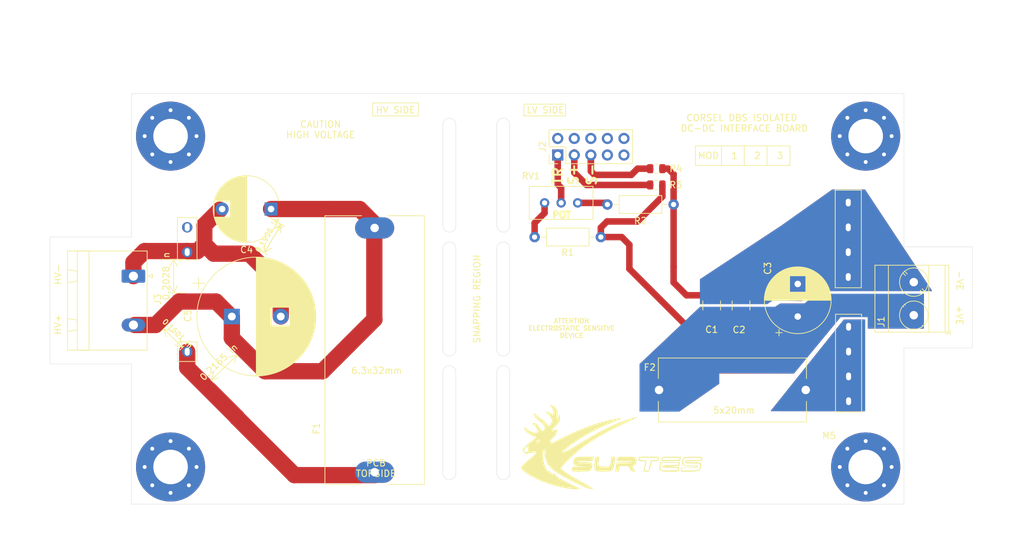
<source format=kicad_pcb>
(kicad_pcb (version 20171130) (host pcbnew "(5.1.9)-1")

  (general
    (thickness 1.6)
    (drawings 105)
    (tracks 108)
    (zones 0)
    (modules 24)
    (nets 24)
  )

  (page A4)
  (layers
    (0 F.Cu signal)
    (31 B.Cu signal)
    (32 B.Adhes user)
    (33 F.Adhes user)
    (34 B.Paste user)
    (35 F.Paste user)
    (36 B.SilkS user)
    (37 F.SilkS user)
    (38 B.Mask user)
    (39 F.Mask user)
    (40 Dwgs.User user)
    (41 Cmts.User user)
    (42 Eco1.User user)
    (43 Eco2.User user)
    (44 Edge.Cuts user)
    (45 Margin user)
    (46 B.CrtYd user)
    (47 F.CrtYd user)
    (48 B.Fab user)
    (49 F.Fab user hide)
  )

  (setup
    (last_trace_width 0.25)
    (user_trace_width 0.5)
    (user_trace_width 1)
    (user_trace_width 2.5)
    (user_trace_width 3)
    (user_trace_width 13)
    (trace_clearance 0.2)
    (zone_clearance 0.508)
    (zone_45_only no)
    (trace_min 0.2)
    (via_size 0.8)
    (via_drill 0.4)
    (via_min_size 0.4)
    (via_min_drill 0.3)
    (uvia_size 0.3)
    (uvia_drill 0.1)
    (uvias_allowed no)
    (uvia_min_size 0.2)
    (uvia_min_drill 0.1)
    (edge_width 0.05)
    (segment_width 0.2)
    (pcb_text_width 0.3)
    (pcb_text_size 1.5 1.5)
    (mod_edge_width 0.12)
    (mod_text_size 1 1)
    (mod_text_width 0.15)
    (pad_size 6.4 6.4)
    (pad_drill 3.2)
    (pad_to_mask_clearance 0)
    (aux_axis_origin 0 0)
    (visible_elements 7FFFFFFF)
    (pcbplotparams
      (layerselection 0x010fc_ffffffff)
      (usegerberextensions false)
      (usegerberattributes true)
      (usegerberadvancedattributes true)
      (creategerberjobfile true)
      (excludeedgelayer true)
      (linewidth 0.100000)
      (plotframeref false)
      (viasonmask false)
      (mode 1)
      (useauxorigin false)
      (hpglpennumber 1)
      (hpglpenspeed 20)
      (hpglpendiameter 15.000000)
      (psnegative false)
      (psa4output false)
      (plotreference true)
      (plotvalue true)
      (plotinvisibletext false)
      (padsonsilk false)
      (subtractmaskfromsilk false)
      (outputformat 1)
      (mirror false)
      (drillshape 0)
      (scaleselection 1)
      (outputdirectory "../gerber/"))
  )

  (net 0 "")
  (net 1 Sense-)
  (net 2 Sense+)
  (net 3 TR)
  (net 4 "Net-(H3-Pad1)")
  (net 5 "Net-(H4-Pad1)")
  (net 6 "Net-(H1-Pad1)")
  (net 7 "Net-(H2-Pad1)")
  (net 8 "Net-(J2-Pad10)")
  (net 9 "Net-(J2-Pad9)")
  (net 10 "Net-(J2-Pad8)")
  (net 11 "Net-(J2-Pad7)")
  (net 12 "Net-(J2-Pad6)")
  (net 13 "Net-(J2-Pad4)")
  (net 14 "Net-(J2-Pad2)")
  (net 15 VSS)
  (net 16 VDD)
  (net 17 "Net-(R1-Pad2)")
  (net 18 "Net-(R2-Pad1)")
  (net 19 HV-)
  (net 20 HV+)
  (net 21 "Net-(J7-Pad1)")
  (net 22 "Net-(F1-Pad1)")
  (net 23 "Net-(F2-Pad1)")

  (net_class Default "This is the default net class."
    (clearance 0.2)
    (trace_width 0.25)
    (via_dia 0.8)
    (via_drill 0.4)
    (uvia_dia 0.3)
    (uvia_drill 0.1)
    (add_net HV+)
    (add_net HV-)
    (add_net "Net-(F1-Pad1)")
    (add_net "Net-(F2-Pad1)")
    (add_net "Net-(H1-Pad1)")
    (add_net "Net-(H2-Pad1)")
    (add_net "Net-(H3-Pad1)")
    (add_net "Net-(H4-Pad1)")
    (add_net "Net-(J2-Pad10)")
    (add_net "Net-(J2-Pad2)")
    (add_net "Net-(J2-Pad4)")
    (add_net "Net-(J2-Pad6)")
    (add_net "Net-(J2-Pad7)")
    (add_net "Net-(J2-Pad8)")
    (add_net "Net-(J2-Pad9)")
    (add_net "Net-(J7-Pad1)")
    (add_net "Net-(R1-Pad2)")
    (add_net "Net-(R2-Pad1)")
    (add_net Sense+)
    (add_net Sense-)
    (add_net TR)
    (add_net VDD)
    (add_net VSS)
  )

  (module Capacitor_THT:CP_Radial_D18.0mm_P7.50mm (layer F.Cu) (tedit 5AE50EF1) (tstamp 60BF55FD)
    (at 99.4 124.2)
    (descr "CP, Radial series, Radial, pin pitch=7.50mm, , diameter=18mm, Electrolytic Capacitor")
    (tags "CP Radial series Radial pin pitch 7.50mm  diameter 18mm Electrolytic Capacitor")
    (path /60B21C0A)
    (fp_text reference C5 (at -6.746 -0.124 270) (layer F.SilkS)
      (effects (font (size 1 1) (thickness 0.15)))
    )
    (fp_text value 100u (at 3.75 10.25) (layer F.Fab)
      (effects (font (size 1 1) (thickness 0.15)))
    )
    (fp_circle (center 3.75 0) (end 12.75 0) (layer F.Fab) (width 0.1))
    (fp_circle (center 3.75 0) (end 12.87 0) (layer F.SilkS) (width 0.12))
    (fp_circle (center 3.75 0) (end 13 0) (layer F.CrtYd) (width 0.05))
    (fp_line (start -3.987271 -3.9475) (end -2.187271 -3.9475) (layer F.Fab) (width 0.1))
    (fp_line (start -3.087271 -4.8475) (end -3.087271 -3.0475) (layer F.Fab) (width 0.1))
    (fp_line (start 3.75 -9.081) (end 3.75 9.081) (layer F.SilkS) (width 0.12))
    (fp_line (start 3.79 -9.08) (end 3.79 9.08) (layer F.SilkS) (width 0.12))
    (fp_line (start 3.83 -9.08) (end 3.83 9.08) (layer F.SilkS) (width 0.12))
    (fp_line (start 3.87 -9.08) (end 3.87 9.08) (layer F.SilkS) (width 0.12))
    (fp_line (start 3.91 -9.079) (end 3.91 9.079) (layer F.SilkS) (width 0.12))
    (fp_line (start 3.95 -9.078) (end 3.95 9.078) (layer F.SilkS) (width 0.12))
    (fp_line (start 3.99 -9.077) (end 3.99 9.077) (layer F.SilkS) (width 0.12))
    (fp_line (start 4.03 -9.076) (end 4.03 9.076) (layer F.SilkS) (width 0.12))
    (fp_line (start 4.07 -9.075) (end 4.07 9.075) (layer F.SilkS) (width 0.12))
    (fp_line (start 4.11 -9.073) (end 4.11 9.073) (layer F.SilkS) (width 0.12))
    (fp_line (start 4.15 -9.072) (end 4.15 9.072) (layer F.SilkS) (width 0.12))
    (fp_line (start 4.19 -9.07) (end 4.19 9.07) (layer F.SilkS) (width 0.12))
    (fp_line (start 4.23 -9.068) (end 4.23 9.068) (layer F.SilkS) (width 0.12))
    (fp_line (start 4.27 -9.066) (end 4.27 9.066) (layer F.SilkS) (width 0.12))
    (fp_line (start 4.31 -9.063) (end 4.31 9.063) (layer F.SilkS) (width 0.12))
    (fp_line (start 4.35 -9.061) (end 4.35 9.061) (layer F.SilkS) (width 0.12))
    (fp_line (start 4.39 -9.058) (end 4.39 9.058) (layer F.SilkS) (width 0.12))
    (fp_line (start 4.43 -9.055) (end 4.43 9.055) (layer F.SilkS) (width 0.12))
    (fp_line (start 4.471 -9.052) (end 4.471 9.052) (layer F.SilkS) (width 0.12))
    (fp_line (start 4.511 -9.049) (end 4.511 9.049) (layer F.SilkS) (width 0.12))
    (fp_line (start 4.551 -9.045) (end 4.551 9.045) (layer F.SilkS) (width 0.12))
    (fp_line (start 4.591 -9.042) (end 4.591 9.042) (layer F.SilkS) (width 0.12))
    (fp_line (start 4.631 -9.038) (end 4.631 9.038) (layer F.SilkS) (width 0.12))
    (fp_line (start 4.671 -9.034) (end 4.671 9.034) (layer F.SilkS) (width 0.12))
    (fp_line (start 4.711 -9.03) (end 4.711 9.03) (layer F.SilkS) (width 0.12))
    (fp_line (start 4.751 -9.026) (end 4.751 9.026) (layer F.SilkS) (width 0.12))
    (fp_line (start 4.791 -9.021) (end 4.791 9.021) (layer F.SilkS) (width 0.12))
    (fp_line (start 4.831 -9.016) (end 4.831 9.016) (layer F.SilkS) (width 0.12))
    (fp_line (start 4.871 -9.011) (end 4.871 9.011) (layer F.SilkS) (width 0.12))
    (fp_line (start 4.911 -9.006) (end 4.911 9.006) (layer F.SilkS) (width 0.12))
    (fp_line (start 4.951 -9.001) (end 4.951 9.001) (layer F.SilkS) (width 0.12))
    (fp_line (start 4.991 -8.996) (end 4.991 8.996) (layer F.SilkS) (width 0.12))
    (fp_line (start 5.031 -8.99) (end 5.031 8.99) (layer F.SilkS) (width 0.12))
    (fp_line (start 5.071 -8.984) (end 5.071 8.984) (layer F.SilkS) (width 0.12))
    (fp_line (start 5.111 -8.979) (end 5.111 8.979) (layer F.SilkS) (width 0.12))
    (fp_line (start 5.151 -8.972) (end 5.151 8.972) (layer F.SilkS) (width 0.12))
    (fp_line (start 5.191 -8.966) (end 5.191 8.966) (layer F.SilkS) (width 0.12))
    (fp_line (start 5.231 -8.96) (end 5.231 8.96) (layer F.SilkS) (width 0.12))
    (fp_line (start 5.271 -8.953) (end 5.271 8.953) (layer F.SilkS) (width 0.12))
    (fp_line (start 5.311 -8.946) (end 5.311 8.946) (layer F.SilkS) (width 0.12))
    (fp_line (start 5.351 -8.939) (end 5.351 8.939) (layer F.SilkS) (width 0.12))
    (fp_line (start 5.391 -8.932) (end 5.391 8.932) (layer F.SilkS) (width 0.12))
    (fp_line (start 5.431 -8.924) (end 5.431 8.924) (layer F.SilkS) (width 0.12))
    (fp_line (start 5.471 -8.917) (end 5.471 8.917) (layer F.SilkS) (width 0.12))
    (fp_line (start 5.511 -8.909) (end 5.511 8.909) (layer F.SilkS) (width 0.12))
    (fp_line (start 5.551 -8.901) (end 5.551 8.901) (layer F.SilkS) (width 0.12))
    (fp_line (start 5.591 -8.893) (end 5.591 8.893) (layer F.SilkS) (width 0.12))
    (fp_line (start 5.631 -8.885) (end 5.631 8.885) (layer F.SilkS) (width 0.12))
    (fp_line (start 5.671 -8.876) (end 5.671 8.876) (layer F.SilkS) (width 0.12))
    (fp_line (start 5.711 -8.867) (end 5.711 8.867) (layer F.SilkS) (width 0.12))
    (fp_line (start 5.751 -8.858) (end 5.751 8.858) (layer F.SilkS) (width 0.12))
    (fp_line (start 5.791 -8.849) (end 5.791 8.849) (layer F.SilkS) (width 0.12))
    (fp_line (start 5.831 -8.84) (end 5.831 8.84) (layer F.SilkS) (width 0.12))
    (fp_line (start 5.871 -8.831) (end 5.871 8.831) (layer F.SilkS) (width 0.12))
    (fp_line (start 5.911 -8.821) (end 5.911 8.821) (layer F.SilkS) (width 0.12))
    (fp_line (start 5.951 -8.811) (end 5.951 8.811) (layer F.SilkS) (width 0.12))
    (fp_line (start 5.991 -8.801) (end 5.991 8.801) (layer F.SilkS) (width 0.12))
    (fp_line (start 6.031 -8.791) (end 6.031 8.791) (layer F.SilkS) (width 0.12))
    (fp_line (start 6.071 -8.78) (end 6.071 -1.44) (layer F.SilkS) (width 0.12))
    (fp_line (start 6.071 1.44) (end 6.071 8.78) (layer F.SilkS) (width 0.12))
    (fp_line (start 6.111 -8.77) (end 6.111 -1.44) (layer F.SilkS) (width 0.12))
    (fp_line (start 6.111 1.44) (end 6.111 8.77) (layer F.SilkS) (width 0.12))
    (fp_line (start 6.151 -8.759) (end 6.151 -1.44) (layer F.SilkS) (width 0.12))
    (fp_line (start 6.151 1.44) (end 6.151 8.759) (layer F.SilkS) (width 0.12))
    (fp_line (start 6.191 -8.748) (end 6.191 -1.44) (layer F.SilkS) (width 0.12))
    (fp_line (start 6.191 1.44) (end 6.191 8.748) (layer F.SilkS) (width 0.12))
    (fp_line (start 6.231 -8.737) (end 6.231 -1.44) (layer F.SilkS) (width 0.12))
    (fp_line (start 6.231 1.44) (end 6.231 8.737) (layer F.SilkS) (width 0.12))
    (fp_line (start 6.271 -8.725) (end 6.271 -1.44) (layer F.SilkS) (width 0.12))
    (fp_line (start 6.271 1.44) (end 6.271 8.725) (layer F.SilkS) (width 0.12))
    (fp_line (start 6.311 -8.714) (end 6.311 -1.44) (layer F.SilkS) (width 0.12))
    (fp_line (start 6.311 1.44) (end 6.311 8.714) (layer F.SilkS) (width 0.12))
    (fp_line (start 6.351 -8.702) (end 6.351 -1.44) (layer F.SilkS) (width 0.12))
    (fp_line (start 6.351 1.44) (end 6.351 8.702) (layer F.SilkS) (width 0.12))
    (fp_line (start 6.391 -8.69) (end 6.391 -1.44) (layer F.SilkS) (width 0.12))
    (fp_line (start 6.391 1.44) (end 6.391 8.69) (layer F.SilkS) (width 0.12))
    (fp_line (start 6.431 -8.678) (end 6.431 -1.44) (layer F.SilkS) (width 0.12))
    (fp_line (start 6.431 1.44) (end 6.431 8.678) (layer F.SilkS) (width 0.12))
    (fp_line (start 6.471 -8.665) (end 6.471 -1.44) (layer F.SilkS) (width 0.12))
    (fp_line (start 6.471 1.44) (end 6.471 8.665) (layer F.SilkS) (width 0.12))
    (fp_line (start 6.511 -8.653) (end 6.511 -1.44) (layer F.SilkS) (width 0.12))
    (fp_line (start 6.511 1.44) (end 6.511 8.653) (layer F.SilkS) (width 0.12))
    (fp_line (start 6.551 -8.64) (end 6.551 -1.44) (layer F.SilkS) (width 0.12))
    (fp_line (start 6.551 1.44) (end 6.551 8.64) (layer F.SilkS) (width 0.12))
    (fp_line (start 6.591 -8.627) (end 6.591 -1.44) (layer F.SilkS) (width 0.12))
    (fp_line (start 6.591 1.44) (end 6.591 8.627) (layer F.SilkS) (width 0.12))
    (fp_line (start 6.631 -8.614) (end 6.631 -1.44) (layer F.SilkS) (width 0.12))
    (fp_line (start 6.631 1.44) (end 6.631 8.614) (layer F.SilkS) (width 0.12))
    (fp_line (start 6.671 -8.6) (end 6.671 -1.44) (layer F.SilkS) (width 0.12))
    (fp_line (start 6.671 1.44) (end 6.671 8.6) (layer F.SilkS) (width 0.12))
    (fp_line (start 6.711 -8.587) (end 6.711 -1.44) (layer F.SilkS) (width 0.12))
    (fp_line (start 6.711 1.44) (end 6.711 8.587) (layer F.SilkS) (width 0.12))
    (fp_line (start 6.751 -8.573) (end 6.751 -1.44) (layer F.SilkS) (width 0.12))
    (fp_line (start 6.751 1.44) (end 6.751 8.573) (layer F.SilkS) (width 0.12))
    (fp_line (start 6.791 -8.559) (end 6.791 -1.44) (layer F.SilkS) (width 0.12))
    (fp_line (start 6.791 1.44) (end 6.791 8.559) (layer F.SilkS) (width 0.12))
    (fp_line (start 6.831 -8.545) (end 6.831 -1.44) (layer F.SilkS) (width 0.12))
    (fp_line (start 6.831 1.44) (end 6.831 8.545) (layer F.SilkS) (width 0.12))
    (fp_line (start 6.871 -8.53) (end 6.871 -1.44) (layer F.SilkS) (width 0.12))
    (fp_line (start 6.871 1.44) (end 6.871 8.53) (layer F.SilkS) (width 0.12))
    (fp_line (start 6.911 -8.516) (end 6.911 -1.44) (layer F.SilkS) (width 0.12))
    (fp_line (start 6.911 1.44) (end 6.911 8.516) (layer F.SilkS) (width 0.12))
    (fp_line (start 6.951 -8.501) (end 6.951 -1.44) (layer F.SilkS) (width 0.12))
    (fp_line (start 6.951 1.44) (end 6.951 8.501) (layer F.SilkS) (width 0.12))
    (fp_line (start 6.991 -8.486) (end 6.991 -1.44) (layer F.SilkS) (width 0.12))
    (fp_line (start 6.991 1.44) (end 6.991 8.486) (layer F.SilkS) (width 0.12))
    (fp_line (start 7.031 -8.47) (end 7.031 -1.44) (layer F.SilkS) (width 0.12))
    (fp_line (start 7.031 1.44) (end 7.031 8.47) (layer F.SilkS) (width 0.12))
    (fp_line (start 7.071 -8.455) (end 7.071 -1.44) (layer F.SilkS) (width 0.12))
    (fp_line (start 7.071 1.44) (end 7.071 8.455) (layer F.SilkS) (width 0.12))
    (fp_line (start 7.111 -8.439) (end 7.111 -1.44) (layer F.SilkS) (width 0.12))
    (fp_line (start 7.111 1.44) (end 7.111 8.439) (layer F.SilkS) (width 0.12))
    (fp_line (start 7.151 -8.423) (end 7.151 -1.44) (layer F.SilkS) (width 0.12))
    (fp_line (start 7.151 1.44) (end 7.151 8.423) (layer F.SilkS) (width 0.12))
    (fp_line (start 7.191 -8.407) (end 7.191 -1.44) (layer F.SilkS) (width 0.12))
    (fp_line (start 7.191 1.44) (end 7.191 8.407) (layer F.SilkS) (width 0.12))
    (fp_line (start 7.231 -8.39) (end 7.231 -1.44) (layer F.SilkS) (width 0.12))
    (fp_line (start 7.231 1.44) (end 7.231 8.39) (layer F.SilkS) (width 0.12))
    (fp_line (start 7.271 -8.374) (end 7.271 -1.44) (layer F.SilkS) (width 0.12))
    (fp_line (start 7.271 1.44) (end 7.271 8.374) (layer F.SilkS) (width 0.12))
    (fp_line (start 7.311 -8.357) (end 7.311 -1.44) (layer F.SilkS) (width 0.12))
    (fp_line (start 7.311 1.44) (end 7.311 8.357) (layer F.SilkS) (width 0.12))
    (fp_line (start 7.351 -8.34) (end 7.351 -1.44) (layer F.SilkS) (width 0.12))
    (fp_line (start 7.351 1.44) (end 7.351 8.34) (layer F.SilkS) (width 0.12))
    (fp_line (start 7.391 -8.323) (end 7.391 -1.44) (layer F.SilkS) (width 0.12))
    (fp_line (start 7.391 1.44) (end 7.391 8.323) (layer F.SilkS) (width 0.12))
    (fp_line (start 7.431 -8.305) (end 7.431 -1.44) (layer F.SilkS) (width 0.12))
    (fp_line (start 7.431 1.44) (end 7.431 8.305) (layer F.SilkS) (width 0.12))
    (fp_line (start 7.471 -8.287) (end 7.471 -1.44) (layer F.SilkS) (width 0.12))
    (fp_line (start 7.471 1.44) (end 7.471 8.287) (layer F.SilkS) (width 0.12))
    (fp_line (start 7.511 -8.269) (end 7.511 -1.44) (layer F.SilkS) (width 0.12))
    (fp_line (start 7.511 1.44) (end 7.511 8.269) (layer F.SilkS) (width 0.12))
    (fp_line (start 7.551 -8.251) (end 7.551 -1.44) (layer F.SilkS) (width 0.12))
    (fp_line (start 7.551 1.44) (end 7.551 8.251) (layer F.SilkS) (width 0.12))
    (fp_line (start 7.591 -8.233) (end 7.591 -1.44) (layer F.SilkS) (width 0.12))
    (fp_line (start 7.591 1.44) (end 7.591 8.233) (layer F.SilkS) (width 0.12))
    (fp_line (start 7.631 -8.214) (end 7.631 -1.44) (layer F.SilkS) (width 0.12))
    (fp_line (start 7.631 1.44) (end 7.631 8.214) (layer F.SilkS) (width 0.12))
    (fp_line (start 7.671 -8.195) (end 7.671 -1.44) (layer F.SilkS) (width 0.12))
    (fp_line (start 7.671 1.44) (end 7.671 8.195) (layer F.SilkS) (width 0.12))
    (fp_line (start 7.711 -8.176) (end 7.711 -1.44) (layer F.SilkS) (width 0.12))
    (fp_line (start 7.711 1.44) (end 7.711 8.176) (layer F.SilkS) (width 0.12))
    (fp_line (start 7.751 -8.156) (end 7.751 -1.44) (layer F.SilkS) (width 0.12))
    (fp_line (start 7.751 1.44) (end 7.751 8.156) (layer F.SilkS) (width 0.12))
    (fp_line (start 7.791 -8.137) (end 7.791 -1.44) (layer F.SilkS) (width 0.12))
    (fp_line (start 7.791 1.44) (end 7.791 8.137) (layer F.SilkS) (width 0.12))
    (fp_line (start 7.831 -8.117) (end 7.831 -1.44) (layer F.SilkS) (width 0.12))
    (fp_line (start 7.831 1.44) (end 7.831 8.117) (layer F.SilkS) (width 0.12))
    (fp_line (start 7.871 -8.097) (end 7.871 -1.44) (layer F.SilkS) (width 0.12))
    (fp_line (start 7.871 1.44) (end 7.871 8.097) (layer F.SilkS) (width 0.12))
    (fp_line (start 7.911 -8.076) (end 7.911 -1.44) (layer F.SilkS) (width 0.12))
    (fp_line (start 7.911 1.44) (end 7.911 8.076) (layer F.SilkS) (width 0.12))
    (fp_line (start 7.951 -8.056) (end 7.951 -1.44) (layer F.SilkS) (width 0.12))
    (fp_line (start 7.951 1.44) (end 7.951 8.056) (layer F.SilkS) (width 0.12))
    (fp_line (start 7.991 -8.035) (end 7.991 -1.44) (layer F.SilkS) (width 0.12))
    (fp_line (start 7.991 1.44) (end 7.991 8.035) (layer F.SilkS) (width 0.12))
    (fp_line (start 8.031 -8.014) (end 8.031 -1.44) (layer F.SilkS) (width 0.12))
    (fp_line (start 8.031 1.44) (end 8.031 8.014) (layer F.SilkS) (width 0.12))
    (fp_line (start 8.071 -7.992) (end 8.071 -1.44) (layer F.SilkS) (width 0.12))
    (fp_line (start 8.071 1.44) (end 8.071 7.992) (layer F.SilkS) (width 0.12))
    (fp_line (start 8.111 -7.971) (end 8.111 -1.44) (layer F.SilkS) (width 0.12))
    (fp_line (start 8.111 1.44) (end 8.111 7.971) (layer F.SilkS) (width 0.12))
    (fp_line (start 8.151 -7.949) (end 8.151 -1.44) (layer F.SilkS) (width 0.12))
    (fp_line (start 8.151 1.44) (end 8.151 7.949) (layer F.SilkS) (width 0.12))
    (fp_line (start 8.191 -7.927) (end 8.191 -1.44) (layer F.SilkS) (width 0.12))
    (fp_line (start 8.191 1.44) (end 8.191 7.927) (layer F.SilkS) (width 0.12))
    (fp_line (start 8.231 -7.904) (end 8.231 -1.44) (layer F.SilkS) (width 0.12))
    (fp_line (start 8.231 1.44) (end 8.231 7.904) (layer F.SilkS) (width 0.12))
    (fp_line (start 8.271 -7.882) (end 8.271 -1.44) (layer F.SilkS) (width 0.12))
    (fp_line (start 8.271 1.44) (end 8.271 7.882) (layer F.SilkS) (width 0.12))
    (fp_line (start 8.311 -7.859) (end 8.311 -1.44) (layer F.SilkS) (width 0.12))
    (fp_line (start 8.311 1.44) (end 8.311 7.859) (layer F.SilkS) (width 0.12))
    (fp_line (start 8.351 -7.835) (end 8.351 -1.44) (layer F.SilkS) (width 0.12))
    (fp_line (start 8.351 1.44) (end 8.351 7.835) (layer F.SilkS) (width 0.12))
    (fp_line (start 8.391 -7.812) (end 8.391 -1.44) (layer F.SilkS) (width 0.12))
    (fp_line (start 8.391 1.44) (end 8.391 7.812) (layer F.SilkS) (width 0.12))
    (fp_line (start 8.431 -7.788) (end 8.431 -1.44) (layer F.SilkS) (width 0.12))
    (fp_line (start 8.431 1.44) (end 8.431 7.788) (layer F.SilkS) (width 0.12))
    (fp_line (start 8.471 -7.764) (end 8.471 -1.44) (layer F.SilkS) (width 0.12))
    (fp_line (start 8.471 1.44) (end 8.471 7.764) (layer F.SilkS) (width 0.12))
    (fp_line (start 8.511 -7.74) (end 8.511 -1.44) (layer F.SilkS) (width 0.12))
    (fp_line (start 8.511 1.44) (end 8.511 7.74) (layer F.SilkS) (width 0.12))
    (fp_line (start 8.551 -7.715) (end 8.551 -1.44) (layer F.SilkS) (width 0.12))
    (fp_line (start 8.551 1.44) (end 8.551 7.715) (layer F.SilkS) (width 0.12))
    (fp_line (start 8.591 -7.69) (end 8.591 -1.44) (layer F.SilkS) (width 0.12))
    (fp_line (start 8.591 1.44) (end 8.591 7.69) (layer F.SilkS) (width 0.12))
    (fp_line (start 8.631 -7.665) (end 8.631 -1.44) (layer F.SilkS) (width 0.12))
    (fp_line (start 8.631 1.44) (end 8.631 7.665) (layer F.SilkS) (width 0.12))
    (fp_line (start 8.671 -7.64) (end 8.671 -1.44) (layer F.SilkS) (width 0.12))
    (fp_line (start 8.671 1.44) (end 8.671 7.64) (layer F.SilkS) (width 0.12))
    (fp_line (start 8.711 -7.614) (end 8.711 -1.44) (layer F.SilkS) (width 0.12))
    (fp_line (start 8.711 1.44) (end 8.711 7.614) (layer F.SilkS) (width 0.12))
    (fp_line (start 8.751 -7.588) (end 8.751 -1.44) (layer F.SilkS) (width 0.12))
    (fp_line (start 8.751 1.44) (end 8.751 7.588) (layer F.SilkS) (width 0.12))
    (fp_line (start 8.791 -7.561) (end 8.791 -1.44) (layer F.SilkS) (width 0.12))
    (fp_line (start 8.791 1.44) (end 8.791 7.561) (layer F.SilkS) (width 0.12))
    (fp_line (start 8.831 -7.535) (end 8.831 -1.44) (layer F.SilkS) (width 0.12))
    (fp_line (start 8.831 1.44) (end 8.831 7.535) (layer F.SilkS) (width 0.12))
    (fp_line (start 8.871 -7.508) (end 8.871 -1.44) (layer F.SilkS) (width 0.12))
    (fp_line (start 8.871 1.44) (end 8.871 7.508) (layer F.SilkS) (width 0.12))
    (fp_line (start 8.911 -7.48) (end 8.911 -1.44) (layer F.SilkS) (width 0.12))
    (fp_line (start 8.911 1.44) (end 8.911 7.48) (layer F.SilkS) (width 0.12))
    (fp_line (start 8.951 -7.453) (end 8.951 7.453) (layer F.SilkS) (width 0.12))
    (fp_line (start 8.991 -7.425) (end 8.991 7.425) (layer F.SilkS) (width 0.12))
    (fp_line (start 9.031 -7.397) (end 9.031 7.397) (layer F.SilkS) (width 0.12))
    (fp_line (start 9.071 -7.368) (end 9.071 7.368) (layer F.SilkS) (width 0.12))
    (fp_line (start 9.111 -7.339) (end 9.111 7.339) (layer F.SilkS) (width 0.12))
    (fp_line (start 9.151 -7.31) (end 9.151 7.31) (layer F.SilkS) (width 0.12))
    (fp_line (start 9.191 -7.28) (end 9.191 7.28) (layer F.SilkS) (width 0.12))
    (fp_line (start 9.231 -7.25) (end 9.231 7.25) (layer F.SilkS) (width 0.12))
    (fp_line (start 9.271 -7.22) (end 9.271 7.22) (layer F.SilkS) (width 0.12))
    (fp_line (start 9.311 -7.19) (end 9.311 7.19) (layer F.SilkS) (width 0.12))
    (fp_line (start 9.351 -7.159) (end 9.351 7.159) (layer F.SilkS) (width 0.12))
    (fp_line (start 9.391 -7.127) (end 9.391 7.127) (layer F.SilkS) (width 0.12))
    (fp_line (start 9.431 -7.096) (end 9.431 7.096) (layer F.SilkS) (width 0.12))
    (fp_line (start 9.471 -7.064) (end 9.471 7.064) (layer F.SilkS) (width 0.12))
    (fp_line (start 9.511 -7.031) (end 9.511 7.031) (layer F.SilkS) (width 0.12))
    (fp_line (start 9.551 -6.999) (end 9.551 6.999) (layer F.SilkS) (width 0.12))
    (fp_line (start 9.591 -6.965) (end 9.591 6.965) (layer F.SilkS) (width 0.12))
    (fp_line (start 9.631 -6.932) (end 9.631 6.932) (layer F.SilkS) (width 0.12))
    (fp_line (start 9.671 -6.898) (end 9.671 6.898) (layer F.SilkS) (width 0.12))
    (fp_line (start 9.711 -6.864) (end 9.711 6.864) (layer F.SilkS) (width 0.12))
    (fp_line (start 9.751 -6.829) (end 9.751 6.829) (layer F.SilkS) (width 0.12))
    (fp_line (start 9.791 -6.794) (end 9.791 6.794) (layer F.SilkS) (width 0.12))
    (fp_line (start 9.831 -6.758) (end 9.831 6.758) (layer F.SilkS) (width 0.12))
    (fp_line (start 9.871 -6.722) (end 9.871 6.722) (layer F.SilkS) (width 0.12))
    (fp_line (start 9.911 -6.686) (end 9.911 6.686) (layer F.SilkS) (width 0.12))
    (fp_line (start 9.951 -6.649) (end 9.951 6.649) (layer F.SilkS) (width 0.12))
    (fp_line (start 9.991 -6.612) (end 9.991 6.612) (layer F.SilkS) (width 0.12))
    (fp_line (start 10.031 -6.574) (end 10.031 6.574) (layer F.SilkS) (width 0.12))
    (fp_line (start 10.071 -6.536) (end 10.071 6.536) (layer F.SilkS) (width 0.12))
    (fp_line (start 10.111 -6.497) (end 10.111 6.497) (layer F.SilkS) (width 0.12))
    (fp_line (start 10.151 -6.458) (end 10.151 6.458) (layer F.SilkS) (width 0.12))
    (fp_line (start 10.191 -6.418) (end 10.191 6.418) (layer F.SilkS) (width 0.12))
    (fp_line (start 10.231 -6.378) (end 10.231 6.378) (layer F.SilkS) (width 0.12))
    (fp_line (start 10.271 -6.337) (end 10.271 6.337) (layer F.SilkS) (width 0.12))
    (fp_line (start 10.311 -6.296) (end 10.311 6.296) (layer F.SilkS) (width 0.12))
    (fp_line (start 10.351 -6.254) (end 10.351 6.254) (layer F.SilkS) (width 0.12))
    (fp_line (start 10.391 -6.212) (end 10.391 6.212) (layer F.SilkS) (width 0.12))
    (fp_line (start 10.431 -6.17) (end 10.431 6.17) (layer F.SilkS) (width 0.12))
    (fp_line (start 10.471 -6.126) (end 10.471 6.126) (layer F.SilkS) (width 0.12))
    (fp_line (start 10.511 -6.082) (end 10.511 6.082) (layer F.SilkS) (width 0.12))
    (fp_line (start 10.551 -6.038) (end 10.551 6.038) (layer F.SilkS) (width 0.12))
    (fp_line (start 10.591 -5.993) (end 10.591 5.993) (layer F.SilkS) (width 0.12))
    (fp_line (start 10.631 -5.947) (end 10.631 5.947) (layer F.SilkS) (width 0.12))
    (fp_line (start 10.671 -5.901) (end 10.671 5.901) (layer F.SilkS) (width 0.12))
    (fp_line (start 10.711 -5.854) (end 10.711 5.854) (layer F.SilkS) (width 0.12))
    (fp_line (start 10.751 -5.806) (end 10.751 5.806) (layer F.SilkS) (width 0.12))
    (fp_line (start 10.791 -5.758) (end 10.791 5.758) (layer F.SilkS) (width 0.12))
    (fp_line (start 10.831 -5.709) (end 10.831 5.709) (layer F.SilkS) (width 0.12))
    (fp_line (start 10.871 -5.66) (end 10.871 5.66) (layer F.SilkS) (width 0.12))
    (fp_line (start 10.911 -5.609) (end 10.911 5.609) (layer F.SilkS) (width 0.12))
    (fp_line (start 10.951 -5.558) (end 10.951 5.558) (layer F.SilkS) (width 0.12))
    (fp_line (start 10.991 -5.506) (end 10.991 5.506) (layer F.SilkS) (width 0.12))
    (fp_line (start 11.031 -5.454) (end 11.031 5.454) (layer F.SilkS) (width 0.12))
    (fp_line (start 11.071 -5.4) (end 11.071 5.4) (layer F.SilkS) (width 0.12))
    (fp_line (start 11.111 -5.346) (end 11.111 5.346) (layer F.SilkS) (width 0.12))
    (fp_line (start 11.151 -5.291) (end 11.151 5.291) (layer F.SilkS) (width 0.12))
    (fp_line (start 11.191 -5.235) (end 11.191 5.235) (layer F.SilkS) (width 0.12))
    (fp_line (start 11.231 -5.178) (end 11.231 5.178) (layer F.SilkS) (width 0.12))
    (fp_line (start 11.271 -5.12) (end 11.271 5.12) (layer F.SilkS) (width 0.12))
    (fp_line (start 11.311 -5.062) (end 11.311 5.062) (layer F.SilkS) (width 0.12))
    (fp_line (start 11.351 -5.002) (end 11.351 5.002) (layer F.SilkS) (width 0.12))
    (fp_line (start 11.391 -4.941) (end 11.391 4.941) (layer F.SilkS) (width 0.12))
    (fp_line (start 11.431 -4.879) (end 11.431 4.879) (layer F.SilkS) (width 0.12))
    (fp_line (start 11.471 -4.816) (end 11.471 4.816) (layer F.SilkS) (width 0.12))
    (fp_line (start 11.511 -4.752) (end 11.511 4.752) (layer F.SilkS) (width 0.12))
    (fp_line (start 11.551 -4.686) (end 11.551 4.686) (layer F.SilkS) (width 0.12))
    (fp_line (start 11.591 -4.62) (end 11.591 4.62) (layer F.SilkS) (width 0.12))
    (fp_line (start 11.631 -4.552) (end 11.631 4.552) (layer F.SilkS) (width 0.12))
    (fp_line (start 11.671 -4.482) (end 11.671 4.482) (layer F.SilkS) (width 0.12))
    (fp_line (start 11.711 -4.412) (end 11.711 4.412) (layer F.SilkS) (width 0.12))
    (fp_line (start 11.751 -4.339) (end 11.751 4.339) (layer F.SilkS) (width 0.12))
    (fp_line (start 11.791 -4.265) (end 11.791 4.265) (layer F.SilkS) (width 0.12))
    (fp_line (start 11.831 -4.19) (end 11.831 4.19) (layer F.SilkS) (width 0.12))
    (fp_line (start 11.871 -4.113) (end 11.871 4.113) (layer F.SilkS) (width 0.12))
    (fp_line (start 11.911 -4.033) (end 11.911 4.033) (layer F.SilkS) (width 0.12))
    (fp_line (start 11.95 -3.952) (end 11.95 3.952) (layer F.SilkS) (width 0.12))
    (fp_line (start 11.99 -3.869) (end 11.99 3.869) (layer F.SilkS) (width 0.12))
    (fp_line (start 12.03 -3.784) (end 12.03 3.784) (layer F.SilkS) (width 0.12))
    (fp_line (start 12.07 -3.696) (end 12.07 3.696) (layer F.SilkS) (width 0.12))
    (fp_line (start 12.11 -3.605) (end 12.11 3.605) (layer F.SilkS) (width 0.12))
    (fp_line (start 12.15 -3.512) (end 12.15 3.512) (layer F.SilkS) (width 0.12))
    (fp_line (start 12.19 -3.416) (end 12.19 3.416) (layer F.SilkS) (width 0.12))
    (fp_line (start 12.23 -3.317) (end 12.23 3.317) (layer F.SilkS) (width 0.12))
    (fp_line (start 12.27 -3.214) (end 12.27 3.214) (layer F.SilkS) (width 0.12))
    (fp_line (start 12.31 -3.107) (end 12.31 3.107) (layer F.SilkS) (width 0.12))
    (fp_line (start 12.35 -2.996) (end 12.35 2.996) (layer F.SilkS) (width 0.12))
    (fp_line (start 12.39 -2.88) (end 12.39 2.88) (layer F.SilkS) (width 0.12))
    (fp_line (start 12.43 -2.759) (end 12.43 2.759) (layer F.SilkS) (width 0.12))
    (fp_line (start 12.47 -2.632) (end 12.47 2.632) (layer F.SilkS) (width 0.12))
    (fp_line (start 12.51 -2.498) (end 12.51 2.498) (layer F.SilkS) (width 0.12))
    (fp_line (start 12.55 -2.355) (end 12.55 2.355) (layer F.SilkS) (width 0.12))
    (fp_line (start 12.59 -2.203) (end 12.59 2.203) (layer F.SilkS) (width 0.12))
    (fp_line (start 12.63 -2.039) (end 12.63 2.039) (layer F.SilkS) (width 0.12))
    (fp_line (start 12.67 -1.86) (end 12.67 1.86) (layer F.SilkS) (width 0.12))
    (fp_line (start 12.71 -1.661) (end 12.71 1.661) (layer F.SilkS) (width 0.12))
    (fp_line (start 12.75 -1.435) (end 12.75 1.435) (layer F.SilkS) (width 0.12))
    (fp_line (start 12.79 -1.166) (end 12.79 1.166) (layer F.SilkS) (width 0.12))
    (fp_line (start 12.83 -0.814) (end 12.83 0.814) (layer F.SilkS) (width 0.12))
    (fp_line (start 12.87 -0.04) (end 12.87 0.04) (layer F.SilkS) (width 0.12))
    (fp_line (start -6.00944 -5.115) (end -4.20944 -5.115) (layer F.SilkS) (width 0.12))
    (fp_line (start -5.10944 -6.015) (end -5.10944 -4.215) (layer F.SilkS) (width 0.12))
    (fp_text user %R (at 3.75 0) (layer F.Fab)
      (effects (font (size 1 1) (thickness 0.15)))
    )
    (pad 2 thru_hole circle (at 7.5 0) (size 2.4 2.4) (drill 1.2) (layers *.Cu *.Mask)
      (net 19 HV-))
    (pad 1 thru_hole rect (at 0 0) (size 2.4 2.4) (drill 1.2) (layers *.Cu *.Mask)
      (net 20 HV+))
    (model ${KISYS3DMOD}/Capacitor_THT.3dshapes/CP_Radial_D18.0mm_P7.50mm.wrl
      (at (xyz 0 0 0))
      (scale (xyz 1 1 1))
      (rotate (xyz 0 0 0))
    )
  )

  (module Capacitor_THT:CP_Radial_D10.0mm_P7.50mm (layer F.Cu) (tedit 5AE50EF1) (tstamp 60AE9C4F)
    (at 105.41 107.696 180)
    (descr "CP, Radial series, Radial, pin pitch=7.50mm, , diameter=10mm, Electrolytic Capacitor")
    (tags "CP Radial series Radial pin pitch 7.50mm  diameter 10mm Electrolytic Capacitor")
    (path /60B2026D)
    (fp_text reference C4 (at 3.75 -6.25) (layer F.SilkS)
      (effects (font (size 1 1) (thickness 0.15)))
    )
    (fp_text value 10u (at 3.75 6.25) (layer F.Fab)
      (effects (font (size 1 1) (thickness 0.15)))
    )
    (fp_line (start -1.229646 -3.375) (end -1.229646 -2.375) (layer F.SilkS) (width 0.12))
    (fp_line (start -1.729646 -2.875) (end -0.729646 -2.875) (layer F.SilkS) (width 0.12))
    (fp_line (start 8.831 -0.599) (end 8.831 0.599) (layer F.SilkS) (width 0.12))
    (fp_line (start 8.791 -0.862) (end 8.791 0.862) (layer F.SilkS) (width 0.12))
    (fp_line (start 8.751 -1.062) (end 8.751 1.062) (layer F.SilkS) (width 0.12))
    (fp_line (start 8.671 1.241) (end 8.671 1.378) (layer F.SilkS) (width 0.12))
    (fp_line (start 8.671 -1.378) (end 8.671 -1.241) (layer F.SilkS) (width 0.12))
    (fp_line (start 8.631 1.241) (end 8.631 1.51) (layer F.SilkS) (width 0.12))
    (fp_line (start 8.631 -1.51) (end 8.631 -1.241) (layer F.SilkS) (width 0.12))
    (fp_line (start 8.591 1.241) (end 8.591 1.63) (layer F.SilkS) (width 0.12))
    (fp_line (start 8.591 -1.63) (end 8.591 -1.241) (layer F.SilkS) (width 0.12))
    (fp_line (start 8.551 1.241) (end 8.551 1.742) (layer F.SilkS) (width 0.12))
    (fp_line (start 8.551 -1.742) (end 8.551 -1.241) (layer F.SilkS) (width 0.12))
    (fp_line (start 8.511 1.241) (end 8.511 1.846) (layer F.SilkS) (width 0.12))
    (fp_line (start 8.511 -1.846) (end 8.511 -1.241) (layer F.SilkS) (width 0.12))
    (fp_line (start 8.471 1.241) (end 8.471 1.944) (layer F.SilkS) (width 0.12))
    (fp_line (start 8.471 -1.944) (end 8.471 -1.241) (layer F.SilkS) (width 0.12))
    (fp_line (start 8.431 1.241) (end 8.431 2.037) (layer F.SilkS) (width 0.12))
    (fp_line (start 8.431 -2.037) (end 8.431 -1.241) (layer F.SilkS) (width 0.12))
    (fp_line (start 8.391 1.241) (end 8.391 2.125) (layer F.SilkS) (width 0.12))
    (fp_line (start 8.391 -2.125) (end 8.391 -1.241) (layer F.SilkS) (width 0.12))
    (fp_line (start 8.351 1.241) (end 8.351 2.209) (layer F.SilkS) (width 0.12))
    (fp_line (start 8.351 -2.209) (end 8.351 -1.241) (layer F.SilkS) (width 0.12))
    (fp_line (start 8.311 1.241) (end 8.311 2.289) (layer F.SilkS) (width 0.12))
    (fp_line (start 8.311 -2.289) (end 8.311 -1.241) (layer F.SilkS) (width 0.12))
    (fp_line (start 8.271 1.241) (end 8.271 2.365) (layer F.SilkS) (width 0.12))
    (fp_line (start 8.271 -2.365) (end 8.271 -1.241) (layer F.SilkS) (width 0.12))
    (fp_line (start 8.231 1.241) (end 8.231 2.439) (layer F.SilkS) (width 0.12))
    (fp_line (start 8.231 -2.439) (end 8.231 -1.241) (layer F.SilkS) (width 0.12))
    (fp_line (start 8.191 1.241) (end 8.191 2.51) (layer F.SilkS) (width 0.12))
    (fp_line (start 8.191 -2.51) (end 8.191 -1.241) (layer F.SilkS) (width 0.12))
    (fp_line (start 8.151 1.241) (end 8.151 2.579) (layer F.SilkS) (width 0.12))
    (fp_line (start 8.151 -2.579) (end 8.151 -1.241) (layer F.SilkS) (width 0.12))
    (fp_line (start 8.111 1.241) (end 8.111 2.645) (layer F.SilkS) (width 0.12))
    (fp_line (start 8.111 -2.645) (end 8.111 -1.241) (layer F.SilkS) (width 0.12))
    (fp_line (start 8.071 1.241) (end 8.071 2.709) (layer F.SilkS) (width 0.12))
    (fp_line (start 8.071 -2.709) (end 8.071 -1.241) (layer F.SilkS) (width 0.12))
    (fp_line (start 8.031 1.241) (end 8.031 2.77) (layer F.SilkS) (width 0.12))
    (fp_line (start 8.031 -2.77) (end 8.031 -1.241) (layer F.SilkS) (width 0.12))
    (fp_line (start 7.991 1.241) (end 7.991 2.83) (layer F.SilkS) (width 0.12))
    (fp_line (start 7.991 -2.83) (end 7.991 -1.241) (layer F.SilkS) (width 0.12))
    (fp_line (start 7.951 1.241) (end 7.951 2.889) (layer F.SilkS) (width 0.12))
    (fp_line (start 7.951 -2.889) (end 7.951 -1.241) (layer F.SilkS) (width 0.12))
    (fp_line (start 7.911 1.241) (end 7.911 2.945) (layer F.SilkS) (width 0.12))
    (fp_line (start 7.911 -2.945) (end 7.911 -1.241) (layer F.SilkS) (width 0.12))
    (fp_line (start 7.871 1.241) (end 7.871 3) (layer F.SilkS) (width 0.12))
    (fp_line (start 7.871 -3) (end 7.871 -1.241) (layer F.SilkS) (width 0.12))
    (fp_line (start 7.831 1.241) (end 7.831 3.054) (layer F.SilkS) (width 0.12))
    (fp_line (start 7.831 -3.054) (end 7.831 -1.241) (layer F.SilkS) (width 0.12))
    (fp_line (start 7.791 1.241) (end 7.791 3.106) (layer F.SilkS) (width 0.12))
    (fp_line (start 7.791 -3.106) (end 7.791 -1.241) (layer F.SilkS) (width 0.12))
    (fp_line (start 7.751 1.241) (end 7.751 3.156) (layer F.SilkS) (width 0.12))
    (fp_line (start 7.751 -3.156) (end 7.751 -1.241) (layer F.SilkS) (width 0.12))
    (fp_line (start 7.711 1.241) (end 7.711 3.206) (layer F.SilkS) (width 0.12))
    (fp_line (start 7.711 -3.206) (end 7.711 -1.241) (layer F.SilkS) (width 0.12))
    (fp_line (start 7.671 1.241) (end 7.671 3.254) (layer F.SilkS) (width 0.12))
    (fp_line (start 7.671 -3.254) (end 7.671 -1.241) (layer F.SilkS) (width 0.12))
    (fp_line (start 7.631 1.241) (end 7.631 3.301) (layer F.SilkS) (width 0.12))
    (fp_line (start 7.631 -3.301) (end 7.631 -1.241) (layer F.SilkS) (width 0.12))
    (fp_line (start 7.591 1.241) (end 7.591 3.347) (layer F.SilkS) (width 0.12))
    (fp_line (start 7.591 -3.347) (end 7.591 -1.241) (layer F.SilkS) (width 0.12))
    (fp_line (start 7.551 1.241) (end 7.551 3.392) (layer F.SilkS) (width 0.12))
    (fp_line (start 7.551 -3.392) (end 7.551 -1.241) (layer F.SilkS) (width 0.12))
    (fp_line (start 7.511 1.241) (end 7.511 3.436) (layer F.SilkS) (width 0.12))
    (fp_line (start 7.511 -3.436) (end 7.511 -1.241) (layer F.SilkS) (width 0.12))
    (fp_line (start 7.471 1.241) (end 7.471 3.478) (layer F.SilkS) (width 0.12))
    (fp_line (start 7.471 -3.478) (end 7.471 -1.241) (layer F.SilkS) (width 0.12))
    (fp_line (start 7.431 1.241) (end 7.431 3.52) (layer F.SilkS) (width 0.12))
    (fp_line (start 7.431 -3.52) (end 7.431 -1.241) (layer F.SilkS) (width 0.12))
    (fp_line (start 7.391 1.241) (end 7.391 3.561) (layer F.SilkS) (width 0.12))
    (fp_line (start 7.391 -3.561) (end 7.391 -1.241) (layer F.SilkS) (width 0.12))
    (fp_line (start 7.351 1.241) (end 7.351 3.601) (layer F.SilkS) (width 0.12))
    (fp_line (start 7.351 -3.601) (end 7.351 -1.241) (layer F.SilkS) (width 0.12))
    (fp_line (start 7.311 1.241) (end 7.311 3.64) (layer F.SilkS) (width 0.12))
    (fp_line (start 7.311 -3.64) (end 7.311 -1.241) (layer F.SilkS) (width 0.12))
    (fp_line (start 7.271 1.241) (end 7.271 3.679) (layer F.SilkS) (width 0.12))
    (fp_line (start 7.271 -3.679) (end 7.271 -1.241) (layer F.SilkS) (width 0.12))
    (fp_line (start 7.231 1.241) (end 7.231 3.716) (layer F.SilkS) (width 0.12))
    (fp_line (start 7.231 -3.716) (end 7.231 -1.241) (layer F.SilkS) (width 0.12))
    (fp_line (start 7.191 1.241) (end 7.191 3.753) (layer F.SilkS) (width 0.12))
    (fp_line (start 7.191 -3.753) (end 7.191 -1.241) (layer F.SilkS) (width 0.12))
    (fp_line (start 7.151 1.241) (end 7.151 3.789) (layer F.SilkS) (width 0.12))
    (fp_line (start 7.151 -3.789) (end 7.151 -1.241) (layer F.SilkS) (width 0.12))
    (fp_line (start 7.111 1.241) (end 7.111 3.824) (layer F.SilkS) (width 0.12))
    (fp_line (start 7.111 -3.824) (end 7.111 -1.241) (layer F.SilkS) (width 0.12))
    (fp_line (start 7.071 1.241) (end 7.071 3.858) (layer F.SilkS) (width 0.12))
    (fp_line (start 7.071 -3.858) (end 7.071 -1.241) (layer F.SilkS) (width 0.12))
    (fp_line (start 7.031 1.241) (end 7.031 3.892) (layer F.SilkS) (width 0.12))
    (fp_line (start 7.031 -3.892) (end 7.031 -1.241) (layer F.SilkS) (width 0.12))
    (fp_line (start 6.991 1.241) (end 6.991 3.925) (layer F.SilkS) (width 0.12))
    (fp_line (start 6.991 -3.925) (end 6.991 -1.241) (layer F.SilkS) (width 0.12))
    (fp_line (start 6.951 1.241) (end 6.951 3.957) (layer F.SilkS) (width 0.12))
    (fp_line (start 6.951 -3.957) (end 6.951 -1.241) (layer F.SilkS) (width 0.12))
    (fp_line (start 6.911 1.241) (end 6.911 3.989) (layer F.SilkS) (width 0.12))
    (fp_line (start 6.911 -3.989) (end 6.911 -1.241) (layer F.SilkS) (width 0.12))
    (fp_line (start 6.871 1.241) (end 6.871 4.02) (layer F.SilkS) (width 0.12))
    (fp_line (start 6.871 -4.02) (end 6.871 -1.241) (layer F.SilkS) (width 0.12))
    (fp_line (start 6.831 1.241) (end 6.831 4.05) (layer F.SilkS) (width 0.12))
    (fp_line (start 6.831 -4.05) (end 6.831 -1.241) (layer F.SilkS) (width 0.12))
    (fp_line (start 6.791 1.241) (end 6.791 4.08) (layer F.SilkS) (width 0.12))
    (fp_line (start 6.791 -4.08) (end 6.791 -1.241) (layer F.SilkS) (width 0.12))
    (fp_line (start 6.751 1.241) (end 6.751 4.11) (layer F.SilkS) (width 0.12))
    (fp_line (start 6.751 -4.11) (end 6.751 -1.241) (layer F.SilkS) (width 0.12))
    (fp_line (start 6.711 1.241) (end 6.711 4.138) (layer F.SilkS) (width 0.12))
    (fp_line (start 6.711 -4.138) (end 6.711 -1.241) (layer F.SilkS) (width 0.12))
    (fp_line (start 6.671 1.241) (end 6.671 4.166) (layer F.SilkS) (width 0.12))
    (fp_line (start 6.671 -4.166) (end 6.671 -1.241) (layer F.SilkS) (width 0.12))
    (fp_line (start 6.631 1.241) (end 6.631 4.194) (layer F.SilkS) (width 0.12))
    (fp_line (start 6.631 -4.194) (end 6.631 -1.241) (layer F.SilkS) (width 0.12))
    (fp_line (start 6.591 1.241) (end 6.591 4.221) (layer F.SilkS) (width 0.12))
    (fp_line (start 6.591 -4.221) (end 6.591 -1.241) (layer F.SilkS) (width 0.12))
    (fp_line (start 6.551 1.241) (end 6.551 4.247) (layer F.SilkS) (width 0.12))
    (fp_line (start 6.551 -4.247) (end 6.551 -1.241) (layer F.SilkS) (width 0.12))
    (fp_line (start 6.511 1.241) (end 6.511 4.273) (layer F.SilkS) (width 0.12))
    (fp_line (start 6.511 -4.273) (end 6.511 -1.241) (layer F.SilkS) (width 0.12))
    (fp_line (start 6.471 1.241) (end 6.471 4.298) (layer F.SilkS) (width 0.12))
    (fp_line (start 6.471 -4.298) (end 6.471 -1.241) (layer F.SilkS) (width 0.12))
    (fp_line (start 6.431 1.241) (end 6.431 4.323) (layer F.SilkS) (width 0.12))
    (fp_line (start 6.431 -4.323) (end 6.431 -1.241) (layer F.SilkS) (width 0.12))
    (fp_line (start 6.391 1.241) (end 6.391 4.347) (layer F.SilkS) (width 0.12))
    (fp_line (start 6.391 -4.347) (end 6.391 -1.241) (layer F.SilkS) (width 0.12))
    (fp_line (start 6.351 1.241) (end 6.351 4.371) (layer F.SilkS) (width 0.12))
    (fp_line (start 6.351 -4.371) (end 6.351 -1.241) (layer F.SilkS) (width 0.12))
    (fp_line (start 6.311 1.241) (end 6.311 4.395) (layer F.SilkS) (width 0.12))
    (fp_line (start 6.311 -4.395) (end 6.311 -1.241) (layer F.SilkS) (width 0.12))
    (fp_line (start 6.271 1.241) (end 6.271 4.417) (layer F.SilkS) (width 0.12))
    (fp_line (start 6.271 -4.417) (end 6.271 -1.241) (layer F.SilkS) (width 0.12))
    (fp_line (start 6.231 -4.44) (end 6.231 4.44) (layer F.SilkS) (width 0.12))
    (fp_line (start 6.191 -4.462) (end 6.191 4.462) (layer F.SilkS) (width 0.12))
    (fp_line (start 6.151 -4.483) (end 6.151 4.483) (layer F.SilkS) (width 0.12))
    (fp_line (start 6.111 -4.504) (end 6.111 4.504) (layer F.SilkS) (width 0.12))
    (fp_line (start 6.071 -4.525) (end 6.071 4.525) (layer F.SilkS) (width 0.12))
    (fp_line (start 6.031 -4.545) (end 6.031 4.545) (layer F.SilkS) (width 0.12))
    (fp_line (start 5.991 -4.564) (end 5.991 4.564) (layer F.SilkS) (width 0.12))
    (fp_line (start 5.951 -4.584) (end 5.951 4.584) (layer F.SilkS) (width 0.12))
    (fp_line (start 5.911 -4.603) (end 5.911 4.603) (layer F.SilkS) (width 0.12))
    (fp_line (start 5.871 -4.621) (end 5.871 4.621) (layer F.SilkS) (width 0.12))
    (fp_line (start 5.831 -4.639) (end 5.831 4.639) (layer F.SilkS) (width 0.12))
    (fp_line (start 5.791 -4.657) (end 5.791 4.657) (layer F.SilkS) (width 0.12))
    (fp_line (start 5.751 -4.674) (end 5.751 4.674) (layer F.SilkS) (width 0.12))
    (fp_line (start 5.711 -4.69) (end 5.711 4.69) (layer F.SilkS) (width 0.12))
    (fp_line (start 5.671 -4.707) (end 5.671 4.707) (layer F.SilkS) (width 0.12))
    (fp_line (start 5.631 -4.723) (end 5.631 4.723) (layer F.SilkS) (width 0.12))
    (fp_line (start 5.591 -4.738) (end 5.591 4.738) (layer F.SilkS) (width 0.12))
    (fp_line (start 5.551 -4.754) (end 5.551 4.754) (layer F.SilkS) (width 0.12))
    (fp_line (start 5.511 -4.768) (end 5.511 4.768) (layer F.SilkS) (width 0.12))
    (fp_line (start 5.471 -4.783) (end 5.471 4.783) (layer F.SilkS) (width 0.12))
    (fp_line (start 5.431 -4.797) (end 5.431 4.797) (layer F.SilkS) (width 0.12))
    (fp_line (start 5.391 -4.811) (end 5.391 4.811) (layer F.SilkS) (width 0.12))
    (fp_line (start 5.351 -4.824) (end 5.351 4.824) (layer F.SilkS) (width 0.12))
    (fp_line (start 5.311 -4.837) (end 5.311 4.837) (layer F.SilkS) (width 0.12))
    (fp_line (start 5.271 -4.85) (end 5.271 4.85) (layer F.SilkS) (width 0.12))
    (fp_line (start 5.231 -4.862) (end 5.231 4.862) (layer F.SilkS) (width 0.12))
    (fp_line (start 5.191 -4.874) (end 5.191 4.874) (layer F.SilkS) (width 0.12))
    (fp_line (start 5.151 -4.885) (end 5.151 4.885) (layer F.SilkS) (width 0.12))
    (fp_line (start 5.111 -4.897) (end 5.111 4.897) (layer F.SilkS) (width 0.12))
    (fp_line (start 5.071 -4.907) (end 5.071 4.907) (layer F.SilkS) (width 0.12))
    (fp_line (start 5.031 -4.918) (end 5.031 4.918) (layer F.SilkS) (width 0.12))
    (fp_line (start 4.991 -4.928) (end 4.991 4.928) (layer F.SilkS) (width 0.12))
    (fp_line (start 4.951 -4.938) (end 4.951 4.938) (layer F.SilkS) (width 0.12))
    (fp_line (start 4.911 -4.947) (end 4.911 4.947) (layer F.SilkS) (width 0.12))
    (fp_line (start 4.871 -4.956) (end 4.871 4.956) (layer F.SilkS) (width 0.12))
    (fp_line (start 4.831 -4.965) (end 4.831 4.965) (layer F.SilkS) (width 0.12))
    (fp_line (start 4.791 -4.974) (end 4.791 4.974) (layer F.SilkS) (width 0.12))
    (fp_line (start 4.751 -4.982) (end 4.751 4.982) (layer F.SilkS) (width 0.12))
    (fp_line (start 4.711 -4.99) (end 4.711 4.99) (layer F.SilkS) (width 0.12))
    (fp_line (start 4.671 -4.997) (end 4.671 4.997) (layer F.SilkS) (width 0.12))
    (fp_line (start 4.631 -5.004) (end 4.631 5.004) (layer F.SilkS) (width 0.12))
    (fp_line (start 4.591 -5.011) (end 4.591 5.011) (layer F.SilkS) (width 0.12))
    (fp_line (start 4.551 -5.018) (end 4.551 5.018) (layer F.SilkS) (width 0.12))
    (fp_line (start 4.511 -5.024) (end 4.511 5.024) (layer F.SilkS) (width 0.12))
    (fp_line (start 4.471 -5.03) (end 4.471 5.03) (layer F.SilkS) (width 0.12))
    (fp_line (start 4.43 -5.035) (end 4.43 5.035) (layer F.SilkS) (width 0.12))
    (fp_line (start 4.39 -5.04) (end 4.39 5.04) (layer F.SilkS) (width 0.12))
    (fp_line (start 4.35 -5.045) (end 4.35 5.045) (layer F.SilkS) (width 0.12))
    (fp_line (start 4.31 -5.05) (end 4.31 5.05) (layer F.SilkS) (width 0.12))
    (fp_line (start 4.27 -5.054) (end 4.27 5.054) (layer F.SilkS) (width 0.12))
    (fp_line (start 4.23 -5.058) (end 4.23 5.058) (layer F.SilkS) (width 0.12))
    (fp_line (start 4.19 -5.062) (end 4.19 5.062) (layer F.SilkS) (width 0.12))
    (fp_line (start 4.15 -5.065) (end 4.15 5.065) (layer F.SilkS) (width 0.12))
    (fp_line (start 4.11 -5.068) (end 4.11 5.068) (layer F.SilkS) (width 0.12))
    (fp_line (start 4.07 -5.07) (end 4.07 5.07) (layer F.SilkS) (width 0.12))
    (fp_line (start 4.03 -5.073) (end 4.03 5.073) (layer F.SilkS) (width 0.12))
    (fp_line (start 3.99 -5.075) (end 3.99 5.075) (layer F.SilkS) (width 0.12))
    (fp_line (start 3.95 -5.077) (end 3.95 5.077) (layer F.SilkS) (width 0.12))
    (fp_line (start 3.91 -5.078) (end 3.91 5.078) (layer F.SilkS) (width 0.12))
    (fp_line (start 3.87 -5.079) (end 3.87 5.079) (layer F.SilkS) (width 0.12))
    (fp_line (start 3.83 -5.08) (end 3.83 5.08) (layer F.SilkS) (width 0.12))
    (fp_line (start 3.79 -5.08) (end 3.79 5.08) (layer F.SilkS) (width 0.12))
    (fp_line (start 3.75 -5.08) (end 3.75 5.08) (layer F.SilkS) (width 0.12))
    (fp_line (start -0.038861 -2.6875) (end -0.038861 -1.6875) (layer F.Fab) (width 0.1))
    (fp_line (start -0.538861 -2.1875) (end 0.461139 -2.1875) (layer F.Fab) (width 0.1))
    (fp_circle (center 3.75 0) (end 9 0) (layer F.CrtYd) (width 0.05))
    (fp_circle (center 3.75 0) (end 8.75 0) (layer F.Fab) (width 0.1))
    (fp_text user %R (at 3.75 0) (layer F.Fab)
      (effects (font (size 1 1) (thickness 0.15)))
    )
    (fp_arc (start 3.75 0) (end -1.21254 -1.26) (angle 331.50704) (layer F.SilkS) (width 0.12))
    (pad 2 thru_hole circle (at 7.5 0 180) (size 2 2) (drill 1) (layers *.Cu *.Mask)
      (net 19 HV-))
    (pad 1 thru_hole rect (at 0 0 180) (size 2 2) (drill 1) (layers *.Cu *.Mask)
      (net 20 HV+))
    (model ${KISYS3DMOD}/Capacitor_THT.3dshapes/CP_Radial_D10.0mm_P7.50mm.wrl
      (at (xyz 0 0 0))
      (scale (xyz 1 1 1))
      (rotate (xyz 0 0 0))
    )
  )

  (module "Team Surtes:fs_teamSurtes" (layer F.Cu) (tedit 614B96DF) (tstamp 614CA983)
    (at 157.6 144.2)
    (fp_text reference G*** (at 0 0) (layer F.SilkS) hide
      (effects (font (size 1.524 1.524) (thickness 0.3)))
    )
    (fp_text value LOGO (at 0.75 0) (layer F.SilkS) hide
      (effects (font (size 1.524 1.524) (thickness 0.3)))
    )
    (fp_poly (pts (xy 10.636697 1.7145) (xy 10.594323 1.934447) (xy 10.584489 2.053167) (xy 10.571628 2.106055)
      (xy 10.518846 2.144687) (xy 10.40342 2.171271) (xy 10.202628 2.188013) (xy 9.89375 2.197121)
      (xy 9.454063 2.200803) (xy 9.059333 2.201334) (xy 8.510467 2.199674) (xy 8.108936 2.193437)
      (xy 7.832763 2.180736) (xy 7.659971 2.159683) (xy 7.568584 2.128393) (xy 7.536625 2.084978)
      (xy 7.535333 2.070485) (xy 7.573806 1.970927) (xy 7.767556 1.970927) (xy 7.819237 2.001015)
      (xy 7.955593 2.019127) (xy 8.198261 2.028302) (xy 8.568876 2.03158) (xy 9.037153 2.032)
      (xy 9.55499 2.02989) (xy 9.927708 2.022028) (xy 10.179482 2.006119) (xy 10.33449 1.979866)
      (xy 10.416911 1.940973) (xy 10.447275 1.898075) (xy 10.492103 1.763108) (xy 10.498667 1.728742)
      (xy 10.418905 1.71636) (xy 10.199232 1.705866) (xy 9.869067 1.69809) (xy 9.457829 1.693861)
      (xy 9.241789 1.693334) (xy 8.7506 1.695098) (xy 8.400153 1.702677) (xy 8.161873 1.719504)
      (xy 8.007186 1.749009) (xy 7.907517 1.794624) (xy 7.834292 1.85978) (xy 7.831667 1.862667)
      (xy 7.778911 1.925824) (xy 7.767556 1.970927) (xy 7.573806 1.970927) (xy 7.591563 1.924977)
      (xy 7.728412 1.746886) (xy 7.743151 1.731818) (xy 7.826483 1.654398) (xy 7.915825 1.59907)
      (xy 8.039308 1.562126) (xy 8.225063 1.539856) (xy 8.50122 1.528552) (xy 8.89591 1.524505)
      (xy 9.319359 1.524) (xy 10.687749 1.524) (xy 10.636697 1.7145)) (layer F.SilkS) (width 0.01))
    (fp_poly (pts (xy 13.52607 1.532706) (xy 13.771344 1.554402) (xy 13.912668 1.599546) (xy 13.971833 1.67638)
      (xy 13.970634 1.793146) (xy 13.930861 1.958087) (xy 13.916636 2.010834) (xy 13.890451 2.085313)
      (xy 13.840644 2.137313) (xy 13.740339 2.17087) (xy 13.562659 2.190018) (xy 13.280727 2.198793)
      (xy 12.867667 2.20123) (xy 12.647792 2.201334) (xy 12.144326 2.207037) (xy 11.763374 2.223438)
      (xy 11.520235 2.249474) (xy 11.430208 2.28408) (xy 11.43 2.286) (xy 11.511606 2.322395)
      (xy 11.744548 2.34954) (xy 12.111009 2.366045) (xy 12.513733 2.370667) (xy 13.056661 2.378861)
      (xy 13.434511 2.403641) (xy 13.650755 2.445305) (xy 13.699066 2.472267) (xy 13.779741 2.652907)
      (xy 13.794324 2.921639) (xy 13.744235 3.211263) (xy 13.680016 3.374388) (xy 13.577648 3.531508)
      (xy 13.439886 3.646505) (xy 13.241099 3.725603) (xy 12.955658 3.77503) (xy 12.557933 3.801009)
      (xy 12.022294 3.809766) (xy 11.886572 3.81) (xy 10.657778 3.81) (xy 10.684056 3.4925)
      (xy 10.706829 3.217334) (xy 10.837333 3.217334) (xy 10.837333 3.640667) (xy 12.026515 3.640667)
      (xy 12.498203 3.639453) (xy 12.831513 3.632678) (xy 13.057399 3.615642) (xy 13.206816 3.583647)
      (xy 13.310715 3.531992) (xy 13.400053 3.455979) (xy 13.428555 3.427809) (xy 13.581167 3.220484)
      (xy 13.619677 2.977512) (xy 13.615206 2.898642) (xy 13.589 2.582334) (xy 12.615333 2.56151)
      (xy 12.101849 2.54761) (xy 11.734804 2.527916) (xy 11.491308 2.497305) (xy 11.348467 2.450653)
      (xy 11.283392 2.382837) (xy 11.273188 2.288734) (xy 11.276337 2.261841) (xy 11.293207 2.189186)
      (xy 11.337082 2.137583) (xy 11.43395 2.102734) (xy 11.6098 2.080341) (xy 11.890621 2.066105)
      (xy 12.302403 2.05573) (xy 12.551833 2.050903) (xy 13.035578 2.040548) (xy 13.375306 2.02808)
      (xy 13.596324 2.009637) (xy 13.723941 1.981359) (xy 13.783464 1.939386) (xy 13.8002 1.879858)
      (xy 13.800667 1.860403) (xy 13.791652 1.795246) (xy 13.747571 1.749654) (xy 13.642869 1.720149)
      (xy 13.451988 1.703255) (xy 13.149373 1.695493) (xy 12.709468 1.693385) (xy 12.573 1.693334)
      (xy 12.088046 1.695156) (xy 11.742888 1.703068) (xy 11.508004 1.720731) (xy 11.353874 1.751812)
      (xy 11.250976 1.799974) (xy 11.171358 1.867308) (xy 11.050248 2.05012) (xy 11.018598 2.300211)
      (xy 11.023192 2.393101) (xy 11.045938 2.568969) (xy 11.101064 2.694309) (xy 11.21381 2.777982)
      (xy 11.409419 2.828848) (xy 11.713131 2.855767) (xy 12.15019 2.867599) (xy 12.3825 2.870227)
      (xy 12.784746 2.876053) (xy 13.047238 2.888445) (xy 13.199556 2.913178) (xy 13.271278 2.956032)
      (xy 13.291982 3.022782) (xy 13.292667 3.048) (xy 13.284117 3.114022) (xy 13.241416 3.160215)
      (xy 13.138985 3.190109) (xy 12.951248 3.207231) (xy 12.652627 3.21511) (xy 12.217542 3.217272)
      (xy 12.065 3.217334) (xy 10.837333 3.217334) (xy 10.706829 3.217334) (xy 10.710333 3.175)
      (xy 11.893949 3.151318) (xy 12.404952 3.134178) (xy 12.790936 3.108027) (xy 13.045503 3.076466)
      (xy 13.162257 3.043098) (xy 13.1348 3.011525) (xy 12.956735 2.98535) (xy 12.621665 2.968175)
      (xy 12.227772 2.963334) (xy 11.706573 2.954964) (xy 11.331442 2.92375) (xy 11.07967 2.860533)
      (xy 10.928546 2.756156) (xy 10.855359 2.601459) (xy 10.837333 2.402633) (xy 10.902923 2.010933)
      (xy 11.088056 1.70493) (xy 11.168663 1.632526) (xy 11.307604 1.586533) (xy 11.591892 1.553942)
      (xy 12.029352 1.53419) (xy 12.627814 1.526711) (xy 12.6365 1.526693) (xy 13.155053 1.526217)
      (xy 13.52607 1.532706)) (layer F.SilkS) (width 0.01))
    (fp_poly (pts (xy 7.725833 2.333625) (xy 7.891341 2.336533) (xy 8.189423 2.340959) (xy 8.58333 2.346387)
      (xy 9.036317 2.352303) (xy 9.234031 2.354792) (xy 10.509395 2.370667) (xy 10.482864 2.645834)
      (xy 10.456333 2.921) (xy 9.186333 2.966788) (xy 7.916333 3.012575) (xy 9.117836 3.030288)
      (xy 9.564341 3.042425) (xy 9.939732 3.063316) (xy 10.21417 3.090555) (xy 10.357815 3.12174)
      (xy 10.370776 3.131227) (xy 10.390757 3.264099) (xy 10.372019 3.479977) (xy 10.366351 3.512227)
      (xy 10.310488 3.81) (xy 9.054632 3.81) (xy 8.565426 3.808533) (xy 8.215258 3.801483)
      (xy 7.97384 3.784874) (xy 7.810885 3.754734) (xy 7.696105 3.707088) (xy 7.599212 3.63796)
      (xy 7.572709 3.615546) (xy 7.452059 3.501283) (xy 7.391598 3.389205) (xy 7.380554 3.227112)
      (xy 7.391469 3.122583) (xy 7.538566 3.122583) (xy 7.568906 3.413775) (xy 7.639087 3.541221)
      (xy 7.743884 3.585344) (xy 7.96407 3.613236) (xy 8.316037 3.625887) (xy 8.81618 3.624285)
      (xy 8.972587 3.621654) (xy 9.451436 3.611613) (xy 9.787183 3.599721) (xy 10.00604 3.581521)
      (xy 10.134219 3.552552) (xy 10.197932 3.508355) (xy 10.22339 3.444471) (xy 10.229388 3.407834)
      (xy 10.2354 3.332582) (xy 10.211385 3.280329) (xy 10.131822 3.246879) (xy 9.971194 3.228038)
      (xy 9.703981 3.219614) (xy 9.304663 3.217412) (xy 9.070219 3.217334) (xy 8.63905 3.212119)
      (xy 8.27091 3.197804) (xy 7.997717 3.176381) (xy 7.851392 3.149843) (xy 7.836389 3.140307)
      (xy 7.821616 3.002201) (xy 7.84045 2.928641) (xy 7.88346 2.874901) (xy 7.981393 2.837326)
      (xy 8.159812 2.813208) (xy 8.444281 2.799836) (xy 8.860363 2.794502) (xy 9.110725 2.794)
      (xy 9.58734 2.792805) (xy 9.920298 2.786842) (xy 10.135268 2.772543) (xy 10.257922 2.746342)
      (xy 10.313932 2.70467) (xy 10.328968 2.643962) (xy 10.329333 2.624667) (xy 10.321375 2.561138)
      (xy 10.281192 2.51586) (xy 10.184323 2.485752) (xy 10.006307 2.467731) (xy 9.722682 2.458717)
      (xy 9.308986 2.455626) (xy 8.98525 2.455334) (xy 7.641167 2.455334) (xy 7.58825 2.719917)
      (xy 7.538566 3.122583) (xy 7.391469 3.122583) (xy 7.408155 2.962806) (xy 7.419821 2.874713)
      (xy 7.463489 2.580978) (xy 7.509133 2.41787) (xy 7.578023 2.347785) (xy 7.691424 2.333118)
      (xy 7.725833 2.333625)) (layer F.SilkS) (width 0.01))
    (fp_poly (pts (xy 7.281333 1.728742) (xy 7.261719 1.978664) (xy 7.179314 2.121742) (xy 6.998778 2.186466)
      (xy 6.695089 2.201334) (xy 6.211628 2.201334) (xy 6.058677 2.8575) (xy 5.959504 3.266246)
      (xy 5.875752 3.537484) (xy 5.787606 3.699335) (xy 5.67525 3.779917) (xy 5.51887 3.80735)
      (xy 5.387465 3.81) (xy 5.154004 3.800419) (xy 5.001725 3.776371) (xy 4.978584 3.765029)
      (xy 4.975692 3.667306) (xy 5.008147 3.4481) (xy 5.069249 3.149958) (xy 5.088581 3.066529)
      (xy 5.179637 2.680043) (xy 5.22495 2.429838) (xy 5.213151 2.286386) (xy 5.13287 2.220159)
      (xy 4.972739 2.201631) (xy 4.755444 2.201334) (xy 4.483342 2.195044) (xy 4.287762 2.178761)
      (xy 4.22181 2.161588) (xy 4.204276 2.059262) (xy 4.208747 1.956901) (xy 4.368332 1.956901)
      (xy 4.425563 2.007767) (xy 4.585406 2.028406) (xy 4.836584 2.032) (xy 5.17794 2.051442)
      (xy 5.356322 2.110021) (xy 5.38189 2.14295) (xy 5.38324 2.272453) (xy 5.349497 2.519751)
      (xy 5.287498 2.838583) (xy 5.263011 2.947284) (xy 5.101557 3.640667) (xy 5.735302 3.640667)
      (xy 5.831515 3.153834) (xy 5.902292 2.818818) (xy 5.977689 2.496401) (xy 6.015843 2.3495)
      (xy 6.103959 2.032) (xy 6.60798 2.032) (xy 6.890356 2.025724) (xy 7.042451 1.998195)
      (xy 7.103119 1.936359) (xy 7.112 1.862667) (xy 7.104045 1.799152) (xy 7.063876 1.75388)
      (xy 6.967038 1.723771) (xy 6.789077 1.705745) (xy 6.505536 1.696724) (xy 6.091962 1.693628)
      (xy 5.767208 1.693334) (xy 5.261733 1.69448) (xy 4.900305 1.699973) (xy 4.657638 1.712896)
      (xy 4.508452 1.73633) (xy 4.427462 1.773358) (xy 4.389385 1.827061) (xy 4.378134 1.862667)
      (xy 4.368332 1.956901) (xy 4.208747 1.956901) (xy 4.21299 1.859792) (xy 4.216962 1.822921)
      (xy 4.251859 1.524) (xy 7.281333 1.524) (xy 7.281333 1.728742)) (layer F.SilkS) (width 0.01))
    (fp_poly (pts (xy 2.801475 1.52948) (xy 3.230143 1.550267) (xy 3.531955 1.592883) (xy 3.728036 1.66385)
      (xy 3.839511 1.76969) (xy 3.887505 1.916924) (xy 3.894667 2.03952) (xy 3.847334 2.379756)
      (xy 3.721894 2.670771) (xy 3.543184 2.864683) (xy 3.443209 2.909868) (xy 3.22753 2.964)
      (xy 3.433078 3.3235) (xy 3.553202 3.545266) (xy 3.627755 3.705348) (xy 3.639647 3.7465)
      (xy 3.565984 3.788776) (xy 3.383931 3.809558) (xy 3.349617 3.81) (xy 3.173458 3.794264)
      (xy 3.047043 3.722343) (xy 2.924707 3.557164) (xy 2.828161 3.386667) (xy 2.597755 2.963334)
      (xy 1.27 2.963334) (xy 1.268844 3.196167) (xy 1.242467 3.529822) (xy 1.158325 3.724452)
      (xy 1.002776 3.804514) (xy 0.926455 3.81) (xy 0.7408 3.789908) (xy 0.650928 3.7465)
      (xy 0.645501 3.637651) (xy 0.664432 3.40796) (xy 0.703691 3.103522) (xy 0.712042 3.048)
      (xy 0.809554 2.413) (xy 1.99056 2.389318) (xy 2.544167 2.371146) (xy 2.940705 2.344338)
      (xy 3.178463 2.312459) (xy 3.255732 2.279074) (xy 3.170803 2.247749) (xy 2.921966 2.222049)
      (xy 2.507512 2.20554) (xy 2.080683 2.201334) (xy 0.8255 2.201334) (xy 0.878417 1.93675)
      (xy 0.915627 1.72916) (xy 0.931331 1.598779) (xy 0.931333 1.598084) (xy 1.01116 1.572523)
      (xy 1.23131 1.550778) (xy 1.562785 1.53451) (xy 1.976589 1.525379) (xy 2.224828 1.524)
      (xy 2.801475 1.52948)) (layer F.SilkS) (width 0.01))
    (fp_poly (pts (xy -1.911124 2.04713) (xy -1.964402 2.461605) (xy -1.985708 2.736352) (xy -1.951399 2.900771)
      (xy -1.837832 2.984263) (xy -1.621362 3.016226) (xy -1.278347 3.026063) (xy -1.120868 3.029806)
      (xy -0.730043 3.039196) (xy -0.475082 3.036812) (xy -0.322594 3.015993) (xy -0.239188 2.970075)
      (xy -0.191472 2.892398) (xy -0.170823 2.840251) (xy -0.119261 2.643312) (xy -0.06747 2.347785)
      (xy -0.033096 2.075278) (xy 0.023384 1.524) (xy 0.308025 1.524) (xy 0.448393 1.530757)
      (xy 0.538229 1.569045) (xy 0.581893 1.665888) (xy 0.583743 1.848313) (xy 0.548138 2.143343)
      (xy 0.479439 2.578004) (xy 0.478732 2.582334) (xy 0.396576 3.023283) (xy 0.309167 3.327031)
      (xy 0.200411 3.525362) (xy 0.054213 3.65006) (xy -0.095514 3.716428) (xy -0.325332 3.763505)
      (xy -0.664363 3.793581) (xy -1.066172 3.806973) (xy -1.484324 3.803996) (xy -1.872382 3.784967)
      (xy -2.18391 3.750202) (xy -2.370667 3.700939) (xy -2.507505 3.583142) (xy -2.585956 3.383439)
      (xy -2.608195 3.080494) (xy -2.576398 2.652974) (xy -2.519331 2.243667) (xy -2.413 1.566334)
      (xy -2.12882 1.53913) (xy -1.844639 1.511927) (xy -1.911124 2.04713)) (layer F.SilkS) (width 0.01))
    (fp_poly (pts (xy -2.741083 1.788583) (xy -2.778294 1.996174) (xy -2.793998 2.126554) (xy -2.794 2.12725)
      (xy -2.873699 2.153443) (xy -3.092951 2.175568) (xy -3.421995 2.191831) (xy -3.831064 2.200436)
      (xy -4.021667 2.201334) (xy -4.527821 2.206993) (xy -4.911183 2.223275) (xy -5.156618 2.249137)
      (xy -5.248988 2.283534) (xy -5.249333 2.286) (xy -5.167845 2.322747) (xy -4.935717 2.350054)
      (xy -4.571456 2.366433) (xy -4.197048 2.370667) (xy -3.686572 2.376809) (xy -3.323554 2.402297)
      (xy -3.086346 2.45773) (xy -2.953299 2.5537) (xy -2.902764 2.700806) (xy -2.913092 2.909643)
      (xy -2.925976 2.992784) (xy -3.014774 3.34479) (xy -3.154157 3.569179) (xy -3.371131 3.706018)
      (xy -3.418723 3.723822) (xy -3.585744 3.754506) (xy -3.868354 3.77863) (xy -4.230363 3.795909)
      (xy -4.63558 3.806059) (xy -5.047812 3.808795) (xy -5.430869 3.803834) (xy -5.748559 3.790892)
      (xy -5.964692 3.769684) (xy -6.041878 3.744408) (xy -6.053495 3.624503) (xy -6.028693 3.416964)
      (xy -6.022407 3.384575) (xy -5.962398 3.090334) (xy -4.738033 3.044448) (xy -3.513667 2.998563)
      (xy -4.489661 2.980948) (xy -5.003837 2.962634) (xy -5.371962 2.922642) (xy -5.616901 2.851195)
      (xy -5.761517 2.738517) (xy -5.828676 2.574828) (xy -5.842 2.402633) (xy -5.77641 2.010933)
      (xy -5.591277 1.70493) (xy -5.51067 1.632526) (xy -5.372616 1.586761) (xy -5.090079 1.554262)
      (xy -4.655013 1.534453) (xy -4.059373 1.526757) (xy -4.03225 1.526693) (xy -2.688167 1.524)
      (xy -2.741083 1.788583)) (layer F.SilkS) (width 0.01))
    (fp_poly (pts (xy -9.014822 -6.370246) (xy -8.753178 -6.208752) (xy -8.526515 -5.994813) (xy -8.430866 -5.854632)
      (xy -8.271609 -5.377304) (xy -8.244503 -4.85088) (xy -8.286251 -4.574296) (xy -8.338618 -4.298203)
      (xy -8.334777 -4.181244) (xy -8.276273 -4.223375) (xy -8.164651 -4.424549) (xy -8.09154 -4.580051)
      (xy -7.883755 -5.037666) (xy -7.884828 -4.529666) (xy -7.894675 -4.231171) (xy -7.91901 -3.987378)
      (xy -7.943451 -3.879136) (xy -8.024847 -3.759761) (xy -8.197119 -3.554303) (xy -8.431306 -3.296316)
      (xy -8.592142 -3.127537) (xy -9.183283 -2.518468) (xy -8.846142 -2.557865) (xy -8.591457 -2.598892)
      (xy -8.392713 -2.649929) (xy -8.366701 -2.660104) (xy -8.289201 -2.682107) (xy -8.264059 -2.633681)
      (xy -8.289116 -2.481494) (xy -8.341513 -2.27164) (xy -8.43807 -1.985024) (xy -8.583135 -1.743542)
      (xy -8.816236 -1.486511) (xy -8.913893 -1.392928) (xy -9.147534 -1.166027) (xy -9.274319 -1.013191)
      (xy -9.315512 -0.897768) (xy -9.292378 -0.783103) (xy -9.282277 -0.757928) (xy -9.210081 -0.592426)
      (xy -9.17352 -0.51888) (xy -9.095279 -0.539999) (xy -8.917753 -0.627967) (xy -8.767326 -0.712655)
      (xy -8.350141 -0.943895) (xy -7.813704 -1.221269) (xy -7.195531 -1.526902) (xy -6.533138 -1.842922)
      (xy -5.864042 -2.151451) (xy -5.225759 -2.434618) (xy -4.655807 -2.674546) (xy -4.614333 -2.691318)
      (xy -3.428956 -3.150105) (xy -2.351556 -3.525706) (xy -1.349042 -3.828596) (xy -0.388321 -4.069251)
      (xy 0 -4.152125) (xy 0.596249 -4.270209) (xy 1.044552 -4.350926) (xy 1.343622 -4.391636)
      (xy 1.492174 -4.389702) (xy 1.488925 -4.342485) (xy 1.332588 -4.247347) (xy 1.021878 -4.101649)
      (xy 0.555512 -3.902752) (xy -0.067798 -3.648019) (xy -0.288885 -3.558992) (xy -1.371875 -3.093124)
      (xy -2.472119 -2.562779) (xy -3.538455 -1.99467) (xy -4.51972 -1.415508) (xy -5.037667 -1.079691)
      (xy -5.5443 -0.731784) (xy -6.028627 -0.388206) (xy -6.473302 -0.062366) (xy -6.860981 0.232324)
      (xy -7.174322 0.482454) (xy -7.39598 0.674614) (xy -7.50861 0.795394) (xy -7.509413 0.831464)
      (xy -7.351726 0.817316) (xy -7.09831 0.728522) (xy -6.74046 0.560685) (xy -6.269471 0.309408)
      (xy -5.676637 -0.029706) (xy -4.966773 -0.452877) (xy -3.856498 -1.117394) (xy -2.86763 -1.693708)
      (xy -1.982981 -2.190904) (xy -1.185364 -2.618069) (xy -0.457591 -2.98429) (xy 0.217526 -3.298652)
      (xy 0.857174 -3.570242) (xy 1.143 -3.682838) (xy 1.592737 -3.849177) (xy 2.074533 -4.016295)
      (xy 2.559225 -4.175315) (xy 3.017651 -4.31736) (xy 3.420647 -4.433557) (xy 3.739052 -4.515027)
      (xy 3.943703 -4.552897) (xy 3.99782 -4.551726) (xy 3.949518 -4.510129) (xy 3.766133 -4.408903)
      (xy 3.467106 -4.257682) (xy 3.071875 -4.066099) (xy 2.599879 -3.843788) (xy 2.163997 -3.642947)
      (xy 0.66197 -2.930803) (xy -0.706627 -2.223817) (xy -1.975896 -1.502515) (xy -3.179941 -0.74742)
      (xy -4.352862 0.060942) (xy -4.469641 0.145375) (xy -4.849326 0.440433) (xy -5.294281 0.817161)
      (xy -5.773606 1.246345) (xy -6.256398 1.698771) (xy -6.711759 2.145226) (xy -7.108787 2.556494)
      (xy -7.416582 2.903364) (xy -7.508235 3.018114) (xy -7.742501 3.325254) (xy -7.406084 3.617103)
      (xy -7.092753 3.861122) (xy -6.653479 4.15768) (xy -6.081764 4.510739) (xy -5.371113 4.924261)
      (xy -4.515027 5.40221) (xy -4.169691 5.590964) (xy -3.680328 5.862727) (xy -3.286341 6.092976)
      (xy -3.001939 6.272767) (xy -2.841331 6.393155) (xy -2.815024 6.443705) (xy -3.025257 6.486164)
      (xy -3.349025 6.442276) (xy -3.790273 6.310426) (xy -4.352946 6.089) (xy -5.040989 5.776382)
      (xy -5.858348 5.370958) (xy -6.808968 4.871112) (xy -7.277224 4.617161) (xy -7.82816 4.309959)
      (xy -8.262521 4.05) (xy -8.616184 3.810824) (xy -8.925026 3.565972) (xy -9.224924 3.288984)
      (xy -9.551756 2.953399) (xy -9.593817 2.908653) (xy -9.847366 2.539986) (xy -10.049242 2.049059)
      (xy -10.186222 1.478521) (xy -10.245083 0.87102) (xy -10.246216 0.804334) (xy -10.251241 0.529517)
      (xy -10.266414 0.401597) (xy -10.301233 0.39814) (xy -10.365195 0.496708) (xy -10.371667 0.508)
      (xy -10.469418 0.80947) (xy -10.501626 1.224786) (xy -10.473155 1.713792) (xy -10.388868 2.236332)
      (xy -10.253628 2.75225) (xy -10.0723 3.221391) (xy -10.033368 3.301273) (xy -9.86825 3.592854)
      (xy -9.725287 3.782753) (xy -9.620405 3.855413) (xy -9.569523 3.795275) (xy -9.567104 3.756867)
      (xy -9.538074 3.699439) (xy -9.441529 3.758758) (xy -9.262802 3.944563) (xy -9.232048 3.979334)
      (xy -9.047622 4.183457) (xy -8.946578 4.270737) (xy -8.903632 4.254202) (xy -8.89361 4.153709)
      (xy -8.881505 4.057808) (xy -8.834155 4.046377) (xy -8.728002 4.133001) (xy -8.539489 4.331263)
      (xy -8.487833 4.387695) (xy -8.335061 4.545654) (xy -8.174025 4.68541) (xy -7.979553 4.821913)
      (xy -7.726473 4.97011) (xy -7.389611 5.14495) (xy -6.943797 5.361383) (xy -6.480046 5.580017)
      (xy -5.999172 5.808776) (xy -5.572824 6.018513) (xy -5.224167 6.197263) (xy -4.976366 6.333059)
      (xy -4.852588 6.413935) (xy -4.843157 6.425531) (xy -4.899826 6.47937) (xy -5.096691 6.507139)
      (xy -5.406803 6.509909) (xy -5.803215 6.488755) (xy -6.258978 6.444749) (xy -6.747145 6.378964)
      (xy -6.983043 6.340317) (xy -8.215107 6.081446) (xy -9.41661 5.742649) (xy -10.558708 5.335072)
      (xy -11.612559 4.86986) (xy -12.54932 4.358156) (xy -13.146672 3.958701) (xy -13.513156 3.671929)
      (xy -13.74205 3.447465) (xy -13.845931 3.269359) (xy -13.837377 3.121664) (xy -13.825413 3.098026)
      (xy -13.726786 2.98094) (xy -13.522471 2.776444) (xy -13.236173 2.506358) (xy -12.891596 2.192501)
      (xy -12.512446 1.856694) (xy -12.122427 1.520755) (xy -11.996026 1.414131) (xy -11.714539 1.167995)
      (xy -11.559658 1.005071) (xy -11.51952 0.911102) (xy -11.551181 0.879518) (xy -11.767731 0.853322)
      (xy -12.098589 0.882374) (xy -12.499891 0.961464) (xy -12.709466 1.017055) (xy -13.099933 1.129529)
      (xy -13.363151 0.839931) (xy -13.521955 0.644343) (xy -13.535197 0.622437) (xy -13.351228 0.622437)
      (xy -13.249825 0.760048) (xy -13.093503 0.842172) (xy -12.942685 0.864379) (xy -12.882282 0.772739)
      (xy -12.812087 0.602446) (xy -12.776449 0.554567) (xy -12.705506 0.425162) (xy -12.769546 0.286186)
      (xy -12.831049 0.219713) (xy -12.916037 0.078102) (xy -12.867186 -0.088679) (xy -12.810353 -0.205953)
      (xy -12.843103 -0.214852) (xy -12.990137 -0.123274) (xy -13.152415 0.042156) (xy -13.208 0.204471)
      (xy -13.248535 0.396808) (xy -13.302223 0.48369) (xy -13.351228 0.622437) (xy -13.535197 0.622437)
      (xy -13.61706 0.487019) (xy -13.628852 0.4445) (xy -13.561831 0.304961) (xy -13.362307 0.080816)
      (xy -13.039224 -0.21945) (xy -12.601529 -0.587354) (xy -12.447548 -0.70945) (xy -11.550184 -0.70945)
      (xy -11.507219 -0.683022) (xy -11.500425 -0.6827) (xy -11.292671 -0.708314) (xy -11.222906 -0.729627)
      (xy -11.076834 -0.842918) (xy -10.991995 -0.962461) (xy -10.932796 -1.085591) (xy -10.968167 -1.077948)
      (xy -11.059588 -0.999291) (xy -11.271632 -0.851876) (xy -11.431741 -0.771824) (xy -11.550184 -0.70945)
      (xy -12.447548 -0.70945) (xy -12.230654 -0.88143) (xy -11.477823 -1.466527) (xy -11.776041 -1.569773)
      (xy -12.309776 -1.800689) (xy -12.763149 -2.087841) (xy -13.108142 -2.409215) (xy -13.316736 -2.742797)
      (xy -13.33526 -2.794817) (xy -13.368494 -2.965146) (xy -13.313637 -3.002044) (xy -13.164522 -2.905419)
      (xy -13.034618 -2.790217) (xy -12.539162 -2.426571) (xy -11.991567 -2.199492) (xy -11.735572 -2.147138)
      (xy -11.499099 -2.125144) (xy -11.376089 -2.154604) (xy -11.314537 -2.250993) (xy -11.306559 -2.274787)
      (xy -11.314681 -2.475291) (xy -11.414207 -2.740249) (xy -11.574423 -3.016806) (xy -11.764616 -3.252109)
      (xy -11.954073 -3.393302) (xy -11.957314 -3.394667) (xy -12.119945 -3.494147) (xy -12.122484 -3.578259)
      (xy -11.974171 -3.630895) (xy -11.816203 -3.640666) (xy -11.620542 -3.612926) (xy -11.44925 -3.507239)
      (xy -11.24846 -3.289904) (xy -11.24103 -3.280833) (xy -11.041437 -3.017019) (xy -10.866476 -2.75322)
      (xy -10.804588 -2.644411) (xy -10.696827 -2.466877) (xy -10.600692 -2.419028) (xy -10.491562 -2.459136)
      (xy -10.268761 -2.650639) (xy -10.199022 -2.895441) (xy -10.279318 -3.181194) (xy -10.506619 -3.495551)
      (xy -10.814853 -3.777372) (xy -11.242922 -4.127683) (xy -11.544649 -4.403922) (xy -11.736004 -4.623781)
      (xy -11.832958 -4.804954) (xy -11.853333 -4.927849) (xy -11.836093 -5.112146) (xy -11.773419 -5.146473)
      (xy -11.648879 -5.032194) (xy -11.582102 -4.950324) (xy -11.417555 -4.786857) (xy -11.169511 -4.589506)
      (xy -10.97135 -4.453142) (xy -10.497141 -4.120853) (xy -10.10004 -3.785282) (xy -9.812657 -3.475199)
      (xy -9.733323 -3.360815) (xy -9.588877 -3.123292) (xy -9.324105 -3.483325) (xy -9.173546 -3.708261)
      (xy -9.077633 -3.890388) (xy -9.059333 -3.956494) (xy -9.115325 -4.184715) (xy -9.259265 -4.47224)
      (xy -9.455099 -4.763058) (xy -9.666776 -5.001157) (xy -9.796304 -5.101428) (xy -9.982121 -5.217145)
      (xy -10.03646 -5.284151) (xy -9.975325 -5.336932) (xy -9.91799 -5.363634) (xy -9.780578 -5.392866)
      (xy -9.620333 -5.343092) (xy -9.389775 -5.19796) (xy -9.345505 -5.16646) (xy -9.11316 -5.01131)
      (xy -8.974081 -4.955128) (xy -8.893632 -4.985907) (xy -8.879258 -5.004814) (xy -8.830685 -5.214242)
      (xy -8.877064 -5.507831) (xy -9.006595 -5.838301) (xy -9.146307 -6.074833) (xy -9.283777 -6.286487)
      (xy -9.325188 -6.395596) (xy -9.279185 -6.432697) (xy -9.248089 -6.43435) (xy -9.014822 -6.370246)) (layer F.SilkS) (width 0.01))
  )

  (module Connector_Phoenix_GMSTB:PhoenixContact_GMSTBA_2,5_2-G_1x02_P7.50mm_Horizontal (layer F.Cu) (tedit 5B785048) (tstamp 614C3050)
    (at 84.3 118 270)
    (descr "Generic Phoenix Contact connector footprint for: GMSTBA_2,5/2-G; number of pins: 02; pin pitch: 7.50mm; Angled || order number: 1766343 12A 630V")
    (tags "phoenix_contact connector GMSTBA_01x02_G_7.50mm")
    (path /60B1D199)
    (fp_text reference J3 (at 3.55 -3.725 90) (layer F.SilkS)
      (effects (font (size 1 1) (thickness 0.15)))
    )
    (fp_text value Conn_01x02 (at 3.75 11.2 90) (layer F.Fab)
      (effects (font (size 1 1) (thickness 0.15)))
    )
    (fp_line (start 0 -0.5) (end -0.95 -2) (layer F.Fab) (width 0.1))
    (fp_line (start 0.95 -2) (end 0 -0.5) (layer F.Fab) (width 0.1))
    (fp_line (start -0.3 -2.91) (end 0.3 -2.91) (layer F.SilkS) (width 0.12))
    (fp_line (start 0 -2.31) (end -0.3 -2.91) (layer F.SilkS) (width 0.12))
    (fp_line (start 0.3 -2.91) (end 0 -2.31) (layer F.SilkS) (width 0.12))
    (fp_line (start 11.75 -2.5) (end -4.25 -2.5) (layer F.CrtYd) (width 0.05))
    (fp_line (start 11.75 10.5) (end 11.75 -2.5) (layer F.CrtYd) (width 0.05))
    (fp_line (start -4.25 10.5) (end 11.75 10.5) (layer F.CrtYd) (width 0.05))
    (fp_line (start -4.25 -2.5) (end -4.25 10.5) (layer F.CrtYd) (width 0.05))
    (fp_line (start 6.75 8.61) (end 6.5 10.11) (layer F.SilkS) (width 0.12))
    (fp_line (start 8.25 8.61) (end 6.75 8.61) (layer F.SilkS) (width 0.12))
    (fp_line (start 8.5 10.11) (end 8.25 8.61) (layer F.SilkS) (width 0.12))
    (fp_line (start 6.5 10.11) (end 8.5 10.11) (layer F.SilkS) (width 0.12))
    (fp_line (start -0.75 8.61) (end -1 10.11) (layer F.SilkS) (width 0.12))
    (fp_line (start 0.75 8.61) (end -0.75 8.61) (layer F.SilkS) (width 0.12))
    (fp_line (start 1 10.11) (end 0.75 8.61) (layer F.SilkS) (width 0.12))
    (fp_line (start -1 10.11) (end 1 10.11) (layer F.SilkS) (width 0.12))
    (fp_line (start 11.36 8.61) (end -3.86 8.61) (layer F.SilkS) (width 0.12))
    (fp_line (start 11.36 6.81) (end 11.36 8.61) (layer F.SilkS) (width 0.12))
    (fp_line (start -3.86 6.81) (end 11.36 6.81) (layer F.SilkS) (width 0.12))
    (fp_line (start -3.86 8.61) (end -3.86 6.81) (layer F.SilkS) (width 0.12))
    (fp_line (start 11.25 -2) (end -3.75 -2) (layer F.Fab) (width 0.1))
    (fp_line (start 11.25 10) (end 11.25 -2) (layer F.Fab) (width 0.1))
    (fp_line (start -3.75 10) (end 11.25 10) (layer F.Fab) (width 0.1))
    (fp_line (start -3.75 -2) (end -3.75 10) (layer F.Fab) (width 0.1))
    (fp_line (start 11.36 -2.11) (end -3.86 -2.11) (layer F.SilkS) (width 0.12))
    (fp_line (start 11.36 10.11) (end 11.36 -2.11) (layer F.SilkS) (width 0.12))
    (fp_line (start -3.86 10.11) (end 11.36 10.11) (layer F.SilkS) (width 0.12))
    (fp_line (start -3.86 -2.11) (end -3.86 10.11) (layer F.SilkS) (width 0.12))
    (fp_text user %R (at 3.75 -1.3 90) (layer F.Fab)
      (effects (font (size 1 1) (thickness 0.15)))
    )
    (pad 2 thru_hole oval (at 7.5 0 270) (size 2 3.6) (drill 1.4) (layers *.Cu *.Mask)
      (net 20 HV+))
    (pad 1 thru_hole roundrect (at 0 0 270) (size 2 3.6) (drill 1.4) (layers *.Cu *.Mask) (roundrect_rratio 0.125)
      (net 19 HV-))
    (model ${KISYS3DMOD}/Connector_Phoenix_GMSTB.3dshapes/PhoenixContact_GMSTBA_2,5_2-G_1x02_P7.50mm_Horizontal.wrl
      (at (xyz 0 0 0))
      (scale (xyz 1 1 1))
      (rotate (xyz 0 0 0))
    )
  )

  (module Resistor_THT:R_Axial_DIN0207_L6.3mm_D2.5mm_P10.16mm_Horizontal (layer F.Cu) (tedit 5AE5139B) (tstamp 60AE873D)
    (at 156 112 180)
    (descr "Resistor, Axial_DIN0207 series, Axial, Horizontal, pin pitch=10.16mm, 0.25W = 1/4W, length*diameter=6.3*2.5mm^2, http://cdn-reichelt.de/documents/datenblatt/B400/1_4W%23YAG.pdf")
    (tags "Resistor Axial_DIN0207 series Axial Horizontal pin pitch 10.16mm 0.25W = 1/4W length 6.3mm diameter 2.5mm")
    (path /60AF5B25)
    (fp_text reference R1 (at 5.08 -2.37) (layer F.SilkS)
      (effects (font (size 1 1) (thickness 0.15)))
    )
    (fp_text value 5k (at 5.08 2.37) (layer F.Fab)
      (effects (font (size 1 1) (thickness 0.15)))
    )
    (fp_line (start 1.93 -1.25) (end 1.93 1.25) (layer F.Fab) (width 0.1))
    (fp_line (start 1.93 1.25) (end 8.23 1.25) (layer F.Fab) (width 0.1))
    (fp_line (start 8.23 1.25) (end 8.23 -1.25) (layer F.Fab) (width 0.1))
    (fp_line (start 8.23 -1.25) (end 1.93 -1.25) (layer F.Fab) (width 0.1))
    (fp_line (start 0 0) (end 1.93 0) (layer F.Fab) (width 0.1))
    (fp_line (start 10.16 0) (end 8.23 0) (layer F.Fab) (width 0.1))
    (fp_line (start 1.81 -1.37) (end 1.81 1.37) (layer F.SilkS) (width 0.12))
    (fp_line (start 1.81 1.37) (end 8.35 1.37) (layer F.SilkS) (width 0.12))
    (fp_line (start 8.35 1.37) (end 8.35 -1.37) (layer F.SilkS) (width 0.12))
    (fp_line (start 8.35 -1.37) (end 1.81 -1.37) (layer F.SilkS) (width 0.12))
    (fp_line (start 1.04 0) (end 1.81 0) (layer F.SilkS) (width 0.12))
    (fp_line (start 9.12 0) (end 8.35 0) (layer F.SilkS) (width 0.12))
    (fp_line (start -1.05 -1.5) (end -1.05 1.5) (layer F.CrtYd) (width 0.05))
    (fp_line (start -1.05 1.5) (end 11.21 1.5) (layer F.CrtYd) (width 0.05))
    (fp_line (start 11.21 1.5) (end 11.21 -1.5) (layer F.CrtYd) (width 0.05))
    (fp_line (start 11.21 -1.5) (end -1.05 -1.5) (layer F.CrtYd) (width 0.05))
    (fp_text user %R (at 5.08 0) (layer F.Fab)
      (effects (font (size 1 1) (thickness 0.15)))
    )
    (pad 2 thru_hole oval (at 10.16 0 180) (size 1.6 1.6) (drill 0.8) (layers *.Cu *.Mask)
      (net 17 "Net-(R1-Pad2)"))
    (pad 1 thru_hole circle (at 0 0 180) (size 1.6 1.6) (drill 0.8) (layers *.Cu *.Mask)
      (net 16 VDD))
    (model ${KISYS3DMOD}/Resistor_THT.3dshapes/R_Axial_DIN0207_L6.3mm_D2.5mm_P10.16mm_Horizontal.wrl
      (at (xyz 0 0 0))
      (scale (xyz 1 1 1))
      (rotate (xyz 0 0 0))
    )
  )

  (module Resistor_THT:R_Axial_DIN0207_L6.3mm_D2.5mm_P10.16mm_Horizontal (layer F.Cu) (tedit 5AE5139B) (tstamp 60AE8754)
    (at 157 107)
    (descr "Resistor, Axial_DIN0207 series, Axial, Horizontal, pin pitch=10.16mm, 0.25W = 1/4W, length*diameter=6.3*2.5mm^2, http://cdn-reichelt.de/documents/datenblatt/B400/1_4W%23YAG.pdf")
    (tags "Resistor Axial_DIN0207 series Axial Horizontal pin pitch 10.16mm 0.25W = 1/4W length 6.3mm diameter 2.5mm")
    (path /60AF6A23)
    (fp_text reference R2 (at 5.08 2.5) (layer F.SilkS)
      (effects (font (size 1 1) (thickness 0.15)))
    )
    (fp_text value 470 (at 5.08 2.37) (layer F.Fab)
      (effects (font (size 1 1) (thickness 0.15)))
    )
    (fp_line (start 1.93 -1.25) (end 1.93 1.25) (layer F.Fab) (width 0.1))
    (fp_line (start 1.93 1.25) (end 8.23 1.25) (layer F.Fab) (width 0.1))
    (fp_line (start 8.23 1.25) (end 8.23 -1.25) (layer F.Fab) (width 0.1))
    (fp_line (start 8.23 -1.25) (end 1.93 -1.25) (layer F.Fab) (width 0.1))
    (fp_line (start 0 0) (end 1.93 0) (layer F.Fab) (width 0.1))
    (fp_line (start 10.16 0) (end 8.23 0) (layer F.Fab) (width 0.1))
    (fp_line (start 1.81 -1.37) (end 1.81 1.37) (layer F.SilkS) (width 0.12))
    (fp_line (start 1.81 1.37) (end 8.35 1.37) (layer F.SilkS) (width 0.12))
    (fp_line (start 8.35 1.37) (end 8.35 -1.37) (layer F.SilkS) (width 0.12))
    (fp_line (start 8.35 -1.37) (end 1.81 -1.37) (layer F.SilkS) (width 0.12))
    (fp_line (start 1.04 0) (end 1.81 0) (layer F.SilkS) (width 0.12))
    (fp_line (start 9.12 0) (end 8.35 0) (layer F.SilkS) (width 0.12))
    (fp_line (start -1.05 -1.5) (end -1.05 1.5) (layer F.CrtYd) (width 0.05))
    (fp_line (start -1.05 1.5) (end 11.21 1.5) (layer F.CrtYd) (width 0.05))
    (fp_line (start 11.21 1.5) (end 11.21 -1.5) (layer F.CrtYd) (width 0.05))
    (fp_line (start 11.21 -1.5) (end -1.05 -1.5) (layer F.CrtYd) (width 0.05))
    (fp_text user %R (at 5.08 0) (layer F.Fab)
      (effects (font (size 1 1) (thickness 0.15)))
    )
    (pad 2 thru_hole oval (at 10.16 0) (size 1.6 1.6) (drill 0.8) (layers *.Cu *.Mask)
      (net 15 VSS))
    (pad 1 thru_hole circle (at 0 0) (size 1.6 1.6) (drill 0.8) (layers *.Cu *.Mask)
      (net 18 "Net-(R2-Pad1)"))
    (model ${KISYS3DMOD}/Resistor_THT.3dshapes/R_Axial_DIN0207_L6.3mm_D2.5mm_P10.16mm_Horizontal.wrl
      (at (xyz 0 0 0))
      (scale (xyz 1 1 1))
      (rotate (xyz 0 0 0))
    )
  )

  (module Resistor_SMD:R_0805_2012Metric (layer F.Cu) (tedit 5B36C52B) (tstamp 60AE8765)
    (at 164.5 104)
    (descr "Resistor SMD 0805 (2012 Metric), square (rectangular) end terminal, IPC_7351 nominal, (Body size source: https://docs.google.com/spreadsheets/d/1BsfQQcO9C6DZCsRaXUlFlo91Tg2WpOkGARC1WS5S8t0/edit?usp=sharing), generated with kicad-footprint-generator")
    (tags resistor)
    (path /60B0C626)
    (attr smd)
    (fp_text reference R3 (at 3 0) (layer F.SilkS)
      (effects (font (size 1 1) (thickness 0.15)))
    )
    (fp_text value 0 (at 0 1.65) (layer F.Fab)
      (effects (font (size 1 1) (thickness 0.15)))
    )
    (fp_line (start -1 0.6) (end -1 -0.6) (layer F.Fab) (width 0.1))
    (fp_line (start -1 -0.6) (end 1 -0.6) (layer F.Fab) (width 0.1))
    (fp_line (start 1 -0.6) (end 1 0.6) (layer F.Fab) (width 0.1))
    (fp_line (start 1 0.6) (end -1 0.6) (layer F.Fab) (width 0.1))
    (fp_line (start -0.258578 -0.71) (end 0.258578 -0.71) (layer F.SilkS) (width 0.12))
    (fp_line (start -0.258578 0.71) (end 0.258578 0.71) (layer F.SilkS) (width 0.12))
    (fp_line (start -1.68 0.95) (end -1.68 -0.95) (layer F.CrtYd) (width 0.05))
    (fp_line (start -1.68 -0.95) (end 1.68 -0.95) (layer F.CrtYd) (width 0.05))
    (fp_line (start 1.68 -0.95) (end 1.68 0.95) (layer F.CrtYd) (width 0.05))
    (fp_line (start 1.68 0.95) (end -1.68 0.95) (layer F.CrtYd) (width 0.05))
    (fp_text user %R (at 0 0) (layer F.Fab)
      (effects (font (size 0.5 0.5) (thickness 0.08)))
    )
    (pad 2 smd roundrect (at 0.9375 0) (size 0.975 1.4) (layers F.Cu F.Paste F.Mask) (roundrect_rratio 0.25)
      (net 16 VDD))
    (pad 1 smd roundrect (at -0.9375 0) (size 0.975 1.4) (layers F.Cu F.Paste F.Mask) (roundrect_rratio 0.25)
      (net 2 Sense+))
    (model ${KISYS3DMOD}/Resistor_SMD.3dshapes/R_0805_2012Metric.wrl
      (at (xyz 0 0 0))
      (scale (xyz 1 1 1))
      (rotate (xyz 0 0 0))
    )
  )

  (module Resistor_SMD:R_0805_2012Metric (layer F.Cu) (tedit 5B36C52B) (tstamp 60AE8776)
    (at 164.5 101.5 180)
    (descr "Resistor SMD 0805 (2012 Metric), square (rectangular) end terminal, IPC_7351 nominal, (Body size source: https://docs.google.com/spreadsheets/d/1BsfQQcO9C6DZCsRaXUlFlo91Tg2WpOkGARC1WS5S8t0/edit?usp=sharing), generated with kicad-footprint-generator")
    (tags resistor)
    (path /60B0ACE6)
    (attr smd)
    (fp_text reference R4 (at -3 0) (layer F.SilkS)
      (effects (font (size 1 1) (thickness 0.15)))
    )
    (fp_text value 0 (at 0 1.65) (layer F.Fab)
      (effects (font (size 1 1) (thickness 0.15)))
    )
    (fp_line (start -1 0.6) (end -1 -0.6) (layer F.Fab) (width 0.1))
    (fp_line (start -1 -0.6) (end 1 -0.6) (layer F.Fab) (width 0.1))
    (fp_line (start 1 -0.6) (end 1 0.6) (layer F.Fab) (width 0.1))
    (fp_line (start 1 0.6) (end -1 0.6) (layer F.Fab) (width 0.1))
    (fp_line (start -0.258578 -0.71) (end 0.258578 -0.71) (layer F.SilkS) (width 0.12))
    (fp_line (start -0.258578 0.71) (end 0.258578 0.71) (layer F.SilkS) (width 0.12))
    (fp_line (start -1.68 0.95) (end -1.68 -0.95) (layer F.CrtYd) (width 0.05))
    (fp_line (start -1.68 -0.95) (end 1.68 -0.95) (layer F.CrtYd) (width 0.05))
    (fp_line (start 1.68 -0.95) (end 1.68 0.95) (layer F.CrtYd) (width 0.05))
    (fp_line (start 1.68 0.95) (end -1.68 0.95) (layer F.CrtYd) (width 0.05))
    (fp_text user %R (at 0 0) (layer F.Fab)
      (effects (font (size 0.5 0.5) (thickness 0.08)))
    )
    (pad 2 smd roundrect (at 0.9375 0 180) (size 0.975 1.4) (layers F.Cu F.Paste F.Mask) (roundrect_rratio 0.25)
      (net 1 Sense-))
    (pad 1 smd roundrect (at -0.9375 0 180) (size 0.975 1.4) (layers F.Cu F.Paste F.Mask) (roundrect_rratio 0.25)
      (net 15 VSS))
    (model ${KISYS3DMOD}/Resistor_SMD.3dshapes/R_0805_2012Metric.wrl
      (at (xyz 0 0 0))
      (scale (xyz 1 1 1))
      (rotate (xyz 0 0 0))
    )
  )

  (module TerminalBlock_Phoenix:TerminalBlock_Phoenix_MKDS-3-2-5.08_1x02_P5.08mm_Horizontal (layer F.Cu) (tedit 5B294F11) (tstamp 60AE9035)
    (at 204 124 90)
    (descr "Terminal Block Phoenix MKDS-3-2-5.08, 2 pins, pitch 5.08mm, size 10.2x11.2mm^2, drill diamater 1.3mm, pad diameter 2.6mm, see http://www.farnell.com/datasheets/2138224.pdf, script-generated using https://github.com/pointhi/kicad-footprint-generator/scripts/TerminalBlock_Phoenix")
    (tags "THT Terminal Block Phoenix MKDS-3-2-5.08 pitch 5.08mm size 10.2x11.2mm^2 drill 1.3mm pad 2.6mm")
    (path /60B12EA3)
    (fp_text reference J1 (at -1 -5 90) (layer F.SilkS)
      (effects (font (size 1 1) (thickness 0.15)))
    )
    (fp_text value Conn_01x02 (at 2.54 6.36 90) (layer F.Fab)
      (effects (font (size 1 1) (thickness 0.15)))
    )
    (fp_circle (center 0 0) (end 2 0) (layer F.Fab) (width 0.1))
    (fp_circle (center 0 0) (end 2.18 0) (layer F.SilkS) (width 0.12))
    (fp_circle (center 5.08 0) (end 7.08 0) (layer F.Fab) (width 0.1))
    (fp_circle (center 5.08 0) (end 7.26 0) (layer F.SilkS) (width 0.12))
    (fp_line (start -2.54 -5.9) (end 7.62 -5.9) (layer F.Fab) (width 0.1))
    (fp_line (start 7.62 -5.9) (end 7.62 5.3) (layer F.Fab) (width 0.1))
    (fp_line (start 7.62 5.3) (end -2.04 5.3) (layer F.Fab) (width 0.1))
    (fp_line (start -2.04 5.3) (end -2.54 4.8) (layer F.Fab) (width 0.1))
    (fp_line (start -2.54 4.8) (end -2.54 -5.9) (layer F.Fab) (width 0.1))
    (fp_line (start -2.54 4.8) (end 7.62 4.8) (layer F.Fab) (width 0.1))
    (fp_line (start -2.6 4.8) (end 7.68 4.8) (layer F.SilkS) (width 0.12))
    (fp_line (start -2.54 2.3) (end 7.62 2.3) (layer F.Fab) (width 0.1))
    (fp_line (start -2.6 2.3) (end 7.68 2.3) (layer F.SilkS) (width 0.12))
    (fp_line (start -2.54 -3.9) (end 7.62 -3.9) (layer F.Fab) (width 0.1))
    (fp_line (start -2.6 -3.9) (end 7.68 -3.9) (layer F.SilkS) (width 0.12))
    (fp_line (start -2.6 -5.96) (end 7.68 -5.96) (layer F.SilkS) (width 0.12))
    (fp_line (start -2.6 5.36) (end 7.68 5.36) (layer F.SilkS) (width 0.12))
    (fp_line (start -2.6 -5.96) (end -2.6 5.36) (layer F.SilkS) (width 0.12))
    (fp_line (start 7.68 -5.96) (end 7.68 5.36) (layer F.SilkS) (width 0.12))
    (fp_line (start 1.517 -1.273) (end -1.273 1.517) (layer F.Fab) (width 0.1))
    (fp_line (start 1.273 -1.517) (end -1.517 1.273) (layer F.Fab) (width 0.1))
    (fp_line (start 1.654 -1.388) (end 1.547 -1.281) (layer F.SilkS) (width 0.12))
    (fp_line (start -1.282 1.547) (end -1.388 1.654) (layer F.SilkS) (width 0.12))
    (fp_line (start 1.388 -1.654) (end 1.281 -1.547) (layer F.SilkS) (width 0.12))
    (fp_line (start -1.548 1.281) (end -1.654 1.388) (layer F.SilkS) (width 0.12))
    (fp_line (start 6.597 -1.273) (end 3.808 1.517) (layer F.Fab) (width 0.1))
    (fp_line (start 6.353 -1.517) (end 3.564 1.273) (layer F.Fab) (width 0.1))
    (fp_line (start 6.734 -1.388) (end 6.339 -0.992) (layer F.SilkS) (width 0.12))
    (fp_line (start 4.073 1.274) (end 3.693 1.654) (layer F.SilkS) (width 0.12))
    (fp_line (start 6.468 -1.654) (end 6.088 -1.274) (layer F.SilkS) (width 0.12))
    (fp_line (start 3.822 0.992) (end 3.427 1.388) (layer F.SilkS) (width 0.12))
    (fp_line (start -2.84 4.86) (end -2.84 5.6) (layer F.SilkS) (width 0.12))
    (fp_line (start -2.84 5.6) (end -2.34 5.6) (layer F.SilkS) (width 0.12))
    (fp_line (start -3.04 -6.4) (end -3.04 5.8) (layer F.CrtYd) (width 0.05))
    (fp_line (start -3.04 5.8) (end 8.13 5.8) (layer F.CrtYd) (width 0.05))
    (fp_line (start 8.13 5.8) (end 8.13 -6.4) (layer F.CrtYd) (width 0.05))
    (fp_line (start 8.13 -6.4) (end -3.04 -6.4) (layer F.CrtYd) (width 0.05))
    (fp_text user %R (at 2.54 3.1 90) (layer F.Fab)
      (effects (font (size 1 1) (thickness 0.15)))
    )
    (pad 2 thru_hole circle (at 5.08 0 90) (size 2.6 2.6) (drill 1.3) (layers *.Cu *.Mask)
      (net 15 VSS))
    (pad 1 thru_hole rect (at 0 0 90) (size 2.6 2.6) (drill 1.3) (layers *.Cu *.Mask)
      (net 16 VDD))
    (model ${KISYS3DMOD}/TerminalBlock_Phoenix.3dshapes/TerminalBlock_Phoenix_MKDS-3-2-5.08_1x02_P5.08mm_Horizontal.wrl
      (at (xyz 0 0 0))
      (scale (xyz 1 1 1))
      (rotate (xyz 0 0 0))
    )
  )

  (module "DC_DC Converter circuit_DBS:Corsel_DC_DC_01x04" (layer F.Cu) (tedit 60B138B0) (tstamp 60B19964)
    (at 193.95 111.78)
    (path /60B14130)
    (fp_text reference J4 (at 0 10.16) (layer F.SilkS) hide
      (effects (font (size 1 1) (thickness 0.15)))
    )
    (fp_text value DC-DC-CONN-01x04 (at 0 -8.89) (layer F.Fab)
      (effects (font (size 1 1) (thickness 0.15)))
    )
    (fp_line (start 2 -7) (end 2 8) (layer F.SilkS) (width 0.12))
    (fp_line (start -2 8) (end -2 -7) (layer F.SilkS) (width 0.12))
    (fp_line (start 2 -7) (end -2 -7) (layer F.SilkS) (width 0.12))
    (fp_line (start -2 8) (end 2 8) (layer F.SilkS) (width 0.12))
    (pad 4 thru_hole circle (at 0 6.35) (size 1.6 1.6) (drill oval 0.762 1.2) (layers *.Cu *.Mask)
      (net 15 VSS))
    (pad 3 thru_hole circle (at 0 2.54) (size 1.6 1.6) (drill oval 0.762 1.2) (layers *.Cu *.Mask)
      (net 15 VSS))
    (pad 2 thru_hole circle (at 0 -1.27) (size 1.6 1.6) (drill oval 0.762 1.2) (layers *.Cu *.Mask)
      (net 15 VSS))
    (pad 1 thru_hole circle (at 0 -5.08) (size 1.6 1.6) (drill oval 0.762 1.2) (layers *.Cu *.Mask)
      (net 15 VSS))
  )

  (module "DC_DC Converter circuit_DBS:cosel_DC_DC_-01x01" (layer F.Cu) (tedit 60B1779F) (tstamp 60B1E4D4)
    (at 92.55 129.6)
    (path /60B3E331)
    (fp_text reference J6 (at -0.35 2.45) (layer F.SilkS) hide
      (effects (font (size 1 1) (thickness 0.15)))
    )
    (fp_text value corsel_DC_DC_conn_01x01 (at 0 -4) (layer F.Fab)
      (effects (font (size 1 1) (thickness 0.15)))
    )
    (fp_line (start -1.5 -1.5) (end 1.5 -1.5) (layer F.SilkS) (width 0.12))
    (fp_line (start 1.5 -1.5) (end 1.5 1.5) (layer F.SilkS) (width 0.12))
    (fp_line (start 1.5 1.5) (end -1.5 1.5) (layer F.SilkS) (width 0.12))
    (fp_line (start -1.5 1.5) (end -1.5 -1.5) (layer F.SilkS) (width 0.12))
    (pad 1 thru_hole circle (at 0 0) (size 1.6 1.6) (drill oval 0.762 1.2) (layers *.Cu *.Mask)
      (net 22 "Net-(F1-Pad1)"))
  )

  (module "DC_DC Converter circuit_DBS:corsel_DC_DC_01x02" (layer F.Cu) (tedit 60B1776B) (tstamp 60B1E4DE)
    (at 92.55 111.5)
    (path /60B3D78D)
    (fp_text reference J7 (at 0 5) (layer F.SilkS) hide
      (effects (font (size 1 1) (thickness 0.15)))
    )
    (fp_text value corsel_DC_DC_conn_01x02 (at 0 -4) (layer F.Fab)
      (effects (font (size 1 1) (thickness 0.15)))
    )
    (fp_line (start -1.5 -2.5) (end 1.5 -2.5) (layer F.SilkS) (width 0.12))
    (fp_line (start 1.5 -2.5) (end 1.5 4) (layer F.SilkS) (width 0.12))
    (fp_line (start 1.5 4) (end -1.5 4) (layer F.SilkS) (width 0.12))
    (fp_line (start -1.5 4) (end -1.5 -2.5) (layer F.SilkS) (width 0.12))
    (pad 2 thru_hole circle (at 0 2.81) (size 1.6 1.6) (drill oval 0.762 1.2) (layers *.Cu *.Mask)
      (net 19 HV-))
    (pad 1 thru_hole circle (at 0 -1) (size 1.6 1.6) (drill oval 0.762 1.2) (layers *.Cu *.Mask)
      (net 21 "Net-(J7-Pad1)"))
  )

  (module "DC_DC Converter circuit_DBS:Corsel_DC_DC_01x04" (layer F.Cu) (tedit 60B138B0) (tstamp 60B181FD)
    (at 194 130.85)
    (path /60B183AD)
    (fp_text reference J5 (at 0 10.16) (layer F.SilkS) hide
      (effects (font (size 1 1) (thickness 0.15)))
    )
    (fp_text value DC-DC-CONN-01x04 (at 0 -8.89) (layer F.Fab)
      (effects (font (size 1 1) (thickness 0.15)))
    )
    (fp_line (start 2 -7) (end 2 8) (layer F.SilkS) (width 0.12))
    (fp_line (start -2 8) (end -2 -7) (layer F.SilkS) (width 0.12))
    (fp_line (start 2 -7) (end -2 -7) (layer F.SilkS) (width 0.12))
    (fp_line (start -2 8) (end 2 8) (layer F.SilkS) (width 0.12))
    (pad 4 thru_hole circle (at 0 6.35) (size 1.6 1.6) (drill oval 0.762 1.2) (layers *.Cu *.Mask)
      (net 23 "Net-(F2-Pad1)"))
    (pad 3 thru_hole circle (at 0 2.54) (size 1.6 1.6) (drill oval 0.762 1.2) (layers *.Cu *.Mask)
      (net 23 "Net-(F2-Pad1)"))
    (pad 2 thru_hole circle (at 0 -1.27) (size 1.6 1.6) (drill oval 0.762 1.2) (layers *.Cu *.Mask)
      (net 23 "Net-(F2-Pad1)"))
    (pad 1 thru_hole circle (at 0 -5.08) (size 1.6 1.6) (drill oval 0.762 1.2) (layers *.Cu *.Mask)
      (net 23 "Net-(F2-Pad1)"))
  )

  (module MountingHole:MountingHole_5.3mm_M5_Pad_Via (layer F.Cu) (tedit 56DDC708) (tstamp 60BA4E16)
    (at 196.625 96.5)
    (descr "Mounting Hole 5.3mm, M5")
    (tags "mounting hole 5.3mm m5")
    (path /607F8F12)
    (attr virtual)
    (fp_text reference H1 (at 0.025 6.675) (layer F.SilkS) hide
      (effects (font (size 1 1) (thickness 0.15)))
    )
    (fp_text value MountingHole_Pad (at 0 6.3) (layer F.Fab)
      (effects (font (size 1 1) (thickness 0.15)))
    )
    (fp_circle (center 0 0) (end 5.3 0) (layer Cmts.User) (width 0.15))
    (fp_circle (center 0 0) (end 5.55 0) (layer F.CrtYd) (width 0.05))
    (fp_text user %R (at 0.3 0) (layer F.Fab)
      (effects (font (size 1 1) (thickness 0.15)))
    )
    (pad 1 thru_hole circle (at 2.810749 -2.810749) (size 0.9 0.9) (drill 0.6) (layers *.Cu *.Mask)
      (net 6 "Net-(H1-Pad1)"))
    (pad 1 thru_hole circle (at 0 -3.975) (size 0.9 0.9) (drill 0.6) (layers *.Cu *.Mask)
      (net 6 "Net-(H1-Pad1)"))
    (pad 1 thru_hole circle (at -2.810749 -2.810749) (size 0.9 0.9) (drill 0.6) (layers *.Cu *.Mask)
      (net 6 "Net-(H1-Pad1)"))
    (pad 1 thru_hole circle (at -3.975 0) (size 0.9 0.9) (drill 0.6) (layers *.Cu *.Mask)
      (net 6 "Net-(H1-Pad1)"))
    (pad 1 thru_hole circle (at -2.810749 2.810749) (size 0.9 0.9) (drill 0.6) (layers *.Cu *.Mask)
      (net 6 "Net-(H1-Pad1)"))
    (pad 1 thru_hole circle (at 0 3.975) (size 0.9 0.9) (drill 0.6) (layers *.Cu *.Mask)
      (net 6 "Net-(H1-Pad1)"))
    (pad 1 thru_hole circle (at 2.810749 2.810749) (size 0.9 0.9) (drill 0.6) (layers *.Cu *.Mask)
      (net 6 "Net-(H1-Pad1)"))
    (pad 1 thru_hole circle (at 3.975 0) (size 0.9 0.9) (drill 0.6) (layers *.Cu *.Mask)
      (net 6 "Net-(H1-Pad1)"))
    (pad 1 thru_hole circle (at 0 0) (size 10.6 10.6) (drill 5.3) (layers *.Cu *.Mask)
      (net 6 "Net-(H1-Pad1)"))
  )

  (module MountingHole:MountingHole_5.3mm_M5_Pad_Via (layer F.Cu) (tedit 56DDC708) (tstamp 60BA4CBA)
    (at 90 96.5)
    (descr "Mounting Hole 5.3mm, M5")
    (tags "mounting hole 5.3mm m5")
    (path /60AE6D93)
    (attr virtual)
    (fp_text reference H3 (at 0.025 6.6) (layer F.SilkS) hide
      (effects (font (size 1 1) (thickness 0.15)))
    )
    (fp_text value MountingHole_Pad (at 0 6.3) (layer F.Fab)
      (effects (font (size 1 1) (thickness 0.15)))
    )
    (fp_circle (center 0 0) (end 5.3 0) (layer Cmts.User) (width 0.15))
    (fp_circle (center 0 0) (end 5.55 0) (layer F.CrtYd) (width 0.05))
    (fp_text user %R (at 0.3 0) (layer F.Fab)
      (effects (font (size 1 1) (thickness 0.15)))
    )
    (pad 1 thru_hole circle (at 2.810749 -2.810749) (size 0.9 0.9) (drill 0.6) (layers *.Cu *.Mask)
      (net 4 "Net-(H3-Pad1)"))
    (pad 1 thru_hole circle (at 0 -3.975) (size 0.9 0.9) (drill 0.6) (layers *.Cu *.Mask)
      (net 4 "Net-(H3-Pad1)"))
    (pad 1 thru_hole circle (at -2.810749 -2.810749) (size 0.9 0.9) (drill 0.6) (layers *.Cu *.Mask)
      (net 4 "Net-(H3-Pad1)"))
    (pad 1 thru_hole circle (at -3.975 0) (size 0.9 0.9) (drill 0.6) (layers *.Cu *.Mask)
      (net 4 "Net-(H3-Pad1)"))
    (pad 1 thru_hole circle (at -2.810749 2.810749) (size 0.9 0.9) (drill 0.6) (layers *.Cu *.Mask)
      (net 4 "Net-(H3-Pad1)"))
    (pad 1 thru_hole circle (at 0 3.975) (size 0.9 0.9) (drill 0.6) (layers *.Cu *.Mask)
      (net 4 "Net-(H3-Pad1)"))
    (pad 1 thru_hole circle (at 2.810749 2.810749) (size 0.9 0.9) (drill 0.6) (layers *.Cu *.Mask)
      (net 4 "Net-(H3-Pad1)"))
    (pad 1 thru_hole circle (at 3.975 0) (size 0.9 0.9) (drill 0.6) (layers *.Cu *.Mask)
      (net 4 "Net-(H3-Pad1)"))
    (pad 1 thru_hole circle (at 0 0) (size 10.6 10.6) (drill 5.3) (layers *.Cu *.Mask)
      (net 4 "Net-(H3-Pad1)"))
  )

  (module Connector_PinHeader_2.54mm:PinHeader_2x05_P2.54mm_Vertical (layer F.Cu) (tedit 59FED5CC) (tstamp 60B6EB6E)
    (at 149.385 99.4 90)
    (descr "Through hole straight pin header, 2x05, 2.54mm pitch, double rows")
    (tags "Through hole pin header THT 2x05 2.54mm double row")
    (path /60B69D24)
    (fp_text reference J2 (at 1.27 -2.33 90) (layer F.SilkS)
      (effects (font (size 1 1) (thickness 0.15)))
    )
    (fp_text value Conn_02x05_Odd_Even (at 1.27 12.49 90) (layer F.Fab)
      (effects (font (size 1 1) (thickness 0.15)))
    )
    (fp_line (start 0 -1.27) (end 3.81 -1.27) (layer F.Fab) (width 0.1))
    (fp_line (start 3.81 -1.27) (end 3.81 11.43) (layer F.Fab) (width 0.1))
    (fp_line (start 3.81 11.43) (end -1.27 11.43) (layer F.Fab) (width 0.1))
    (fp_line (start -1.27 11.43) (end -1.27 0) (layer F.Fab) (width 0.1))
    (fp_line (start -1.27 0) (end 0 -1.27) (layer F.Fab) (width 0.1))
    (fp_line (start -1.33 11.49) (end 3.87 11.49) (layer F.SilkS) (width 0.12))
    (fp_line (start -1.33 1.27) (end -1.33 11.49) (layer F.SilkS) (width 0.12))
    (fp_line (start 3.87 -1.33) (end 3.87 11.49) (layer F.SilkS) (width 0.12))
    (fp_line (start -1.33 1.27) (end 1.27 1.27) (layer F.SilkS) (width 0.12))
    (fp_line (start 1.27 1.27) (end 1.27 -1.33) (layer F.SilkS) (width 0.12))
    (fp_line (start 1.27 -1.33) (end 3.87 -1.33) (layer F.SilkS) (width 0.12))
    (fp_line (start -1.33 0) (end -1.33 -1.33) (layer F.SilkS) (width 0.12))
    (fp_line (start -1.33 -1.33) (end 0 -1.33) (layer F.SilkS) (width 0.12))
    (fp_line (start -1.8 -1.8) (end -1.8 11.95) (layer F.CrtYd) (width 0.05))
    (fp_line (start -1.8 11.95) (end 4.35 11.95) (layer F.CrtYd) (width 0.05))
    (fp_line (start 4.35 11.95) (end 4.35 -1.8) (layer F.CrtYd) (width 0.05))
    (fp_line (start 4.35 -1.8) (end -1.8 -1.8) (layer F.CrtYd) (width 0.05))
    (fp_text user %R (at 1.27 5.08) (layer F.Fab)
      (effects (font (size 1 1) (thickness 0.15)))
    )
    (pad 10 thru_hole oval (at 2.54 10.16 90) (size 1.7 1.7) (drill 1) (layers *.Cu *.Mask)
      (net 8 "Net-(J2-Pad10)"))
    (pad 9 thru_hole oval (at 0 10.16 90) (size 1.7 1.7) (drill 1) (layers *.Cu *.Mask)
      (net 9 "Net-(J2-Pad9)"))
    (pad 8 thru_hole oval (at 2.54 7.62 90) (size 1.7 1.7) (drill 1) (layers *.Cu *.Mask)
      (net 10 "Net-(J2-Pad8)"))
    (pad 7 thru_hole oval (at 0 7.62 90) (size 1.7 1.7) (drill 1) (layers *.Cu *.Mask)
      (net 11 "Net-(J2-Pad7)"))
    (pad 6 thru_hole oval (at 2.54 5.08 90) (size 1.7 1.7) (drill 1) (layers *.Cu *.Mask)
      (net 12 "Net-(J2-Pad6)"))
    (pad 5 thru_hole oval (at 0 5.08 90) (size 1.7 1.7) (drill 1) (layers *.Cu *.Mask)
      (net 1 Sense-))
    (pad 4 thru_hole oval (at 2.54 2.54 90) (size 1.7 1.7) (drill 1) (layers *.Cu *.Mask)
      (net 13 "Net-(J2-Pad4)"))
    (pad 3 thru_hole oval (at 0 2.54 90) (size 1.7 1.7) (drill 1) (layers *.Cu *.Mask)
      (net 2 Sense+))
    (pad 2 thru_hole oval (at 2.54 0 90) (size 1.7 1.7) (drill 1) (layers *.Cu *.Mask)
      (net 14 "Net-(J2-Pad2)"))
    (pad 1 thru_hole rect (at 0 0 90) (size 1.7 1.7) (drill 1) (layers *.Cu *.Mask)
      (net 3 TR))
    (model ${KISYS3DMOD}/Connector_PinHeader_2.54mm.3dshapes/PinHeader_2x05_P2.54mm_Vertical.wrl
      (at (xyz 0 0 0))
      (scale (xyz 1 1 1))
      (rotate (xyz 0 0 0))
    )
  )

  (module MountingHole:MountingHole_5.3mm_M5_Pad_Via (layer F.Cu) (tedit 56DDC708) (tstamp 60AE7339)
    (at 90 147.3)
    (descr "Mounting Hole 5.3mm, M5")
    (tags "mounting hole 5.3mm m5")
    (path /60AE5F9A)
    (attr virtual)
    (fp_text reference H4 (at 0 -6.3) (layer F.SilkS) hide
      (effects (font (size 1 1) (thickness 0.15)))
    )
    (fp_text value MountingHole_Pad (at 0 6.3) (layer F.Fab)
      (effects (font (size 1 1) (thickness 0.15)))
    )
    (fp_circle (center 0 0) (end 5.3 0) (layer Cmts.User) (width 0.15))
    (fp_circle (center 0 0) (end 5.55 0) (layer F.CrtYd) (width 0.05))
    (fp_text user %R (at 0.3 0) (layer F.Fab)
      (effects (font (size 1 1) (thickness 0.15)))
    )
    (pad 1 thru_hole circle (at 2.810749 -2.810749) (size 0.9 0.9) (drill 0.6) (layers *.Cu *.Mask)
      (net 5 "Net-(H4-Pad1)"))
    (pad 1 thru_hole circle (at 0 -3.975) (size 0.9 0.9) (drill 0.6) (layers *.Cu *.Mask)
      (net 5 "Net-(H4-Pad1)"))
    (pad 1 thru_hole circle (at -2.810749 -2.810749) (size 0.9 0.9) (drill 0.6) (layers *.Cu *.Mask)
      (net 5 "Net-(H4-Pad1)"))
    (pad 1 thru_hole circle (at -3.975 0) (size 0.9 0.9) (drill 0.6) (layers *.Cu *.Mask)
      (net 5 "Net-(H4-Pad1)"))
    (pad 1 thru_hole circle (at -2.810749 2.810749) (size 0.9 0.9) (drill 0.6) (layers *.Cu *.Mask)
      (net 5 "Net-(H4-Pad1)"))
    (pad 1 thru_hole circle (at 0 3.975) (size 0.9 0.9) (drill 0.6) (layers *.Cu *.Mask)
      (net 5 "Net-(H4-Pad1)"))
    (pad 1 thru_hole circle (at 2.810749 2.810749) (size 0.9 0.9) (drill 0.6) (layers *.Cu *.Mask)
      (net 5 "Net-(H4-Pad1)"))
    (pad 1 thru_hole circle (at 3.975 0) (size 0.9 0.9) (drill 0.6) (layers *.Cu *.Mask)
      (net 5 "Net-(H4-Pad1)"))
    (pad 1 thru_hole circle (at 0 0) (size 10.6 10.6) (drill 5.3) (layers *.Cu *.Mask)
      (net 5 "Net-(H4-Pad1)"))
  )

  (module MountingHole:MountingHole_5.3mm_M5_Pad_Via (layer F.Cu) (tedit 56DDC708) (tstamp 60BA4E53)
    (at 196.625 147.3)
    (descr "Mounting Hole 5.3mm, M5")
    (tags "mounting hole 5.3mm m5")
    (path /607F97D8)
    (attr virtual)
    (fp_text reference H2 (at 0 -6.3) (layer F.SilkS) hide
      (effects (font (size 1 1) (thickness 0.15)))
    )
    (fp_text value MountingHole_Pad (at 0 6.3) (layer F.Fab)
      (effects (font (size 1 1) (thickness 0.15)))
    )
    (fp_circle (center 0 0) (end 5.3 0) (layer Cmts.User) (width 0.15))
    (fp_circle (center 0 0) (end 5.55 0) (layer F.CrtYd) (width 0.05))
    (fp_text user %R (at 0.3 0) (layer F.Fab)
      (effects (font (size 1 1) (thickness 0.15)))
    )
    (pad 1 thru_hole circle (at 2.810749 -2.810749) (size 0.9 0.9) (drill 0.6) (layers *.Cu *.Mask)
      (net 7 "Net-(H2-Pad1)"))
    (pad 1 thru_hole circle (at 0 -3.975) (size 0.9 0.9) (drill 0.6) (layers *.Cu *.Mask)
      (net 7 "Net-(H2-Pad1)"))
    (pad 1 thru_hole circle (at -2.810749 -2.810749) (size 0.9 0.9) (drill 0.6) (layers *.Cu *.Mask)
      (net 7 "Net-(H2-Pad1)"))
    (pad 1 thru_hole circle (at -3.975 0) (size 0.9 0.9) (drill 0.6) (layers *.Cu *.Mask)
      (net 7 "Net-(H2-Pad1)"))
    (pad 1 thru_hole circle (at -2.810749 2.810749) (size 0.9 0.9) (drill 0.6) (layers *.Cu *.Mask)
      (net 7 "Net-(H2-Pad1)"))
    (pad 1 thru_hole circle (at 0 3.975) (size 0.9 0.9) (drill 0.6) (layers *.Cu *.Mask)
      (net 7 "Net-(H2-Pad1)"))
    (pad 1 thru_hole circle (at 2.810749 2.810749) (size 0.9 0.9) (drill 0.6) (layers *.Cu *.Mask)
      (net 7 "Net-(H2-Pad1)"))
    (pad 1 thru_hole circle (at 3.975 0) (size 0.9 0.9) (drill 0.6) (layers *.Cu *.Mask)
      (net 7 "Net-(H2-Pad1)"))
    (pad 1 thru_hole circle (at 0 0) (size 10.6 10.6) (drill 5.3) (layers *.Cu *.Mask)
      (net 7 "Net-(H2-Pad1)"))
  )

  (module Fuse:Fuseholder_Cylinder-5x20mm_Schurter_0031_8201_Horizontal_Open (layer F.Cu) (tedit 5D717D34) (tstamp 60BEE978)
    (at 187.425 135.475 180)
    (descr "Fuseholder horizontal open, 5x20mm, 500V, 16A, Schurter 0031.8201, https://us.schurter.com/bundles/snceschurter/epim/_ProdPool_/newDS/en/typ_OGN.pdf")
    (tags "Fuseholder horizontal open 5x20 Schurter 0031.8201")
    (path /60BEA96E)
    (fp_text reference F2 (at 23.925 3.475) (layer F.SilkS)
      (effects (font (size 1 1) (thickness 0.15)))
    )
    (fp_text value Fuse (at 11.25 6) (layer F.Fab)
      (effects (font (size 1 1) (thickness 0.15)))
    )
    (fp_line (start -0.11 4.91) (end -0.11 1.75) (layer F.SilkS) (width 0.12))
    (fp_line (start 24.25 -5.05) (end 24.25 5.05) (layer F.CrtYd) (width 0.05))
    (fp_line (start -0.11 4.91) (end 22.61 4.91) (layer F.SilkS) (width 0.12))
    (fp_line (start -1.75 -5.05) (end 24.25 -5.05) (layer F.CrtYd) (width 0.05))
    (fp_line (start 24.25 5.05) (end -1.75 5.05) (layer F.CrtYd) (width 0.05))
    (fp_line (start -0.11 -4.91) (end 22.61 -4.91) (layer F.SilkS) (width 0.12))
    (fp_line (start -0.11 -1.75) (end -0.11 -4.91) (layer F.SilkS) (width 0.12))
    (fp_line (start 22.61 -1.75) (end 22.61 -4.91) (layer F.SilkS) (width 0.12))
    (fp_line (start 22.61 4.91) (end 22.61 1.75) (layer F.SilkS) (width 0.12))
    (fp_line (start -1.75 5.05) (end -1.75 -5.05) (layer F.CrtYd) (width 0.05))
    (fp_line (start 22.5 -4.8) (end 0 -4.8) (layer F.Fab) (width 0.1))
    (fp_line (start 22.5 4.8) (end 22.5 -4.8) (layer F.Fab) (width 0.1))
    (fp_line (start 0 4.8) (end 22.5 4.8) (layer F.Fab) (width 0.1))
    (fp_line (start 0 -4.8) (end 0 4.8) (layer F.Fab) (width 0.1))
    (fp_text user %R (at 11.25 4) (layer F.Fab)
      (effects (font (size 1 1) (thickness 0.15)))
    )
    (pad "" np_thru_hole circle (at 11.25 0 180) (size 2.7 2.7) (drill 2.7) (layers *.Cu *.Mask))
    (pad 2 thru_hole circle (at 22.5 0 180) (size 3 3) (drill 1.3) (layers *.Cu *.Mask)
      (net 16 VDD))
    (pad 1 thru_hole circle (at 0 0 180) (size 3 3) (drill 1.3) (layers *.Cu *.Mask)
      (net 23 "Net-(F2-Pad1)"))
    (model ${KISYS3DMOD}/Fuse.3dshapes/Fuseholder_Cylinder-5x20mm_Schurter_0031_8201_Horizontal_Open.wrl
      (at (xyz 0 0 0))
      (scale (xyz 1 1 1))
      (rotate (xyz 0 0 0))
    )
  )

  (module Potentiometer_THT:Potentiometer_Bourns_3296W_Vertical (layer F.Cu) (tedit 5A3D4994) (tstamp 60909014)
    (at 152.45 106.75)
    (descr "Potentiometer, vertical, Bourns 3296W, https://www.bourns.com/pdfs/3296.pdf")
    (tags "Potentiometer vertical Bourns 3296W")
    (path /60908837)
    (fp_text reference RV1 (at -7.162 -4.134) (layer F.SilkS)
      (effects (font (size 1 1) (thickness 0.15)))
    )
    (fp_text value 18k (at -2.54 3.67) (layer F.Fab)
      (effects (font (size 1 1) (thickness 0.15)))
    )
    (fp_circle (center 0.955 1.15) (end 2.05 1.15) (layer F.Fab) (width 0.1))
    (fp_line (start -7.305 -2.41) (end -7.305 2.42) (layer F.Fab) (width 0.1))
    (fp_line (start -7.305 2.42) (end 2.225 2.42) (layer F.Fab) (width 0.1))
    (fp_line (start 2.225 2.42) (end 2.225 -2.41) (layer F.Fab) (width 0.1))
    (fp_line (start 2.225 -2.41) (end -7.305 -2.41) (layer F.Fab) (width 0.1))
    (fp_line (start 0.955 2.235) (end 0.956 0.066) (layer F.Fab) (width 0.1))
    (fp_line (start 0.955 2.235) (end 0.956 0.066) (layer F.Fab) (width 0.1))
    (fp_line (start -7.425 -2.53) (end 2.345 -2.53) (layer F.SilkS) (width 0.12))
    (fp_line (start -7.425 2.54) (end 2.345 2.54) (layer F.SilkS) (width 0.12))
    (fp_line (start -7.425 -2.53) (end -7.425 2.54) (layer F.SilkS) (width 0.12))
    (fp_line (start 2.345 -2.53) (end 2.345 2.54) (layer F.SilkS) (width 0.12))
    (fp_line (start -7.6 -2.7) (end -7.6 2.7) (layer F.CrtYd) (width 0.05))
    (fp_line (start -7.6 2.7) (end 2.5 2.7) (layer F.CrtYd) (width 0.05))
    (fp_line (start 2.5 2.7) (end 2.5 -2.7) (layer F.CrtYd) (width 0.05))
    (fp_line (start 2.5 -2.7) (end -7.6 -2.7) (layer F.CrtYd) (width 0.05))
    (fp_text user %R (at -3.175 0.005) (layer F.Fab)
      (effects (font (size 1 1) (thickness 0.15)))
    )
    (pad 3 thru_hole circle (at -5.08 0) (size 1.44 1.44) (drill 0.8) (layers *.Cu *.Mask)
      (net 17 "Net-(R1-Pad2)"))
    (pad 2 thru_hole circle (at -2.54 0) (size 1.44 1.44) (drill 0.8) (layers *.Cu *.Mask)
      (net 3 TR))
    (pad 1 thru_hole circle (at 0 0) (size 1.44 1.44) (drill 0.8) (layers *.Cu *.Mask)
      (net 18 "Net-(R2-Pad1)"))
    (model ${KISYS3DMOD}/Potentiometer_THT.3dshapes/Potentiometer_Bourns_3296W_Vertical.wrl
      (at (xyz 0 0 0))
      (scale (xyz 1 1 1))
      (rotate (xyz 0 0 0))
    )
  )

  (module Fuse:Fuseholder_Cylinder-6.3x32mm_Schurter_0031-8002_Horizontal_Open (layer F.Cu) (tedit 5C3CC955) (tstamp 60BEE962)
    (at 121.3 148.1 90)
    (descr "Fuseholder, horizontal, open, 6.3x32, Schurter, 0031.8002, https://www.schurter.com/en/datasheet/typ_OG__Holder__6.3x32.pdf")
    (tags "Fuseholder horizontal open 6.3x32 Schurter 0031.8002")
    (path /60BF1706)
    (fp_text reference F1 (at 6.7 -8.912 90) (layer F.SilkS)
      (effects (font (size 1 1) (thickness 0.15)))
    )
    (fp_text value Fuse (at 18.95 8.8 90) (layer F.Fab)
      (effects (font (size 1 1) (thickness 0.15)))
    )
    (fp_line (start -1.75 7.5) (end 39.25 7.5) (layer F.Fab) (width 0.1))
    (fp_line (start 39.25 7.5) (end 39.25 -7.5) (layer F.Fab) (width 0.1))
    (fp_line (start 39.25 -7.5) (end -1.75 -7.5) (layer F.Fab) (width 0.1))
    (fp_line (start -1.75 -7.5) (end -1.75 7.5) (layer F.Fab) (width 0.1))
    (fp_line (start -1.88 2) (end -1.88 7.63) (layer F.SilkS) (width 0.12))
    (fp_line (start -1.88 -7.63) (end -1.88 -2) (layer F.SilkS) (width 0.12))
    (fp_line (start 39.38 2) (end 39.38 7.63) (layer F.SilkS) (width 0.12))
    (fp_line (start 39.38 -7.63) (end 39.38 -2) (layer F.SilkS) (width 0.12))
    (fp_line (start 39.38 7.63) (end -1.88 7.63) (layer F.SilkS) (width 0.12))
    (fp_line (start -1.88 -7.63) (end 39.38 -7.63) (layer F.SilkS) (width 0.12))
    (fp_line (start -3.25 -7.75) (end 40.75 -7.75) (layer F.CrtYd) (width 0.05))
    (fp_line (start -3.25 -7.75) (end -3.25 7.75) (layer F.CrtYd) (width 0.05))
    (fp_line (start 40.75 7.75) (end 40.75 -7.75) (layer F.CrtYd) (width 0.05))
    (fp_line (start 40.75 7.75) (end -3.25 7.75) (layer F.CrtYd) (width 0.05))
    (fp_text user %R (at 19.5 6.5 90) (layer F.Fab)
      (effects (font (size 1 1) (thickness 0.15)))
    )
    (pad "" np_thru_hole circle (at 18.75 0 90) (size 3.2 3.2) (drill 3.2) (layers *.Cu *.Mask))
    (pad 2 thru_hole oval (at 37.5 0 90) (size 3.25 6) (drill 1.3) (layers *.Cu *.Mask)
      (net 20 HV+))
    (pad 1 thru_hole oval (at 0 0 90) (size 3.25 6) (drill 1.3) (layers *.Cu *.Mask)
      (net 22 "Net-(F1-Pad1)"))
    (model ${KISYS3DMOD}/Fuse.3dshapes/Fuseholder_Cylinder-6.3x32mm_Schurter_0031-8002_Horizontal_Open.wrl
      (at (xyz 0 0 0))
      (scale (xyz 1 1 1))
      (rotate (xyz 0 0 0))
    )
  )

  (module Capacitor_SMD:C_1210_3225Metric_Pad1.33x2.70mm_HandSolder (layer F.Cu) (tedit 5F68FEEF) (tstamp 60911BB1)
    (at 173 122.5 90)
    (descr "Capacitor SMD 1210 (3225 Metric), square (rectangular) end terminal, IPC_7351 nominal with elongated pad for handsoldering. (Body size source: IPC-SM-782 page 76, https://www.pcb-3d.com/wordpress/wp-content/uploads/ipc-sm-782a_amendment_1_and_2.pdf), generated with kicad-footprint-generator")
    (tags "capacitor handsolder")
    (path /607F5324)
    (attr smd)
    (fp_text reference C1 (at -3.7 0 180) (layer F.SilkS)
      (effects (font (size 1 1) (thickness 0.15)))
    )
    (fp_text value 100n (at 0 2.3 90) (layer F.Fab)
      (effects (font (size 1 1) (thickness 0.15)))
    )
    (fp_line (start -1.6 1.25) (end -1.6 -1.25) (layer F.Fab) (width 0.1))
    (fp_line (start -1.6 -1.25) (end 1.6 -1.25) (layer F.Fab) (width 0.1))
    (fp_line (start 1.6 -1.25) (end 1.6 1.25) (layer F.Fab) (width 0.1))
    (fp_line (start 1.6 1.25) (end -1.6 1.25) (layer F.Fab) (width 0.1))
    (fp_line (start -0.711252 -1.36) (end 0.711252 -1.36) (layer F.SilkS) (width 0.12))
    (fp_line (start -0.711252 1.36) (end 0.711252 1.36) (layer F.SilkS) (width 0.12))
    (fp_line (start -2.48 1.6) (end -2.48 -1.6) (layer F.CrtYd) (width 0.05))
    (fp_line (start -2.48 -1.6) (end 2.48 -1.6) (layer F.CrtYd) (width 0.05))
    (fp_line (start 2.48 -1.6) (end 2.48 1.6) (layer F.CrtYd) (width 0.05))
    (fp_line (start 2.48 1.6) (end -2.48 1.6) (layer F.CrtYd) (width 0.05))
    (fp_text user %R (at 0 0 90) (layer F.Fab)
      (effects (font (size 0.8 0.8) (thickness 0.12)))
    )
    (pad 2 smd roundrect (at 1.5625 0 90) (size 1.325 2.7) (layers F.Cu F.Paste F.Mask) (roundrect_rratio 0.188679)
      (net 15 VSS))
    (pad 1 smd roundrect (at -1.5625 0 90) (size 1.325 2.7) (layers F.Cu F.Paste F.Mask) (roundrect_rratio 0.188679)
      (net 16 VDD))
    (model ${KISYS3DMOD}/Capacitor_SMD.3dshapes/C_1210_3225Metric.wrl
      (at (xyz 0 0 0))
      (scale (xyz 1 1 1))
      (rotate (xyz 0 0 0))
    )
  )

  (module Capacitor_SMD:C_1210_3225Metric_Pad1.33x2.70mm_HandSolder (layer F.Cu) (tedit 5F68FEEF) (tstamp 60832905)
    (at 177.5 122.5 90)
    (descr "Capacitor SMD 1210 (3225 Metric), square (rectangular) end terminal, IPC_7351 nominal with elongated pad for handsoldering. (Body size source: IPC-SM-782 page 76, https://www.pcb-3d.com/wordpress/wp-content/uploads/ipc-sm-782a_amendment_1_and_2.pdf), generated with kicad-footprint-generator")
    (tags "capacitor handsolder")
    (path /607F6033)
    (attr smd)
    (fp_text reference C2 (at -3.7375 -0.3 180) (layer F.SilkS)
      (effects (font (size 1 1) (thickness 0.15)))
    )
    (fp_text value 10u (at 0 2.3 90) (layer F.Fab)
      (effects (font (size 1 1) (thickness 0.15)))
    )
    (fp_line (start -1.6 1.25) (end -1.6 -1.25) (layer F.Fab) (width 0.1))
    (fp_line (start -1.6 -1.25) (end 1.6 -1.25) (layer F.Fab) (width 0.1))
    (fp_line (start 1.6 -1.25) (end 1.6 1.25) (layer F.Fab) (width 0.1))
    (fp_line (start 1.6 1.25) (end -1.6 1.25) (layer F.Fab) (width 0.1))
    (fp_line (start -0.711252 -1.36) (end 0.711252 -1.36) (layer F.SilkS) (width 0.12))
    (fp_line (start -0.711252 1.36) (end 0.711252 1.36) (layer F.SilkS) (width 0.12))
    (fp_line (start -2.48 1.6) (end -2.48 -1.6) (layer F.CrtYd) (width 0.05))
    (fp_line (start -2.48 -1.6) (end 2.48 -1.6) (layer F.CrtYd) (width 0.05))
    (fp_line (start 2.48 -1.6) (end 2.48 1.6) (layer F.CrtYd) (width 0.05))
    (fp_line (start 2.48 1.6) (end -2.48 1.6) (layer F.CrtYd) (width 0.05))
    (fp_text user %R (at 0 0 90) (layer F.Fab)
      (effects (font (size 0.8 0.8) (thickness 0.12)))
    )
    (pad 2 smd roundrect (at 1.5625 0 90) (size 1.325 2.7) (layers F.Cu F.Paste F.Mask) (roundrect_rratio 0.188679)
      (net 15 VSS))
    (pad 1 smd roundrect (at -1.5625 0 90) (size 1.325 2.7) (layers F.Cu F.Paste F.Mask) (roundrect_rratio 0.188679)
      (net 16 VDD))
    (model ${KISYS3DMOD}/Capacitor_SMD.3dshapes/C_1210_3225Metric.wrl
      (at (xyz 0 0 0))
      (scale (xyz 1 1 1))
      (rotate (xyz 0 0 0))
    )
  )

  (module Capacitor_THT:CP_Radial_D10.0mm_P5.00mm (layer F.Cu) (tedit 5AE50EF1) (tstamp 614668DC)
    (at 186.2 124.2 90)
    (descr "CP, Radial series, Radial, pin pitch=5.00mm, , diameter=10mm, Electrolytic Capacitor")
    (tags "CP Radial series Radial pin pitch 5.00mm  diameter 10mm Electrolytic Capacitor")
    (path /607F6320)
    (fp_text reference C3 (at 7.4 -4.6 90) (layer F.SilkS)
      (effects (font (size 1 1) (thickness 0.15)))
    )
    (fp_text value 2.2m (at 2.5 6.25 90) (layer F.Fab)
      (effects (font (size 1 1) (thickness 0.15)))
    )
    (fp_circle (center 2.5 0) (end 7.5 0) (layer F.Fab) (width 0.1))
    (fp_circle (center 2.5 0) (end 7.62 0) (layer F.SilkS) (width 0.12))
    (fp_circle (center 2.5 0) (end 7.75 0) (layer F.CrtYd) (width 0.05))
    (fp_line (start -1.788861 -2.1875) (end -0.788861 -2.1875) (layer F.Fab) (width 0.1))
    (fp_line (start -1.288861 -2.6875) (end -1.288861 -1.6875) (layer F.Fab) (width 0.1))
    (fp_line (start 2.5 -5.08) (end 2.5 5.08) (layer F.SilkS) (width 0.12))
    (fp_line (start 2.54 -5.08) (end 2.54 5.08) (layer F.SilkS) (width 0.12))
    (fp_line (start 2.58 -5.08) (end 2.58 5.08) (layer F.SilkS) (width 0.12))
    (fp_line (start 2.62 -5.079) (end 2.62 5.079) (layer F.SilkS) (width 0.12))
    (fp_line (start 2.66 -5.078) (end 2.66 5.078) (layer F.SilkS) (width 0.12))
    (fp_line (start 2.7 -5.077) (end 2.7 5.077) (layer F.SilkS) (width 0.12))
    (fp_line (start 2.74 -5.075) (end 2.74 5.075) (layer F.SilkS) (width 0.12))
    (fp_line (start 2.78 -5.073) (end 2.78 5.073) (layer F.SilkS) (width 0.12))
    (fp_line (start 2.82 -5.07) (end 2.82 5.07) (layer F.SilkS) (width 0.12))
    (fp_line (start 2.86 -5.068) (end 2.86 5.068) (layer F.SilkS) (width 0.12))
    (fp_line (start 2.9 -5.065) (end 2.9 5.065) (layer F.SilkS) (width 0.12))
    (fp_line (start 2.94 -5.062) (end 2.94 5.062) (layer F.SilkS) (width 0.12))
    (fp_line (start 2.98 -5.058) (end 2.98 5.058) (layer F.SilkS) (width 0.12))
    (fp_line (start 3.02 -5.054) (end 3.02 5.054) (layer F.SilkS) (width 0.12))
    (fp_line (start 3.06 -5.05) (end 3.06 5.05) (layer F.SilkS) (width 0.12))
    (fp_line (start 3.1 -5.045) (end 3.1 5.045) (layer F.SilkS) (width 0.12))
    (fp_line (start 3.14 -5.04) (end 3.14 5.04) (layer F.SilkS) (width 0.12))
    (fp_line (start 3.18 -5.035) (end 3.18 5.035) (layer F.SilkS) (width 0.12))
    (fp_line (start 3.221 -5.03) (end 3.221 5.03) (layer F.SilkS) (width 0.12))
    (fp_line (start 3.261 -5.024) (end 3.261 5.024) (layer F.SilkS) (width 0.12))
    (fp_line (start 3.301 -5.018) (end 3.301 5.018) (layer F.SilkS) (width 0.12))
    (fp_line (start 3.341 -5.011) (end 3.341 5.011) (layer F.SilkS) (width 0.12))
    (fp_line (start 3.381 -5.004) (end 3.381 5.004) (layer F.SilkS) (width 0.12))
    (fp_line (start 3.421 -4.997) (end 3.421 4.997) (layer F.SilkS) (width 0.12))
    (fp_line (start 3.461 -4.99) (end 3.461 4.99) (layer F.SilkS) (width 0.12))
    (fp_line (start 3.501 -4.982) (end 3.501 4.982) (layer F.SilkS) (width 0.12))
    (fp_line (start 3.541 -4.974) (end 3.541 4.974) (layer F.SilkS) (width 0.12))
    (fp_line (start 3.581 -4.965) (end 3.581 4.965) (layer F.SilkS) (width 0.12))
    (fp_line (start 3.621 -4.956) (end 3.621 4.956) (layer F.SilkS) (width 0.12))
    (fp_line (start 3.661 -4.947) (end 3.661 4.947) (layer F.SilkS) (width 0.12))
    (fp_line (start 3.701 -4.938) (end 3.701 4.938) (layer F.SilkS) (width 0.12))
    (fp_line (start 3.741 -4.928) (end 3.741 4.928) (layer F.SilkS) (width 0.12))
    (fp_line (start 3.781 -4.918) (end 3.781 -1.241) (layer F.SilkS) (width 0.12))
    (fp_line (start 3.781 1.241) (end 3.781 4.918) (layer F.SilkS) (width 0.12))
    (fp_line (start 3.821 -4.907) (end 3.821 -1.241) (layer F.SilkS) (width 0.12))
    (fp_line (start 3.821 1.241) (end 3.821 4.907) (layer F.SilkS) (width 0.12))
    (fp_line (start 3.861 -4.897) (end 3.861 -1.241) (layer F.SilkS) (width 0.12))
    (fp_line (start 3.861 1.241) (end 3.861 4.897) (layer F.SilkS) (width 0.12))
    (fp_line (start 3.901 -4.885) (end 3.901 -1.241) (layer F.SilkS) (width 0.12))
    (fp_line (start 3.901 1.241) (end 3.901 4.885) (layer F.SilkS) (width 0.12))
    (fp_line (start 3.941 -4.874) (end 3.941 -1.241) (layer F.SilkS) (width 0.12))
    (fp_line (start 3.941 1.241) (end 3.941 4.874) (layer F.SilkS) (width 0.12))
    (fp_line (start 3.981 -4.862) (end 3.981 -1.241) (layer F.SilkS) (width 0.12))
    (fp_line (start 3.981 1.241) (end 3.981 4.862) (layer F.SilkS) (width 0.12))
    (fp_line (start 4.021 -4.85) (end 4.021 -1.241) (layer F.SilkS) (width 0.12))
    (fp_line (start 4.021 1.241) (end 4.021 4.85) (layer F.SilkS) (width 0.12))
    (fp_line (start 4.061 -4.837) (end 4.061 -1.241) (layer F.SilkS) (width 0.12))
    (fp_line (start 4.061 1.241) (end 4.061 4.837) (layer F.SilkS) (width 0.12))
    (fp_line (start 4.101 -4.824) (end 4.101 -1.241) (layer F.SilkS) (width 0.12))
    (fp_line (start 4.101 1.241) (end 4.101 4.824) (layer F.SilkS) (width 0.12))
    (fp_line (start 4.141 -4.811) (end 4.141 -1.241) (layer F.SilkS) (width 0.12))
    (fp_line (start 4.141 1.241) (end 4.141 4.811) (layer F.SilkS) (width 0.12))
    (fp_line (start 4.181 -4.797) (end 4.181 -1.241) (layer F.SilkS) (width 0.12))
    (fp_line (start 4.181 1.241) (end 4.181 4.797) (layer F.SilkS) (width 0.12))
    (fp_line (start 4.221 -4.783) (end 4.221 -1.241) (layer F.SilkS) (width 0.12))
    (fp_line (start 4.221 1.241) (end 4.221 4.783) (layer F.SilkS) (width 0.12))
    (fp_line (start 4.261 -4.768) (end 4.261 -1.241) (layer F.SilkS) (width 0.12))
    (fp_line (start 4.261 1.241) (end 4.261 4.768) (layer F.SilkS) (width 0.12))
    (fp_line (start 4.301 -4.754) (end 4.301 -1.241) (layer F.SilkS) (width 0.12))
    (fp_line (start 4.301 1.241) (end 4.301 4.754) (layer F.SilkS) (width 0.12))
    (fp_line (start 4.341 -4.738) (end 4.341 -1.241) (layer F.SilkS) (width 0.12))
    (fp_line (start 4.341 1.241) (end 4.341 4.738) (layer F.SilkS) (width 0.12))
    (fp_line (start 4.381 -4.723) (end 4.381 -1.241) (layer F.SilkS) (width 0.12))
    (fp_line (start 4.381 1.241) (end 4.381 4.723) (layer F.SilkS) (width 0.12))
    (fp_line (start 4.421 -4.707) (end 4.421 -1.241) (layer F.SilkS) (width 0.12))
    (fp_line (start 4.421 1.241) (end 4.421 4.707) (layer F.SilkS) (width 0.12))
    (fp_line (start 4.461 -4.69) (end 4.461 -1.241) (layer F.SilkS) (width 0.12))
    (fp_line (start 4.461 1.241) (end 4.461 4.69) (layer F.SilkS) (width 0.12))
    (fp_line (start 4.501 -4.674) (end 4.501 -1.241) (layer F.SilkS) (width 0.12))
    (fp_line (start 4.501 1.241) (end 4.501 4.674) (layer F.SilkS) (width 0.12))
    (fp_line (start 4.541 -4.657) (end 4.541 -1.241) (layer F.SilkS) (width 0.12))
    (fp_line (start 4.541 1.241) (end 4.541 4.657) (layer F.SilkS) (width 0.12))
    (fp_line (start 4.581 -4.639) (end 4.581 -1.241) (layer F.SilkS) (width 0.12))
    (fp_line (start 4.581 1.241) (end 4.581 4.639) (layer F.SilkS) (width 0.12))
    (fp_line (start 4.621 -4.621) (end 4.621 -1.241) (layer F.SilkS) (width 0.12))
    (fp_line (start 4.621 1.241) (end 4.621 4.621) (layer F.SilkS) (width 0.12))
    (fp_line (start 4.661 -4.603) (end 4.661 -1.241) (layer F.SilkS) (width 0.12))
    (fp_line (start 4.661 1.241) (end 4.661 4.603) (layer F.SilkS) (width 0.12))
    (fp_line (start 4.701 -4.584) (end 4.701 -1.241) (layer F.SilkS) (width 0.12))
    (fp_line (start 4.701 1.241) (end 4.701 4.584) (layer F.SilkS) (width 0.12))
    (fp_line (start 4.741 -4.564) (end 4.741 -1.241) (layer F.SilkS) (width 0.12))
    (fp_line (start 4.741 1.241) (end 4.741 4.564) (layer F.SilkS) (width 0.12))
    (fp_line (start 4.781 -4.545) (end 4.781 -1.241) (layer F.SilkS) (width 0.12))
    (fp_line (start 4.781 1.241) (end 4.781 4.545) (layer F.SilkS) (width 0.12))
    (fp_line (start 4.821 -4.525) (end 4.821 -1.241) (layer F.SilkS) (width 0.12))
    (fp_line (start 4.821 1.241) (end 4.821 4.525) (layer F.SilkS) (width 0.12))
    (fp_line (start 4.861 -4.504) (end 4.861 -1.241) (layer F.SilkS) (width 0.12))
    (fp_line (start 4.861 1.241) (end 4.861 4.504) (layer F.SilkS) (width 0.12))
    (fp_line (start 4.901 -4.483) (end 4.901 -1.241) (layer F.SilkS) (width 0.12))
    (fp_line (start 4.901 1.241) (end 4.901 4.483) (layer F.SilkS) (width 0.12))
    (fp_line (start 4.941 -4.462) (end 4.941 -1.241) (layer F.SilkS) (width 0.12))
    (fp_line (start 4.941 1.241) (end 4.941 4.462) (layer F.SilkS) (width 0.12))
    (fp_line (start 4.981 -4.44) (end 4.981 -1.241) (layer F.SilkS) (width 0.12))
    (fp_line (start 4.981 1.241) (end 4.981 4.44) (layer F.SilkS) (width 0.12))
    (fp_line (start 5.021 -4.417) (end 5.021 -1.241) (layer F.SilkS) (width 0.12))
    (fp_line (start 5.021 1.241) (end 5.021 4.417) (layer F.SilkS) (width 0.12))
    (fp_line (start 5.061 -4.395) (end 5.061 -1.241) (layer F.SilkS) (width 0.12))
    (fp_line (start 5.061 1.241) (end 5.061 4.395) (layer F.SilkS) (width 0.12))
    (fp_line (start 5.101 -4.371) (end 5.101 -1.241) (layer F.SilkS) (width 0.12))
    (fp_line (start 5.101 1.241) (end 5.101 4.371) (layer F.SilkS) (width 0.12))
    (fp_line (start 5.141 -4.347) (end 5.141 -1.241) (layer F.SilkS) (width 0.12))
    (fp_line (start 5.141 1.241) (end 5.141 4.347) (layer F.SilkS) (width 0.12))
    (fp_line (start 5.181 -4.323) (end 5.181 -1.241) (layer F.SilkS) (width 0.12))
    (fp_line (start 5.181 1.241) (end 5.181 4.323) (layer F.SilkS) (width 0.12))
    (fp_line (start 5.221 -4.298) (end 5.221 -1.241) (layer F.SilkS) (width 0.12))
    (fp_line (start 5.221 1.241) (end 5.221 4.298) (layer F.SilkS) (width 0.12))
    (fp_line (start 5.261 -4.273) (end 5.261 -1.241) (layer F.SilkS) (width 0.12))
    (fp_line (start 5.261 1.241) (end 5.261 4.273) (layer F.SilkS) (width 0.12))
    (fp_line (start 5.301 -4.247) (end 5.301 -1.241) (layer F.SilkS) (width 0.12))
    (fp_line (start 5.301 1.241) (end 5.301 4.247) (layer F.SilkS) (width 0.12))
    (fp_line (start 5.341 -4.221) (end 5.341 -1.241) (layer F.SilkS) (width 0.12))
    (fp_line (start 5.341 1.241) (end 5.341 4.221) (layer F.SilkS) (width 0.12))
    (fp_line (start 5.381 -4.194) (end 5.381 -1.241) (layer F.SilkS) (width 0.12))
    (fp_line (start 5.381 1.241) (end 5.381 4.194) (layer F.SilkS) (width 0.12))
    (fp_line (start 5.421 -4.166) (end 5.421 -1.241) (layer F.SilkS) (width 0.12))
    (fp_line (start 5.421 1.241) (end 5.421 4.166) (layer F.SilkS) (width 0.12))
    (fp_line (start 5.461 -4.138) (end 5.461 -1.241) (layer F.SilkS) (width 0.12))
    (fp_line (start 5.461 1.241) (end 5.461 4.138) (layer F.SilkS) (width 0.12))
    (fp_line (start 5.501 -4.11) (end 5.501 -1.241) (layer F.SilkS) (width 0.12))
    (fp_line (start 5.501 1.241) (end 5.501 4.11) (layer F.SilkS) (width 0.12))
    (fp_line (start 5.541 -4.08) (end 5.541 -1.241) (layer F.SilkS) (width 0.12))
    (fp_line (start 5.541 1.241) (end 5.541 4.08) (layer F.SilkS) (width 0.12))
    (fp_line (start 5.581 -4.05) (end 5.581 -1.241) (layer F.SilkS) (width 0.12))
    (fp_line (start 5.581 1.241) (end 5.581 4.05) (layer F.SilkS) (width 0.12))
    (fp_line (start 5.621 -4.02) (end 5.621 -1.241) (layer F.SilkS) (width 0.12))
    (fp_line (start 5.621 1.241) (end 5.621 4.02) (layer F.SilkS) (width 0.12))
    (fp_line (start 5.661 -3.989) (end 5.661 -1.241) (layer F.SilkS) (width 0.12))
    (fp_line (start 5.661 1.241) (end 5.661 3.989) (layer F.SilkS) (width 0.12))
    (fp_line (start 5.701 -3.957) (end 5.701 -1.241) (layer F.SilkS) (width 0.12))
    (fp_line (start 5.701 1.241) (end 5.701 3.957) (layer F.SilkS) (width 0.12))
    (fp_line (start 5.741 -3.925) (end 5.741 -1.241) (layer F.SilkS) (width 0.12))
    (fp_line (start 5.741 1.241) (end 5.741 3.925) (layer F.SilkS) (width 0.12))
    (fp_line (start 5.781 -3.892) (end 5.781 -1.241) (layer F.SilkS) (width 0.12))
    (fp_line (start 5.781 1.241) (end 5.781 3.892) (layer F.SilkS) (width 0.12))
    (fp_line (start 5.821 -3.858) (end 5.821 -1.241) (layer F.SilkS) (width 0.12))
    (fp_line (start 5.821 1.241) (end 5.821 3.858) (layer F.SilkS) (width 0.12))
    (fp_line (start 5.861 -3.824) (end 5.861 -1.241) (layer F.SilkS) (width 0.12))
    (fp_line (start 5.861 1.241) (end 5.861 3.824) (layer F.SilkS) (width 0.12))
    (fp_line (start 5.901 -3.789) (end 5.901 -1.241) (layer F.SilkS) (width 0.12))
    (fp_line (start 5.901 1.241) (end 5.901 3.789) (layer F.SilkS) (width 0.12))
    (fp_line (start 5.941 -3.753) (end 5.941 -1.241) (layer F.SilkS) (width 0.12))
    (fp_line (start 5.941 1.241) (end 5.941 3.753) (layer F.SilkS) (width 0.12))
    (fp_line (start 5.981 -3.716) (end 5.981 -1.241) (layer F.SilkS) (width 0.12))
    (fp_line (start 5.981 1.241) (end 5.981 3.716) (layer F.SilkS) (width 0.12))
    (fp_line (start 6.021 -3.679) (end 6.021 -1.241) (layer F.SilkS) (width 0.12))
    (fp_line (start 6.021 1.241) (end 6.021 3.679) (layer F.SilkS) (width 0.12))
    (fp_line (start 6.061 -3.64) (end 6.061 -1.241) (layer F.SilkS) (width 0.12))
    (fp_line (start 6.061 1.241) (end 6.061 3.64) (layer F.SilkS) (width 0.12))
    (fp_line (start 6.101 -3.601) (end 6.101 -1.241) (layer F.SilkS) (width 0.12))
    (fp_line (start 6.101 1.241) (end 6.101 3.601) (layer F.SilkS) (width 0.12))
    (fp_line (start 6.141 -3.561) (end 6.141 -1.241) (layer F.SilkS) (width 0.12))
    (fp_line (start 6.141 1.241) (end 6.141 3.561) (layer F.SilkS) (width 0.12))
    (fp_line (start 6.181 -3.52) (end 6.181 -1.241) (layer F.SilkS) (width 0.12))
    (fp_line (start 6.181 1.241) (end 6.181 3.52) (layer F.SilkS) (width 0.12))
    (fp_line (start 6.221 -3.478) (end 6.221 -1.241) (layer F.SilkS) (width 0.12))
    (fp_line (start 6.221 1.241) (end 6.221 3.478) (layer F.SilkS) (width 0.12))
    (fp_line (start 6.261 -3.436) (end 6.261 3.436) (layer F.SilkS) (width 0.12))
    (fp_line (start 6.301 -3.392) (end 6.301 3.392) (layer F.SilkS) (width 0.12))
    (fp_line (start 6.341 -3.347) (end 6.341 3.347) (layer F.SilkS) (width 0.12))
    (fp_line (start 6.381 -3.301) (end 6.381 3.301) (layer F.SilkS) (width 0.12))
    (fp_line (start 6.421 -3.254) (end 6.421 3.254) (layer F.SilkS) (width 0.12))
    (fp_line (start 6.461 -3.206) (end 6.461 3.206) (layer F.SilkS) (width 0.12))
    (fp_line (start 6.501 -3.156) (end 6.501 3.156) (layer F.SilkS) (width 0.12))
    (fp_line (start 6.541 -3.106) (end 6.541 3.106) (layer F.SilkS) (width 0.12))
    (fp_line (start 6.581 -3.054) (end 6.581 3.054) (layer F.SilkS) (width 0.12))
    (fp_line (start 6.621 -3) (end 6.621 3) (layer F.SilkS) (width 0.12))
    (fp_line (start 6.661 -2.945) (end 6.661 2.945) (layer F.SilkS) (width 0.12))
    (fp_line (start 6.701 -2.889) (end 6.701 2.889) (layer F.SilkS) (width 0.12))
    (fp_line (start 6.741 -2.83) (end 6.741 2.83) (layer F.SilkS) (width 0.12))
    (fp_line (start 6.781 -2.77) (end 6.781 2.77) (layer F.SilkS) (width 0.12))
    (fp_line (start 6.821 -2.709) (end 6.821 2.709) (layer F.SilkS) (width 0.12))
    (fp_line (start 6.861 -2.645) (end 6.861 2.645) (layer F.SilkS) (width 0.12))
    (fp_line (start 6.901 -2.579) (end 6.901 2.579) (layer F.SilkS) (width 0.12))
    (fp_line (start 6.941 -2.51) (end 6.941 2.51) (layer F.SilkS) (width 0.12))
    (fp_line (start 6.981 -2.439) (end 6.981 2.439) (layer F.SilkS) (width 0.12))
    (fp_line (start 7.021 -2.365) (end 7.021 2.365) (layer F.SilkS) (width 0.12))
    (fp_line (start 7.061 -2.289) (end 7.061 2.289) (layer F.SilkS) (width 0.12))
    (fp_line (start 7.101 -2.209) (end 7.101 2.209) (layer F.SilkS) (width 0.12))
    (fp_line (start 7.141 -2.125) (end 7.141 2.125) (layer F.SilkS) (width 0.12))
    (fp_line (start 7.181 -2.037) (end 7.181 2.037) (layer F.SilkS) (width 0.12))
    (fp_line (start 7.221 -1.944) (end 7.221 1.944) (layer F.SilkS) (width 0.12))
    (fp_line (start 7.261 -1.846) (end 7.261 1.846) (layer F.SilkS) (width 0.12))
    (fp_line (start 7.301 -1.742) (end 7.301 1.742) (layer F.SilkS) (width 0.12))
    (fp_line (start 7.341 -1.63) (end 7.341 1.63) (layer F.SilkS) (width 0.12))
    (fp_line (start 7.381 -1.51) (end 7.381 1.51) (layer F.SilkS) (width 0.12))
    (fp_line (start 7.421 -1.378) (end 7.421 1.378) (layer F.SilkS) (width 0.12))
    (fp_line (start 7.461 -1.23) (end 7.461 1.23) (layer F.SilkS) (width 0.12))
    (fp_line (start 7.501 -1.062) (end 7.501 1.062) (layer F.SilkS) (width 0.12))
    (fp_line (start 7.541 -0.862) (end 7.541 0.862) (layer F.SilkS) (width 0.12))
    (fp_line (start 7.581 -0.599) (end 7.581 0.599) (layer F.SilkS) (width 0.12))
    (fp_line (start -2.979646 -2.875) (end -1.979646 -2.875) (layer F.SilkS) (width 0.12))
    (fp_line (start -2.479646 -3.375) (end -2.479646 -2.375) (layer F.SilkS) (width 0.12))
    (fp_text user %R (at 2.5 0 90) (layer F.Fab)
      (effects (font (size 1 1) (thickness 0.15)))
    )
    (pad 1 thru_hole rect (at 0 0 90) (size 2 2) (drill 1) (layers *.Cu *.Mask)
      (net 16 VDD))
    (pad 2 thru_hole circle (at 5 0 90) (size 2 2) (drill 1) (layers *.Cu *.Mask)
      (net 15 VSS))
    (model ${KISYS3DMOD}/Capacitor_THT.3dshapes/CP_Radial_D10.0mm_P5.00mm.wrl
      (at (xyz 0 0 0))
      (scale (xyz 1 1 1))
      (rotate (xyz 0 0 0))
    )
  )

  (dimension 5.06779 (width 0.15) (layer F.SilkS)
    (gr_text "5.068 mm" (at 106.783293 112.88829 59.1) (layer F.SilkS)
      (effects (font (size 0.8 0.8) (thickness 0.15)))
    )
    (feature1 (pts (xy 105.175 108.975) (xy 107.470783 110.347192)))
    (feature2 (pts (xy 102.575 113.325) (xy 104.870783 114.697192)))
    (crossbar (pts (xy 104.367422 114.396333) (xy 106.967422 110.046333)))
    (arrow1a (pts (xy 106.967422 110.046333) (xy 106.892837 111.314141)))
    (arrow1b (pts (xy 106.967422 110.046333) (xy 105.886114 110.712422)))
    (arrow2a (pts (xy 104.367422 114.396333) (xy 105.44873 113.730244)))
    (arrow2b (pts (xy 104.367422 114.396333) (xy 104.442007 113.128525)))
  )
  (dimension 5.025 (width 0.15) (layer Dwgs.User)
    (gr_text "5.025 mm" (at 103.1125 126.925) (layer Dwgs.User)
      (effects (font (size 1 1) (thickness 0.15)))
    )
    (feature1 (pts (xy 105.625 124.25) (xy 105.625 126.211421)))
    (feature2 (pts (xy 100.6 124.25) (xy 100.6 126.211421)))
    (crossbar (pts (xy 100.6 125.625) (xy 105.625 125.625)))
    (arrow1a (pts (xy 105.625 125.625) (xy 104.498496 126.211421)))
    (arrow1b (pts (xy 105.625 125.625) (xy 104.498496 125.038579)))
    (arrow2a (pts (xy 100.6 125.625) (xy 101.726504 126.211421)))
    (arrow2b (pts (xy 100.6 125.625) (xy 101.726504 125.038579)))
  )
  (dimension 5.425 (width 0.15) (layer Dwgs.User)
    (gr_text "5.425 mm" (at 101.6125 109.825) (layer Dwgs.User)
      (effects (font (size 1 1) (thickness 0.15)))
    )
    (feature1 (pts (xy 104.325 107.725) (xy 104.325 109.111421)))
    (feature2 (pts (xy 98.9 107.725) (xy 98.9 109.111421)))
    (crossbar (pts (xy 98.9 108.525) (xy 104.325 108.525)))
    (arrow1a (pts (xy 104.325 108.525) (xy 103.198496 109.111421)))
    (arrow1b (pts (xy 104.325 108.525) (xy 103.198496 107.938579)))
    (arrow2a (pts (xy 98.9 108.525) (xy 100.026504 109.111421)))
    (arrow2b (pts (xy 98.9 108.525) (xy 100.026504 107.938579)))
  )
  (dimension 5.498466 (width 0.12) (layer F.SilkS)
    (gr_text "5.498 mm" (at 99.083474 132.949845 44.07892534) (layer F.SilkS)
      (effects (font (size 1 1) (thickness 0.15)))
    )
    (feature1 (pts (xy 100.175 130.125) (xy 100.582943 130.546274)))
    (feature2 (pts (xy 96.225 133.95) (xy 96.632943 134.371274)))
    (crossbar (pts (xy 96.225 133.95) (xy 100.175 130.125)))
    (arrow1a (pts (xy 100.175 130.125) (xy 99.773682 131.329925)))
    (arrow1b (pts (xy 100.175 130.125) (xy 98.957797 130.487377)))
    (arrow2a (pts (xy 96.225 133.95) (xy 97.442203 133.587623)))
    (arrow2b (pts (xy 96.225 133.95) (xy 96.626318 132.745075)))
  )
  (dimension 4.066479 (width 0.12) (layer F.SilkS)
    (gr_text "4.066 mm" (at 89.509405 128.428758 -44) (layer F.SilkS)
      (effects (font (size 0.8 0.8) (thickness 0.15)))
    )
    (feature1 (pts (xy 89.125 125.9) (xy 88.52179 126.524563)))
    (feature2 (pts (xy 92.05 128.725) (xy 91.44679 129.349563)))
    (crossbar (pts (xy 91.854179 128.927753) (xy 88.929179 126.102753)))
    (arrow1a (pts (xy 88.929179 126.102753) (xy 90.146857 126.46353)))
    (arrow1b (pts (xy 88.929179 126.102753) (xy 89.332079 127.30715)))
    (arrow2a (pts (xy 91.854179 128.927753) (xy 91.451279 127.723356)))
    (arrow2b (pts (xy 91.854179 128.927753) (xy 90.636501 128.566976)))
  )
  (dimension 5.45 (width 0.12) (layer Dwgs.User)
    (gr_text "5.450 mm" (at 79.755 121.725 -90) (layer Dwgs.User)
      (effects (font (size 1 1) (thickness 0.15)))
    )
    (feature1 (pts (xy 84.35 124.45) (xy 80.438579 124.45)))
    (feature2 (pts (xy 84.35 119) (xy 80.438579 119)))
    (crossbar (pts (xy 81.025 119) (xy 81.025 124.45)))
    (arrow1a (pts (xy 81.025 124.45) (xy 80.438579 123.323496)))
    (arrow1b (pts (xy 81.025 124.45) (xy 81.611421 123.323496)))
    (arrow2a (pts (xy 81.025 119) (xy 80.438579 120.126504)))
    (arrow2b (pts (xy 81.025 119) (xy 81.611421 120.126504)))
  )
  (dimension 5.15 (width 0.12) (layer F.SilkS)
    (gr_text "5.150 mm" (at 89.205 118 270) (layer F.SilkS)
      (effects (font (size 1 1) (thickness 0.15)))
    )
    (feature1 (pts (xy 92.3 120.575) (xy 89.888579 120.575)))
    (feature2 (pts (xy 92.3 115.425) (xy 89.888579 115.425)))
    (crossbar (pts (xy 90.475 115.425) (xy 90.475 120.575)))
    (arrow1a (pts (xy 90.475 120.575) (xy 89.888579 119.448496)))
    (arrow1b (pts (xy 90.475 120.575) (xy 91.061421 119.448496)))
    (arrow2a (pts (xy 90.475 115.425) (xy 89.888579 116.551504)))
    (arrow2b (pts (xy 90.475 115.425) (xy 91.061421 116.551504)))
  )
  (gr_line (start 144.2 93.4) (end 144.2 93.2) (layer F.SilkS) (width 0.12) (tstamp 614C56C3))
  (gr_line (start 150.6 93.4) (end 144.2 93.4) (layer F.SilkS) (width 0.12))
  (gr_line (start 150.6 91.6) (end 150.6 93.4) (layer F.SilkS) (width 0.12))
  (gr_line (start 144.2 91.6) (end 150.6 91.6) (layer F.SilkS) (width 0.12))
  (gr_line (start 144.2 93.2) (end 144.2 91.6) (layer F.SilkS) (width 0.12))
  (gr_line (start 121 91.6) (end 121 91.4) (layer F.SilkS) (width 0.12) (tstamp 614C56C0))
  (gr_line (start 121 93.4) (end 121 91.6) (layer F.SilkS) (width 0.12))
  (gr_line (start 128 93.4) (end 121 93.4) (layer F.SilkS) (width 0.12))
  (gr_line (start 128 91.4) (end 128 93.4) (layer F.SilkS) (width 0.12))
  (gr_line (start 121 91.4) (end 128 91.4) (layer F.SilkS) (width 0.12))
  (gr_text POT (at 150 108.6) (layer F.SilkS)
    (effects (font (size 1 1) (thickness 0.25)))
  )
  (gr_text S- (at 154.6 102.4 90) (layer F.SilkS)
    (effects (font (size 1.5 1.5) (thickness 0.3)))
  )
  (gr_text S+ (at 151.8 102.4 90) (layer F.SilkS)
    (effects (font (size 1.5 1.5) (thickness 0.3)))
  )
  (gr_text TR (at 149.4 102.6 90) (layer F.SilkS)
    (effects (font (size 1.5 1.5) (thickness 0.3)))
  )
  (gr_text "PCB\nTOPSIDE" (at 121.5 147.5) (layer F.SilkS)
    (effects (font (size 1 1) (thickness 0.15)))
  )
  (gr_text "CORSEL DBS ISOLATED \nDC-DC INTERFACE BOARD\n" (at 178 94.5) (layer F.SilkS)
    (effects (font (size 1 1) (thickness 0.15)))
  )
  (gr_text "M5\n" (at 191 142.5) (layer F.SilkS)
    (effects (font (size 1 1) (thickness 0.15)))
  )
  (gr_text "+VE\n" (at 211 124 270) (layer F.SilkS)
    (effects (font (size 1 1) (thickness 0.15)))
  )
  (gr_text "-VE\n" (at 211.05 118.675 270) (layer F.SilkS)
    (effects (font (size 1 1) (thickness 0.15)))
  )
  (gr_text "HV-\n" (at 72.75 117.75 90) (layer F.SilkS) (tstamp 614C6A45)
    (effects (font (size 1 1) (thickness 0.15)))
  )
  (gr_text "HV+\n" (at 72.725 125.425 90) (layer F.SilkS)
    (effects (font (size 1 1) (thickness 0.15)))
  )
  (gr_text "SNAPPING REGION\n" (at 137 121.5 90) (layer F.SilkS)
    (effects (font (size 1 1) (thickness 0.15)))
  )
  (gr_text "CAUTION\nHIGH VOLTAGE" (at 113 95.5) (layer F.SilkS)
    (effects (font (size 1 1) (thickness 0.15)))
  )
  (gr_text "ATTENTION\nELECTROSTATIC SENSITVE\nDEVICE\n" (at 151.5 126) (layer F.SilkS)
    (effects (font (size 0.7 0.7) (thickness 0.15)))
  )
  (gr_text 3 (at 183.5 99.5) (layer F.SilkS)
    (effects (font (size 1 1) (thickness 0.15)))
  )
  (gr_text 2 (at 180 99.5) (layer F.SilkS)
    (effects (font (size 1 1) (thickness 0.15)))
  )
  (gr_text 1 (at 176.5 99.5) (layer F.SilkS)
    (effects (font (size 1 1) (thickness 0.15)))
  )
  (gr_text "MOD\n" (at 172.5 99.5) (layer F.SilkS)
    (effects (font (size 1 1) (thickness 0.15)))
  )
  (gr_line (start 181.5 98) (end 181.5 101) (layer F.SilkS) (width 0.12))
  (gr_line (start 178 101) (end 178 98) (layer F.SilkS) (width 0.12))
  (gr_line (start 174.5 98) (end 174.5 101) (layer F.SilkS) (width 0.12))
  (gr_line (start 185 101) (end 184.5 101) (layer F.SilkS) (width 0.12))
  (gr_line (start 185 98) (end 185 101) (layer F.SilkS) (width 0.12))
  (gr_line (start 170.5 98) (end 185 98) (layer F.SilkS) (width 0.12))
  (gr_line (start 170.5 101) (end 184.8 101) (layer F.SilkS) (width 0.12))
  (gr_line (start 170.5 98) (end 170.5 101) (layer F.SilkS) (width 0.12))
  (gr_text 5x20mm (at 176.4 138.6) (layer F.SilkS) (tstamp 61463FB3)
    (effects (font (size 1 1) (thickness 0.15)))
  )
  (gr_text 6.3x32mm (at 121.6 132.5) (layer F.SilkS)
    (effects (font (size 1 1) (thickness 0.15)))
  )
  (gr_poly (pts (xy 205.5 120.25) (xy 194.5 120.25) (xy 192 120.25) (xy 188.625 120.25) (xy 186.875 121.75) (xy 182.3 121.7) (xy 181.5 122.25) (xy 171.25 122.25) (xy 171.25 118.5) (xy 183.75 110.25) (xy 191.5 104.75) (xy 196.25 104.75) (xy 196.5 104.75) (xy 206.75 120.25)) (layer B.Cu) (width 0.1) (tstamp 61463D20))
  (gr_text "Safety 400VDC creepage dist >2mm\n" (at 81.45 105.725) (layer Dwgs.User)
    (effects (font (size 1 1) (thickness 0.15)))
  )
  (gr_poly (pts (xy 205.5 120.25) (xy 194.5 120.25) (xy 192 120.25) (xy 188.625 120.25) (xy 186.875 121.75) (xy 182.3 121.7) (xy 181.5 122.25) (xy 171.25 122.25) (xy 171.25 118.5) (xy 183.75 110.25) (xy 191.5 104.75) (xy 196.25 104.75) (xy 196.5 104.75) (xy 206.75 120.25)) (layer F.Cu) (width 0.1))
  (gr_poly (pts (xy 168 138.75) (xy 162 138.75) (xy 162 131.5) (xy 171.25 122.75) (xy 182.75 122.75) (xy 183.5625 122.25) (xy 187.25 122.25) (xy 189.125 120.75) (xy 205.5 120.75) (xy 205.5 126) (xy 197 126) (xy 197 124.25) (xy 192.75 124.25) (xy 185.6 132.9) (xy 174.1 132.9) (xy 174.1 134.5)) (layer F.Cu) (width 0.1) (tstamp 6146245A))
  (gr_poly (pts (xy 168 138.75) (xy 162 138.75) (xy 162 131.5) (xy 171.25 122.75) (xy 182.75 122.75) (xy 183.5 122.25) (xy 187.25 122.25) (xy 189.125 120.75) (xy 205.5 120.75) (xy 205.5 126) (xy 197 126) (xy 197 124.25) (xy 192.75 124.25) (xy 185.6 132.9) (xy 174.1 132.85) (xy 174.1 134.5)) (layer B.Cu) (width 0.1))
  (gr_poly (pts (xy 196.4 138.7) (xy 182.118 138.684) (xy 193.294 124.714) (xy 196.373 124.714)) (layer F.Cu) (width 0.1) (tstamp 60C0F651))
  (gr_poly (pts (xy 196.5 138.7) (xy 182.118 138.684) (xy 193.294 124.714) (xy 196.5 124.7)) (layer B.Cu) (width 0.1))
  (dimension 37.05 (width 0.15) (layer Dwgs.User)
    (gr_text "37.050 mm" (at 178.1 83.05) (layer Dwgs.User)
      (effects (font (size 1 1) (thickness 0.15)))
    )
    (feature1 (pts (xy 196.625 97.45) (xy 196.625 83.763579)))
    (feature2 (pts (xy 159.575 97.45) (xy 159.575 83.763579)))
    (crossbar (pts (xy 159.575 84.35) (xy 196.625 84.35)))
    (arrow1a (pts (xy 196.625 84.35) (xy 195.498496 84.936421)))
    (arrow1b (pts (xy 196.625 84.35) (xy 195.498496 83.763579)))
    (arrow2a (pts (xy 159.575 84.35) (xy 160.701504 84.936421)))
    (arrow2b (pts (xy 159.575 84.35) (xy 160.701504 83.763579)))
  )
  (dimension 11.45 (width 0.15) (layer Dwgs.User)
    (gr_text "11.450 mm" (at 201.925 131.475 90) (layer Dwgs.User)
      (effects (font (size 1 1) (thickness 0.15)))
    )
    (feature1 (pts (xy 194 125.75) (xy 201.211421 125.75)))
    (feature2 (pts (xy 194 137.2) (xy 201.211421 137.2)))
    (crossbar (pts (xy 200.625 137.2) (xy 200.625 125.75)))
    (arrow1a (pts (xy 200.625 125.75) (xy 201.211421 126.876504)))
    (arrow1b (pts (xy 200.625 125.75) (xy 200.038579 126.876504)))
    (arrow2a (pts (xy 200.625 137.2) (xy 201.211421 136.073496)))
    (arrow2b (pts (xy 200.625 137.2) (xy 200.038579 136.073496)))
  )
  (dimension 11.45 (width 0.15) (layer Dwgs.User)
    (gr_text "11.450 mm" (at 198.225 112.425 90) (layer Dwgs.User)
      (effects (font (size 1 1) (thickness 0.15)))
    )
    (feature1 (pts (xy 193.95 106.7) (xy 197.511421 106.7)))
    (feature2 (pts (xy 193.95 118.15) (xy 197.511421 118.15)))
    (crossbar (pts (xy 196.925 118.15) (xy 196.925 106.7)))
    (arrow1a (pts (xy 196.925 106.7) (xy 197.511421 107.826504)))
    (arrow1b (pts (xy 196.925 106.7) (xy 196.338579 107.826504)))
    (arrow2a (pts (xy 196.925 118.15) (xy 197.511421 117.023496)))
    (arrow2b (pts (xy 196.925 118.15) (xy 196.338579 117.023496)))
  )
  (dimension 106.625 (width 0.15) (layer Dwgs.User)
    (gr_text "106.625 mm" (at 143.3125 159.8) (layer Dwgs.User)
      (effects (font (size 1 1) (thickness 0.15)))
    )
    (feature1 (pts (xy 90 147.3) (xy 90 159.086421)))
    (feature2 (pts (xy 196.625 147.3) (xy 196.625 159.086421)))
    (crossbar (pts (xy 196.625 158.5) (xy 90 158.5)))
    (arrow1a (pts (xy 90 158.5) (xy 91.126504 157.913579)))
    (arrow1b (pts (xy 90 158.5) (xy 91.126504 159.086421)))
    (arrow2a (pts (xy 196.625 158.5) (xy 195.498496 157.913579)))
    (arrow2b (pts (xy 196.625 158.5) (xy 195.498496 159.086421)))
  )
  (dimension 106.625 (width 0.15) (layer Dwgs.User)
    (gr_text "106.625 mm" (at 143.3125 76.300001) (layer Dwgs.User)
      (effects (font (size 1 1) (thickness 0.15)))
    )
    (feature1 (pts (xy 90 96.5) (xy 90 77.01358)))
    (feature2 (pts (xy 196.625 96.5) (xy 196.625 77.01358)))
    (crossbar (pts (xy 196.625 77.600001) (xy 90 77.600001)))
    (arrow1a (pts (xy 90 77.600001) (xy 91.126504 77.01358)))
    (arrow1b (pts (xy 90 77.600001) (xy 91.126504 78.186422)))
    (arrow2a (pts (xy 196.625 77.600001) (xy 195.498496 77.01358)))
    (arrow2b (pts (xy 196.625 77.600001) (xy 195.498496 78.186422)))
  )
  (dimension 50.800154 (width 0.15) (layer Dwgs.User)
    (gr_text "50.800 mm" (at 219.565169 121.956601 89.85901658) (layer Dwgs.User)
      (effects (font (size 1 1) (thickness 0.15)))
    )
    (feature1 (pts (xy 196.625 96.5) (xy 218.914092 96.554845)))
    (feature2 (pts (xy 196.5 147.3) (xy 218.789092 147.354845)))
    (crossbar (pts (xy 218.202673 147.353402) (xy 218.327673 96.553402)))
    (arrow1a (pts (xy 218.327673 96.553402) (xy 218.91132 97.681345)))
    (arrow1b (pts (xy 218.327673 96.553402) (xy 217.738482 97.678459)))
    (arrow2a (pts (xy 218.202673 147.353402) (xy 218.791864 146.228345)))
    (arrow2b (pts (xy 218.202673 147.353402) (xy 217.619026 146.225459)))
  )
  (dimension 50.8 (width 0.15) (layer Dwgs.User)
    (gr_text "50.800 mm" (at 67.5 121.9 90) (layer Dwgs.User)
      (effects (font (size 1 1) (thickness 0.15)))
    )
    (feature1 (pts (xy 90 96.5) (xy 68.213579 96.5)))
    (feature2 (pts (xy 90 147.3) (xy 68.213579 147.3)))
    (crossbar (pts (xy 68.8 147.3) (xy 68.8 96.5)))
    (arrow1a (pts (xy 68.8 96.5) (xy 69.386421 97.626504)))
    (arrow1b (pts (xy 68.8 96.5) (xy 68.213579 97.626504)))
    (arrow2a (pts (xy 68.8 147.3) (xy 69.386421 146.173496)))
    (arrow2b (pts (xy 68.8 147.3) (xy 68.213579 146.173496)))
  )
  (gr_text "LV SIDE" (at 147.5 92.5) (layer F.SilkS) (tstamp 60B71970)
    (effects (font (size 1 1) (thickness 0.15)))
  )
  (gr_text "HV SIDE" (at 124.5 92.5) (layer F.SilkS)
    (effects (font (size 1 1) (thickness 0.15)))
  )
  (gr_line (start 213 129) (end 202.5 129) (layer Edge.Cuts) (width 0.05))
  (gr_line (start 202.5 129) (end 202.5 153) (layer Edge.Cuts) (width 0.05) (tstamp 60B70FCD))
  (gr_line (start 202.5 153) (end 84 153) (layer Edge.Cuts) (width 0.05) (tstamp 60B70EA2))
  (gr_line (start 84 90) (end 196.5 90) (layer Edge.Cuts) (width 0.05) (tstamp 60B70C4A))
  (gr_line (start 84 131.5) (end 84 153) (layer Edge.Cuts) (width 0.05) (tstamp 60B70B1E))
  (gr_line (start 84 112) (end 84 90) (layer Edge.Cuts) (width 0.05) (tstamp 60B709F4))
  (gr_line (start 196.5 90) (end 202.5 90) (layer Edge.Cuts) (width 0.05) (tstamp 60B702C5))
  (gr_arc (start 141.04 132.746) (end 142.04 132.746) (angle -180) (layer Edge.Cuts) (width 0.05) (tstamp 60B27D6E))
  (gr_arc (start 141.04 94.746) (end 142.04 94.746) (angle -180) (layer Edge.Cuts) (width 0.05) (tstamp 60B27D6D))
  (gr_arc (start 141.04 129.246) (end 140.04 129.246) (angle -180) (layer Edge.Cuts) (width 0.05) (tstamp 60B27D6C))
  (gr_line (start 142.04 113.746) (end 142.04 129.246) (layer Edge.Cuts) (width 0.05) (tstamp 60B27D6B))
  (gr_arc (start 141.04 148.246) (end 140.04 148.246) (angle -180) (layer Edge.Cuts) (width 0.05) (tstamp 60B27D6A))
  (gr_arc (start 141.04 110.246) (end 140.04 110.246) (angle -180) (layer Edge.Cuts) (width 0.05) (tstamp 60B27D69))
  (gr_line (start 142.04 132.746) (end 142.04 148.246) (layer Edge.Cuts) (width 0.05) (tstamp 60B27D68))
  (gr_line (start 140.04 132.746) (end 140.04 148.246) (layer Edge.Cuts) (width 0.05) (tstamp 60B27D67))
  (gr_arc (start 141.04 113.746) (end 142.04 113.746) (angle -180) (layer Edge.Cuts) (width 0.05) (tstamp 60B27D66))
  (gr_line (start 140.04 113.746) (end 140.04 129.246) (layer Edge.Cuts) (width 0.05) (tstamp 60B27D65))
  (gr_line (start 142.04 94.746) (end 142.04 110.246) (layer Edge.Cuts) (width 0.05) (tstamp 60B27D64))
  (gr_line (start 140.04 94.746) (end 140.04 110.246) (layer Edge.Cuts) (width 0.05) (tstamp 60B27D63))
  (gr_arc (start 132.765 132.746) (end 133.765 132.746) (angle -180) (layer Edge.Cuts) (width 0.05) (tstamp 60B27C10))
  (gr_arc (start 132.765 148.246) (end 131.765 148.246) (angle -180) (layer Edge.Cuts) (width 0.05) (tstamp 60B27C0F))
  (gr_line (start 133.765 132.746) (end 133.765 148.246) (layer Edge.Cuts) (width 0.05) (tstamp 60B27C0E))
  (gr_line (start 131.765 132.746) (end 131.765 148.246) (layer Edge.Cuts) (width 0.05) (tstamp 60B27C0D))
  (gr_arc (start 132.765 113.746) (end 133.765 113.746) (angle -180) (layer Edge.Cuts) (width 0.05) (tstamp 60B27C10))
  (gr_arc (start 132.765 129.246) (end 131.765 129.246) (angle -180) (layer Edge.Cuts) (width 0.05) (tstamp 60B27C0F))
  (gr_line (start 133.765 113.746) (end 133.765 129.246) (layer Edge.Cuts) (width 0.05) (tstamp 60B27C0E))
  (gr_line (start 131.765 113.746) (end 131.765 129.246) (layer Edge.Cuts) (width 0.05) (tstamp 60B27C0D))
  (gr_arc (start 132.765 94.746) (end 133.765 94.746) (angle -180) (layer Edge.Cuts) (width 0.05))
  (gr_line (start 131.765 94.746) (end 131.765 110.246) (layer Edge.Cuts) (width 0.05) (tstamp 60B27A9F))
  (gr_arc (start 132.765 110.246) (end 131.765 110.246) (angle -180) (layer Edge.Cuts) (width 0.05))
  (gr_line (start 133.765 94.746) (end 133.765 110.246) (layer Edge.Cuts) (width 0.05))
  (gr_line (start 71.5 131.5) (end 84 131.5) (layer Edge.Cuts) (width 0.05))
  (gr_line (start 71.5 112) (end 71.5 131.5) (layer Edge.Cuts) (width 0.05))
  (gr_line (start 84 112) (end 71.5 112) (layer Edge.Cuts) (width 0.05))
  (gr_line (start 213 113.5) (end 213 129) (layer Edge.Cuts) (width 0.05))
  (gr_line (start 202.5 113.5) (end 213 113.5) (layer Edge.Cuts) (width 0.05))
  (gr_line (start 202.5 90) (end 202.5 113.5) (layer Edge.Cuts) (width 0.05))
  (gr_line (start 193.95 129.55) (end 90 129.55) (layer Dwgs.User) (width 0.15))
  (gr_line (start 193.95 110.5) (end 90 110.5) (layer Dwgs.User) (width 0.15))
  (dimension 2.55 (width 0.15) (layer Dwgs.User)
    (gr_text "2.550 mm" (at 91.275 131.95) (layer Dwgs.User)
      (effects (font (size 1 1) (thickness 0.15)))
    )
    (feature1 (pts (xy 92.55 130.05) (xy 92.55 131.236421)))
    (feature2 (pts (xy 90 130.05) (xy 90 131.236421)))
    (crossbar (pts (xy 90 130.65) (xy 92.55 130.65)))
    (arrow1a (pts (xy 92.55 130.65) (xy 91.423496 131.236421)))
    (arrow1b (pts (xy 92.55 130.65) (xy 91.423496 130.063579)))
    (arrow2a (pts (xy 90 130.65) (xy 91.126504 131.236421)))
    (arrow2b (pts (xy 90 130.65) (xy 91.126504 130.063579)))
  )
  (dimension 30.500041 (width 0.12) (layer Dwgs.User)
    (gr_text "30.500 mm" (at 188.204687 121.95946 270.1) (layer Dwgs.User)
      (effects (font (size 1 1) (thickness 0.15)))
    )
    (feature1 (pts (xy 194 137.2) (xy 188.913265 137.208339)))
    (feature2 (pts (xy 193.95 106.7) (xy 188.863265 106.708339)))
    (crossbar (pts (xy 189.449685 106.707378) (xy 189.499685 137.207378)))
    (arrow1a (pts (xy 189.499685 137.207378) (xy 188.911418 136.081837)))
    (arrow1b (pts (xy 189.499685 137.207378) (xy 190.084258 136.079914)))
    (arrow2a (pts (xy 189.449685 106.707378) (xy 188.865112 107.834842)))
    (arrow2b (pts (xy 189.449685 106.707378) (xy 190.037952 107.832919)))
  )
  (dimension 2.55 (width 0.12) (layer Dwgs.User)
    (gr_text "2.550 mm" (at 195.225 101.27) (layer Dwgs.User)
      (effects (font (size 1 1) (thickness 0.15)))
    )
    (feature1 (pts (xy 193.95 97.6) (xy 193.95 100.586421)))
    (feature2 (pts (xy 196.5 97.6) (xy 196.5 100.586421)))
    (crossbar (pts (xy 196.5 100) (xy 193.95 100)))
    (arrow1a (pts (xy 193.95 100) (xy 195.076504 99.413579)))
    (arrow1b (pts (xy 193.95 100) (xy 195.076504 100.586421)))
    (arrow2a (pts (xy 196.5 100) (xy 195.373496 99.413579)))
    (arrow2b (pts (xy 196.5 100) (xy 195.373496 100.586421)))
  )
  (dimension 10.160005 (width 0.12) (layer Dwgs.User)
    (gr_text "10.160 mm" (at 189.965297 101.591535 270.1) (layer Dwgs.User)
      (effects (font (size 1 1) (thickness 0.15)))
    )
    (feature1 (pts (xy 191.53 106.67) (xy 190.653876 106.670862)))
    (feature2 (pts (xy 191.52 96.51) (xy 190.643876 96.510862)))
    (crossbar (pts (xy 191.230296 96.510285) (xy 191.240296 106.670285)))
    (arrow1a (pts (xy 191.240296 106.670285) (xy 190.652767 105.544359)))
    (arrow1b (pts (xy 191.240296 106.670285) (xy 191.825608 105.543205)))
    (arrow2a (pts (xy 191.230296 96.510285) (xy 190.644984 97.637365)))
    (arrow2b (pts (xy 191.230296 96.510285) (xy 191.817825 97.636211)))
  )
  (dimension 37 (width 0.12) (layer Dwgs.User)
    (gr_text "37.000 mm" (at 178 98.77) (layer Dwgs.User)
      (effects (font (size 1 1) (thickness 0.15)))
    )
    (feature1 (pts (xy 159.5 96.5) (xy 159.5 98.086421)))
    (feature2 (pts (xy 196.5 96.5) (xy 196.5 98.086421)))
    (crossbar (pts (xy 196.5 97.5) (xy 159.5 97.5)))
    (arrow1a (pts (xy 159.5 97.5) (xy 160.626504 96.913579)))
    (arrow1b (pts (xy 159.5 97.5) (xy 160.626504 98.086421)))
    (arrow2a (pts (xy 196.5 97.5) (xy 195.373496 96.913579)))
    (arrow2b (pts (xy 196.5 97.5) (xy 195.373496 98.086421)))
  )

  (segment (start 160.675 102.45) (end 161.625 101.5) (width 1) (layer F.Cu) (net 1))
  (segment (start 161.625 101.5) (end 163.5625 101.5) (width 1) (layer F.Cu) (net 1))
  (segment (start 154.465 101.89) (end 155.025 102.45) (width 1) (layer F.Cu) (net 1))
  (segment (start 155.025 102.45) (end 160.675 102.45) (width 1) (layer F.Cu) (net 1))
  (segment (start 154.465 99.4) (end 154.465 100.871) (width 1) (layer F.Cu) (net 1))
  (segment (start 154.465 100.871) (end 154.465 101.89) (width 1) (layer F.Cu) (net 1))
  (segment (start 154.465 99.2) (end 154.465 100.871) (width 1) (layer F.Cu) (net 1))
  (segment (start 153.825 104) (end 163.5625 104) (width 1) (layer F.Cu) (net 2))
  (segment (start 151.925 102.1) (end 153.825 104) (width 1) (layer F.Cu) (net 2))
  (segment (start 151.925 100) (end 151.925 99) (width 1) (layer F.Cu) (net 2))
  (segment (start 151.925 99.2) (end 151.925 100.617) (width 1) (layer F.Cu) (net 2))
  (segment (start 151.925 100.617) (end 151.925 102.1) (width 1) (layer F.Cu) (net 2))
  (segment (start 151.925 100) (end 151.925 100.617) (width 1) (layer F.Cu) (net 2))
  (segment (start 151.925 99.4) (end 151.925 100) (width 1) (layer F.Cu) (net 2))
  (segment (start 149.91 106.75) (end 149.91 104.444) (width 1) (layer F.Cu) (net 3))
  (segment (start 149.91 104.444) (end 149.385 103.919) (width 1) (layer F.Cu) (net 3))
  (segment (start 149.385 100.551) (end 149.385 99.2) (width 1) (layer F.Cu) (net 3))
  (segment (start 149.385 100.551) (end 149.385 99) (width 1) (layer F.Cu) (net 3))
  (segment (start 149.385 99.4) (end 149.385 101.125) (width 1) (layer F.Cu) (net 3))
  (segment (start 149.385 101.125) (end 149.385 100.551) (width 1) (layer F.Cu) (net 3))
  (segment (start 149.385 103.919) (end 149.385 101.125) (width 1) (layer F.Cu) (net 3))
  (segment (start 198.95 96.4) (end 196.55 96.4) (width 0.25) (layer F.Cu) (net 6) (tstamp 609D3B54))
  (segment (start 204 118.92) (end 203.58 118.92) (width 1) (layer F.Cu) (net 15))
  (segment (start 177.6125 120.825) (end 177.5 120.9375) (width 1) (layer F.Cu) (net 15))
  (segment (start 167.16 116.535) (end 167.16 107) (width 1) (layer F.Cu) (net 15))
  (segment (start 167.16 107) (end 167.16 102.34) (width 1) (layer F.Cu) (net 15))
  (segment (start 166.32 101.5) (end 165.4375 101.5) (width 1) (layer F.Cu) (net 15))
  (segment (start 167.16 102.34) (end 166.32 101.5) (width 1) (layer F.Cu) (net 15))
  (segment (start 193.95 118.13) (end 193.95 114.32) (width 0.25) (layer F.Cu) (net 15))
  (segment (start 193.95 114.32) (end 193.95 110.51) (width 0.25) (layer F.Cu) (net 15))
  (segment (start 193.95 110.51) (end 193.95 106.7) (width 0.25) (layer F.Cu) (net 15))
  (segment (start 203.21 118.13) (end 204 118.92) (width 0.25) (layer F.Cu) (net 15))
  (segment (start 193.95 118.13) (end 203.21 118.13) (width 0.25) (layer F.Cu) (net 15))
  (segment (start 173 120.9375) (end 177.5 120.9375) (width 1) (layer F.Cu) (net 15))
  (segment (start 193.08 119) (end 193.95 118.13) (width 1) (layer F.Cu) (net 15))
  (segment (start 187.725 119) (end 193.08 119) (width 1) (layer F.Cu) (net 15))
  (segment (start 173 120.9375) (end 169.1375 120.9375) (width 1) (layer F.Cu) (net 15))
  (segment (start 167.16 118.96) (end 167.16 116.535) (width 1) (layer F.Cu) (net 15))
  (segment (start 169.1375 120.9375) (end 167.16 118.96) (width 1) (layer F.Cu) (net 15))
  (segment (start 184.4625 120.9375) (end 186.2 119.2) (width 1) (layer F.Cu) (net 15))
  (segment (start 177.5 120.9375) (end 184.4625 120.9375) (width 1) (layer F.Cu) (net 15))
  (segment (start 156 112) (end 156 110.55) (width 1) (layer F.Cu) (net 16))
  (segment (start 156 110.55) (end 156.95 109.6) (width 1) (layer F.Cu) (net 16))
  (segment (start 156.95 109.6) (end 161.625 109.6) (width 1) (layer F.Cu) (net 16))
  (segment (start 165.4375 105.7875) (end 165.4375 104) (width 1) (layer F.Cu) (net 16))
  (segment (start 161.625 109.6) (end 165.4375 105.7875) (width 1) (layer F.Cu) (net 16))
  (segment (start 203.325 123.325) (end 204 124) (width 0.25) (layer F.Cu) (net 16))
  (segment (start 173 124.0625) (end 173 127.4) (width 1) (layer F.Cu) (net 16))
  (segment (start 173 124.0625) (end 177.5 124.0625) (width 1) (layer F.Cu) (net 16))
  (segment (start 185.1625 124.0625) (end 185.9 123.325) (width 1) (layer F.Cu) (net 16))
  (segment (start 177.5 124.0625) (end 185.1625 124.0625) (width 1) (layer F.Cu) (net 16))
  (segment (start 187.7 123.325) (end 188.525 122.5) (width 1) (layer F.Cu) (net 16))
  (segment (start 185.9 123.325) (end 187.7 123.325) (width 1) (layer F.Cu) (net 16))
  (segment (start 188.525 122.5) (end 198.75 122.5) (width 1) (layer F.Cu) (net 16))
  (segment (start 200.25 124) (end 204 124) (width 1) (layer F.Cu) (net 16))
  (segment (start 198.75 122.5) (end 200.25 124) (width 1) (layer F.Cu) (net 16))
  (segment (start 160.375 116.875) (end 171.95 128.45) (width 1) (layer F.Cu) (net 16))
  (segment (start 160.375 113.175) (end 160.375 116.875) (width 1) (layer F.Cu) (net 16))
  (segment (start 159.2 112) (end 160.375 113.175) (width 1) (layer F.Cu) (net 16))
  (segment (start 156 112) (end 159.2 112) (width 1) (layer F.Cu) (net 16))
  (segment (start 173 127.4) (end 171.95 128.45) (width 1) (layer F.Cu) (net 16))
  (segment (start 171.95 128.45) (end 164.925 135.475) (width 1) (layer F.Cu) (net 16))
  (segment (start 145.84 112) (end 145.84 109.835) (width 1) (layer F.Cu) (net 17))
  (segment (start 147.37 108.305) (end 147.37 106.75) (width 1) (layer F.Cu) (net 17))
  (segment (start 145.84 109.835) (end 147.37 108.305) (width 1) (layer F.Cu) (net 17))
  (segment (start 156.75 106.75) (end 157 107) (width 1) (layer F.Cu) (net 18))
  (segment (start 152.45 106.75) (end 156.75 106.75) (width 1) (layer F.Cu) (net 18))
  (segment (start 84.3 118) (end 84.3 115.875) (width 2.5) (layer F.Cu) (net 19))
  (segment (start 84.3 115.875) (end 86.025 114.15) (width 2.5) (layer F.Cu) (net 19))
  (segment (start 86.025 114.15) (end 92.525 114.15) (width 2.5) (layer F.Cu) (net 19))
  (segment (start 92.525 114.15) (end 94.125 114.15) (width 2.5) (layer F.Cu) (net 19))
  (segment (start 94.125 114.15) (end 95.175 113.1) (width 2.5) (layer F.Cu) (net 19))
  (segment (start 95.175 113.1) (end 95.175 110.175) (width 2.5) (layer F.Cu) (net 19))
  (segment (start 95.175 110.175) (end 97.55 107.8) (width 2.5) (layer F.Cu) (net 19))
  (segment (start 106.9 124.2) (end 106.9 119.375) (width 2.5) (layer F.Cu) (net 19))
  (segment (start 106.9 119.375) (end 102.075 114.55) (width 2.5) (layer F.Cu) (net 19))
  (segment (start 96.625 114.55) (end 95.175 113.1) (width 2.5) (layer F.Cu) (net 19))
  (segment (start 102.075 114.55) (end 96.625 114.55) (width 2.5) (layer F.Cu) (net 19))
  (segment (start 105.41 107.696) (end 114.554 107.696) (width 2.5) (layer F.Cu) (net 20))
  (segment (start 84.5 125.5) (end 87.1 125.5) (width 2.5) (layer F.Cu) (net 20))
  (segment (start 99.4 124.2) (end 99.4 127.5) (width 2.5) (layer F.Cu) (net 20))
  (segment (start 99.4 127.5) (end 104.5 132.6) (width 2.5) (layer F.Cu) (net 20))
  (segment (start 104.5 132.6) (end 113.3 132.6) (width 2.5) (layer F.Cu) (net 20))
  (segment (start 113.3 132.6) (end 117.2 128.7) (width 2.5) (layer F.Cu) (net 20))
  (segment (start 114.554 107.696) (end 116.596 107.696) (width 2.5) (layer F.Cu) (net 20))
  (segment (start 87.1 125.5) (end 87.7 125.5) (width 2.5) (layer F.Cu) (net 20))
  (segment (start 87.7 125.5) (end 91.3 121.9) (width 2.5) (layer F.Cu) (net 20))
  (segment (start 91.3 121.9) (end 96.975 121.9) (width 2.5) (layer F.Cu) (net 20))
  (segment (start 96.975 121.9) (end 99.275 124.2) (width 2.5) (layer F.Cu) (net 20))
  (segment (start 116.596 107.696) (end 118.996 107.696) (width 2.5) (layer F.Cu) (net 20))
  (segment (start 118.996 107.696) (end 121.325 110.025) (width 2.5) (layer F.Cu) (net 20))
  (segment (start 117.2 128.7) (end 121.275 124.625) (width 2.5) (layer F.Cu) (net 20))
  (segment (start 121.275 124.625) (end 121.25 124.6) (width 2.5) (layer F.Cu) (net 20))
  (segment (start 121.25 124.6) (end 121.25 110.75) (width 2.5) (layer F.Cu) (net 20))
  (segment (start 92.55 129.6) (end 92.55 132.05) (width 2.5) (layer F.Cu) (net 22))
  (segment (start 92.55 132.05) (end 100.2 139.7) (width 2.5) (layer F.Cu) (net 22))
  (segment (start 100.2 139.7) (end 100.2 139.75) (width 2.5) (layer F.Cu) (net 22))
  (segment (start 100.2 139.75) (end 109 148.55) (width 2.5) (layer F.Cu) (net 22))
  (segment (start 109 148.55) (end 121.3 148.55) (width 2.5) (layer F.Cu) (net 22))
  (segment (start 192.275 135.475) (end 194 137.2) (width 0.25) (layer F.Cu) (net 23))
  (segment (start 194 129.58) (end 194 133.39) (width 0.25) (layer F.Cu) (net 23))
  (segment (start 194 133.39) (end 191.754 135.636) (width 0.25) (layer F.Cu) (net 23))
  (segment (start 191.754 135.636) (end 189.738 135.636) (width 0.25) (layer F.Cu) (net 23))
  (segment (start 191.915 135.475) (end 191.863 135.475) (width 0.25) (layer F.Cu) (net 23))
  (segment (start 194 133.39) (end 191.915 135.475) (width 0.25) (layer F.Cu) (net 23))
  (segment (start 191.863 135.475) (end 192.275 135.475) (width 0.25) (layer F.Cu) (net 23))
  (segment (start 187.425 135.475) (end 191.863 135.475) (width 0.25) (layer F.Cu) (net 23))
  (segment (start 194 129.58) (end 194 125.77) (width 0.25) (layer F.Cu) (net 23))

)

</source>
